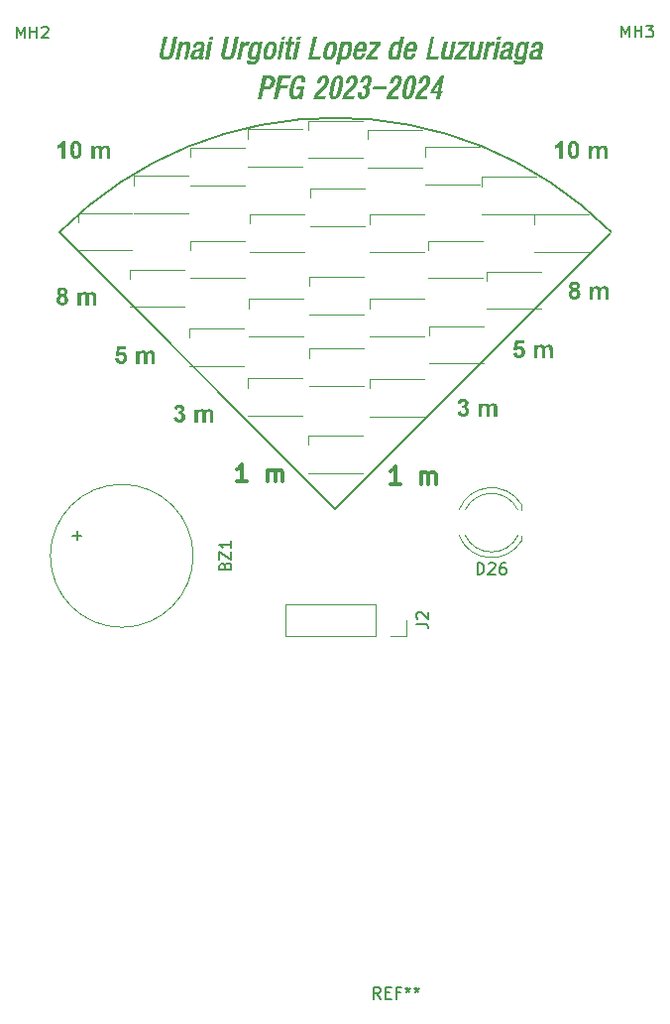
<source format=gbr>
%TF.GenerationSoftware,KiCad,Pcbnew,7.0.7*%
%TF.CreationDate,2024-05-19T18:37:36+02:00*%
%TF.ProjectId,Smart-mobility,536d6172-742d-46d6-9f62-696c6974792e,rev?*%
%TF.SameCoordinates,Original*%
%TF.FileFunction,Legend,Top*%
%TF.FilePolarity,Positive*%
%FSLAX46Y46*%
G04 Gerber Fmt 4.6, Leading zero omitted, Abs format (unit mm)*
G04 Created by KiCad (PCBNEW 7.0.7) date 2024-05-19 18:37:36*
%MOMM*%
%LPD*%
G01*
G04 APERTURE LIST*
%ADD10C,0.200000*%
%ADD11C,0.300000*%
%ADD12C,0.150000*%
%ADD13C,0.120000*%
G04 APERTURE END LIST*
D10*
X101299527Y-48465473D02*
X77765868Y-71999132D01*
X77721349Y-71896349D02*
X54215916Y-48390916D01*
X101374084Y-48390916D02*
G75*
G03*
X54215916Y-48390916I-23579084J-23579085D01*
G01*
D11*
G36*
X97225547Y-42115000D02*
G01*
X96936120Y-42115000D01*
X96936120Y-41012243D01*
X96916068Y-41031795D01*
X96895573Y-41050700D01*
X96874635Y-41068958D01*
X96853253Y-41086569D01*
X96831427Y-41103534D01*
X96809157Y-41119851D01*
X96786444Y-41135522D01*
X96763287Y-41150546D01*
X96739687Y-41164922D01*
X96715643Y-41178653D01*
X96691155Y-41191736D01*
X96666224Y-41204172D01*
X96640849Y-41215962D01*
X96615030Y-41227104D01*
X96588768Y-41237600D01*
X96562062Y-41247449D01*
X96562062Y-40966081D01*
X96576290Y-40961293D01*
X96590672Y-40955995D01*
X96605210Y-40950187D01*
X96619901Y-40943870D01*
X96634748Y-40937044D01*
X96649749Y-40929708D01*
X96664904Y-40921863D01*
X96680214Y-40913508D01*
X96695679Y-40904644D01*
X96711298Y-40895270D01*
X96727072Y-40885387D01*
X96743000Y-40874994D01*
X96759083Y-40864092D01*
X96775320Y-40852680D01*
X96791712Y-40840759D01*
X96808258Y-40828328D01*
X96824556Y-40815465D01*
X96840201Y-40802339D01*
X96855193Y-40788950D01*
X96869533Y-40775297D01*
X96883220Y-40761381D01*
X96896255Y-40747201D01*
X96908636Y-40732759D01*
X96920366Y-40718053D01*
X96931443Y-40703083D01*
X96941867Y-40687850D01*
X96951638Y-40672354D01*
X96960758Y-40656595D01*
X96969224Y-40640572D01*
X96977038Y-40624286D01*
X96984199Y-40607737D01*
X96990708Y-40590924D01*
X97225547Y-40590924D01*
X97225547Y-42115000D01*
G37*
G36*
X98169204Y-40591538D02*
G01*
X98195474Y-40593380D01*
X98220999Y-40596450D01*
X98245780Y-40600747D01*
X98269817Y-40606273D01*
X98293110Y-40613026D01*
X98315658Y-40621008D01*
X98337463Y-40630217D01*
X98358523Y-40640654D01*
X98378839Y-40652319D01*
X98398411Y-40665212D01*
X98417239Y-40679332D01*
X98435322Y-40694681D01*
X98452662Y-40711258D01*
X98469257Y-40729062D01*
X98485108Y-40748094D01*
X98494169Y-40759965D01*
X98502942Y-40772315D01*
X98511428Y-40785142D01*
X98519626Y-40798447D01*
X98527537Y-40812230D01*
X98535159Y-40826491D01*
X98542494Y-40841230D01*
X98549542Y-40856447D01*
X98556302Y-40872142D01*
X98562774Y-40888315D01*
X98568959Y-40904966D01*
X98574855Y-40922095D01*
X98580465Y-40939701D01*
X98585786Y-40957786D01*
X98590820Y-40976349D01*
X98595566Y-40995390D01*
X98600025Y-41014909D01*
X98604196Y-41034906D01*
X98608079Y-41055381D01*
X98611675Y-41076334D01*
X98614983Y-41097765D01*
X98618003Y-41119674D01*
X98620736Y-41142061D01*
X98623181Y-41164925D01*
X98625339Y-41188268D01*
X98627208Y-41212089D01*
X98628790Y-41236388D01*
X98630085Y-41261165D01*
X98631092Y-41286419D01*
X98631811Y-41312152D01*
X98632242Y-41338363D01*
X98632386Y-41365052D01*
X98632241Y-41391698D01*
X98631807Y-41417871D01*
X98631082Y-41443573D01*
X98630068Y-41468802D01*
X98628764Y-41493558D01*
X98627170Y-41517843D01*
X98625286Y-41541655D01*
X98623113Y-41564995D01*
X98620649Y-41587863D01*
X98617896Y-41610258D01*
X98614853Y-41632181D01*
X98611521Y-41653632D01*
X98607898Y-41674611D01*
X98603986Y-41695117D01*
X98599784Y-41715152D01*
X98595292Y-41734713D01*
X98590510Y-41753803D01*
X98585439Y-41772420D01*
X98580077Y-41790565D01*
X98574426Y-41808238D01*
X98568485Y-41825439D01*
X98562255Y-41842167D01*
X98555734Y-41858423D01*
X98548924Y-41874207D01*
X98541824Y-41889518D01*
X98534434Y-41904357D01*
X98526754Y-41918724D01*
X98518785Y-41932619D01*
X98510525Y-41946041D01*
X98501976Y-41958991D01*
X98493137Y-41971469D01*
X98484009Y-41983475D01*
X98468291Y-42002241D01*
X98451820Y-42019796D01*
X98434597Y-42036141D01*
X98416620Y-42051275D01*
X98397892Y-42065198D01*
X98378410Y-42077911D01*
X98358175Y-42089413D01*
X98337188Y-42099704D01*
X98315448Y-42108784D01*
X98292955Y-42116654D01*
X98269710Y-42123313D01*
X98245712Y-42128761D01*
X98220960Y-42132999D01*
X98195457Y-42136025D01*
X98169200Y-42137841D01*
X98142191Y-42138447D01*
X98114955Y-42137783D01*
X98088387Y-42135791D01*
X98062485Y-42132470D01*
X98037250Y-42127822D01*
X98012682Y-42121846D01*
X97988781Y-42114542D01*
X97965547Y-42105909D01*
X97942980Y-42095949D01*
X97921080Y-42084660D01*
X97899846Y-42072043D01*
X97879280Y-42058099D01*
X97859380Y-42042826D01*
X97840148Y-42026225D01*
X97821582Y-42008296D01*
X97803683Y-41989039D01*
X97786451Y-41968454D01*
X97770125Y-41946164D01*
X97754852Y-41921794D01*
X97747611Y-41908828D01*
X97740633Y-41895343D01*
X97733918Y-41881337D01*
X97727466Y-41866811D01*
X97721278Y-41851764D01*
X97715353Y-41836198D01*
X97709692Y-41820111D01*
X97704294Y-41803504D01*
X97699159Y-41786377D01*
X97694287Y-41768729D01*
X97689679Y-41750562D01*
X97685334Y-41731874D01*
X97681253Y-41712666D01*
X97677435Y-41692938D01*
X97673880Y-41672689D01*
X97670588Y-41651921D01*
X97667560Y-41630632D01*
X97664795Y-41608823D01*
X97662294Y-41586494D01*
X97660055Y-41563644D01*
X97658080Y-41540274D01*
X97656369Y-41516385D01*
X97654921Y-41491975D01*
X97653736Y-41467044D01*
X97652814Y-41441594D01*
X97652156Y-41415623D01*
X97651761Y-41389132D01*
X97651643Y-41365052D01*
X97954612Y-41365052D01*
X97954638Y-41381037D01*
X97954717Y-41396707D01*
X97954847Y-41412061D01*
X97955030Y-41427099D01*
X97955265Y-41441822D01*
X97955892Y-41470321D01*
X97956728Y-41497558D01*
X97957772Y-41523533D01*
X97959026Y-41548245D01*
X97960489Y-41571695D01*
X97962160Y-41593883D01*
X97964041Y-41614809D01*
X97966130Y-41634472D01*
X97968428Y-41652874D01*
X97970936Y-41670013D01*
X97973652Y-41685889D01*
X97976577Y-41700504D01*
X97981357Y-41720059D01*
X97986494Y-41737562D01*
X97991875Y-41753937D01*
X97997502Y-41769186D01*
X98003373Y-41783308D01*
X98011582Y-41800384D01*
X98020226Y-41815457D01*
X98029305Y-41828526D01*
X98041265Y-41842044D01*
X98048768Y-41848653D01*
X98061868Y-41857835D01*
X98075522Y-41865461D01*
X98089732Y-41871531D01*
X98104495Y-41876044D01*
X98119814Y-41879001D01*
X98135686Y-41880402D01*
X98142191Y-41880526D01*
X98158294Y-41879730D01*
X98173861Y-41877342D01*
X98188891Y-41873362D01*
X98203385Y-41867789D01*
X98217342Y-41860625D01*
X98230762Y-41851868D01*
X98235980Y-41847920D01*
X98248452Y-41836478D01*
X98259994Y-41822532D01*
X98268558Y-41809572D01*
X98276526Y-41795009D01*
X98283899Y-41778843D01*
X98290677Y-41761074D01*
X98295370Y-41746696D01*
X98299727Y-41731416D01*
X98305096Y-41709831D01*
X98308382Y-41693975D01*
X98311433Y-41676944D01*
X98314250Y-41658741D01*
X98316831Y-41639364D01*
X98319178Y-41618813D01*
X98321291Y-41597089D01*
X98323168Y-41574191D01*
X98324811Y-41550119D01*
X98326219Y-41524875D01*
X98327393Y-41498456D01*
X98328332Y-41470865D01*
X98329036Y-41442099D01*
X98329300Y-41427277D01*
X98329505Y-41412160D01*
X98329652Y-41396751D01*
X98329740Y-41381048D01*
X98329769Y-41365052D01*
X98329743Y-41349090D01*
X98329665Y-41333443D01*
X98329534Y-41318112D01*
X98329351Y-41303096D01*
X98329116Y-41288396D01*
X98328489Y-41259943D01*
X98327654Y-41232752D01*
X98326609Y-41206823D01*
X98325355Y-41182156D01*
X98323893Y-41158752D01*
X98322221Y-41136610D01*
X98320341Y-41115730D01*
X98318251Y-41096112D01*
X98315953Y-41077757D01*
X98313446Y-41060664D01*
X98310729Y-41044833D01*
X98307804Y-41030264D01*
X98303025Y-41010778D01*
X98297884Y-40993206D01*
X98292493Y-40976762D01*
X98286851Y-40961444D01*
X98280957Y-40947253D01*
X98272708Y-40930086D01*
X98264013Y-40914922D01*
X98254871Y-40901761D01*
X98245282Y-40890604D01*
X98235247Y-40881451D01*
X98222253Y-40872058D01*
X98208686Y-40864256D01*
X98194546Y-40858047D01*
X98179835Y-40853430D01*
X98164550Y-40850405D01*
X98148694Y-40848972D01*
X98142191Y-40848845D01*
X98126087Y-40849641D01*
X98110520Y-40852029D01*
X98095490Y-40856009D01*
X98080996Y-40861581D01*
X98067040Y-40868746D01*
X98053619Y-40877503D01*
X98048401Y-40881451D01*
X98035929Y-40892893D01*
X98024387Y-40906839D01*
X98015824Y-40919799D01*
X98007855Y-40934362D01*
X98000482Y-40950528D01*
X97993704Y-40968297D01*
X97989012Y-40982675D01*
X97984654Y-40997955D01*
X97981016Y-41012183D01*
X97977613Y-41027573D01*
X97974445Y-41044125D01*
X97971511Y-41061840D01*
X97968812Y-41080716D01*
X97966347Y-41100754D01*
X97964118Y-41121955D01*
X97962123Y-41144317D01*
X97960362Y-41167842D01*
X97958837Y-41192529D01*
X97957546Y-41218377D01*
X97956490Y-41245388D01*
X97955668Y-41273561D01*
X97955082Y-41302896D01*
X97954876Y-41317999D01*
X97954730Y-41333393D01*
X97954642Y-41349077D01*
X97954612Y-41365052D01*
X97651643Y-41365052D01*
X97651629Y-41362121D01*
X97651774Y-41335610D01*
X97652209Y-41309568D01*
X97652933Y-41283993D01*
X97653947Y-41258886D01*
X97655251Y-41234248D01*
X97656845Y-41210077D01*
X97658729Y-41186374D01*
X97660903Y-41163139D01*
X97663366Y-41140373D01*
X97666119Y-41118074D01*
X97669162Y-41096243D01*
X97672495Y-41074880D01*
X97676117Y-41053985D01*
X97680029Y-41033558D01*
X97684231Y-41013599D01*
X97688723Y-40994108D01*
X97693505Y-40975085D01*
X97698577Y-40956530D01*
X97703938Y-40938443D01*
X97709589Y-40920824D01*
X97715530Y-40903673D01*
X97721761Y-40886989D01*
X97728281Y-40870774D01*
X97735091Y-40855027D01*
X97742191Y-40839748D01*
X97749581Y-40824936D01*
X97757261Y-40810593D01*
X97765230Y-40796718D01*
X97773490Y-40783310D01*
X97782039Y-40770371D01*
X97790878Y-40757900D01*
X97800006Y-40745896D01*
X97815726Y-40727130D01*
X97832201Y-40709575D01*
X97849431Y-40693230D01*
X97867418Y-40678096D01*
X97886159Y-40664173D01*
X97905657Y-40651460D01*
X97925910Y-40639958D01*
X97946919Y-40629667D01*
X97968683Y-40620587D01*
X97991203Y-40612717D01*
X98014478Y-40606058D01*
X98038510Y-40600610D01*
X98063296Y-40596372D01*
X98088839Y-40593346D01*
X98115137Y-40591529D01*
X98142191Y-40590924D01*
X98169204Y-40591538D01*
G37*
G36*
X99443883Y-41012976D02*
G01*
X99710963Y-41012976D01*
X99710963Y-41162452D01*
X99729082Y-41141512D01*
X99747628Y-41121923D01*
X99766600Y-41103685D01*
X99785998Y-41086798D01*
X99805824Y-41071262D01*
X99826075Y-41057077D01*
X99846753Y-41044243D01*
X99867858Y-41032759D01*
X99889389Y-41022627D01*
X99911347Y-41013846D01*
X99933731Y-41006416D01*
X99956541Y-41000336D01*
X99979778Y-40995608D01*
X100003441Y-40992230D01*
X100027531Y-40990204D01*
X100052048Y-40989528D01*
X100071518Y-40989892D01*
X100090499Y-40990984D01*
X100108990Y-40992803D01*
X100126992Y-40995350D01*
X100144505Y-40998625D01*
X100161528Y-41002627D01*
X100178061Y-41007358D01*
X100194105Y-41012815D01*
X100209660Y-41019001D01*
X100224725Y-41025914D01*
X100234497Y-41030928D01*
X100248747Y-41038995D01*
X100262507Y-41047809D01*
X100275777Y-41057370D01*
X100288559Y-41067679D01*
X100300850Y-41078734D01*
X100312653Y-41090536D01*
X100323966Y-41103086D01*
X100334789Y-41116382D01*
X100345123Y-41130426D01*
X100354968Y-41145216D01*
X100361259Y-41155491D01*
X100374891Y-41140203D01*
X100388724Y-41125661D01*
X100402755Y-41111867D01*
X100416987Y-41098820D01*
X100431417Y-41086519D01*
X100446048Y-41074966D01*
X100460878Y-41064159D01*
X100475908Y-41054100D01*
X100491138Y-41044788D01*
X100506567Y-41036223D01*
X100516964Y-41030928D01*
X100532723Y-41023529D01*
X100548674Y-41016858D01*
X100564820Y-41010915D01*
X100581158Y-41005700D01*
X100597689Y-41001212D01*
X100614414Y-40997453D01*
X100631332Y-40994420D01*
X100648443Y-40992116D01*
X100665747Y-40990539D01*
X100683245Y-40989690D01*
X100695017Y-40989528D01*
X100709939Y-40989722D01*
X100731780Y-40990736D01*
X100752971Y-40992620D01*
X100773512Y-40995373D01*
X100793401Y-40998995D01*
X100812641Y-41003487D01*
X100831230Y-41008848D01*
X100849169Y-41015079D01*
X100866457Y-41022179D01*
X100883095Y-41030149D01*
X100899082Y-41038988D01*
X100914370Y-41048598D01*
X100928912Y-41059020D01*
X100942706Y-41070254D01*
X100955754Y-41082299D01*
X100968054Y-41095155D01*
X100979608Y-41108823D01*
X100990414Y-41123302D01*
X101000473Y-41138593D01*
X101009785Y-41154695D01*
X101018351Y-41171609D01*
X101023646Y-41183335D01*
X101029015Y-41197291D01*
X101033855Y-41212779D01*
X101038168Y-41229800D01*
X101041952Y-41248353D01*
X101045209Y-41268440D01*
X101047937Y-41290059D01*
X101049463Y-41305323D01*
X101050754Y-41321268D01*
X101051810Y-41337895D01*
X101052631Y-41355203D01*
X101053218Y-41373192D01*
X101053570Y-41391862D01*
X101053688Y-41411214D01*
X101053688Y-42115000D01*
X100763893Y-42115000D01*
X100763893Y-41477892D01*
X100763776Y-41457606D01*
X100763424Y-41438239D01*
X100762837Y-41419790D01*
X100762016Y-41402261D01*
X100760960Y-41385650D01*
X100759669Y-41369958D01*
X100758143Y-41355184D01*
X100755415Y-41334747D01*
X100752158Y-41316377D01*
X100748374Y-41300074D01*
X100744061Y-41285838D01*
X100737489Y-41270073D01*
X100733852Y-41263569D01*
X100723187Y-41248800D01*
X100711160Y-41236000D01*
X100697770Y-41225169D01*
X100683019Y-41216308D01*
X100666904Y-41209416D01*
X100649427Y-41204493D01*
X100630588Y-41201539D01*
X100615565Y-41200616D01*
X100610387Y-41200554D01*
X100595291Y-41201144D01*
X100580414Y-41202913D01*
X100565753Y-41205861D01*
X100551311Y-41209988D01*
X100537085Y-41215295D01*
X100523078Y-41221781D01*
X100509287Y-41229446D01*
X100495715Y-41238290D01*
X100482806Y-41248279D01*
X100470825Y-41259379D01*
X100459771Y-41271589D01*
X100449644Y-41284910D01*
X100440445Y-41299341D01*
X100432173Y-41314883D01*
X100424829Y-41331535D01*
X100418412Y-41349298D01*
X100414222Y-41363712D01*
X100410443Y-41379613D01*
X100407078Y-41397002D01*
X100404124Y-41415879D01*
X100401582Y-41436243D01*
X100399453Y-41458095D01*
X100398262Y-41473490D01*
X100397254Y-41489546D01*
X100396430Y-41506262D01*
X100395789Y-41523640D01*
X100395331Y-41541679D01*
X100395056Y-41560380D01*
X100394965Y-41579741D01*
X100394965Y-42115000D01*
X100105537Y-42115000D01*
X100105537Y-41503904D01*
X100105477Y-41484021D01*
X100105296Y-41465041D01*
X100104996Y-41446961D01*
X100104575Y-41429784D01*
X100104034Y-41413508D01*
X100103373Y-41398133D01*
X100102156Y-41376762D01*
X100100668Y-41357420D01*
X100098910Y-41340106D01*
X100096881Y-41324820D01*
X100093756Y-41307596D01*
X100090150Y-41293977D01*
X100084921Y-41279798D01*
X100077536Y-41264342D01*
X100068941Y-41250587D01*
X100059135Y-41238531D01*
X100048118Y-41228175D01*
X100042156Y-41223635D01*
X100029241Y-41215791D01*
X100014678Y-41209570D01*
X99998467Y-41204972D01*
X99983698Y-41202380D01*
X99967784Y-41200915D01*
X99954228Y-41200554D01*
X99937679Y-41201132D01*
X99921553Y-41202867D01*
X99905851Y-41205758D01*
X99890573Y-41209805D01*
X99875718Y-41215008D01*
X99861286Y-41221368D01*
X99847279Y-41228885D01*
X99833695Y-41237557D01*
X99820792Y-41247226D01*
X99808828Y-41257913D01*
X99797802Y-41269620D01*
X99787716Y-41282345D01*
X99778568Y-41296089D01*
X99770359Y-41310853D01*
X99763089Y-41326635D01*
X99756758Y-41343436D01*
X99751348Y-41362172D01*
X99747765Y-41378095D01*
X99744586Y-41395622D01*
X99741814Y-41414752D01*
X99739447Y-41435485D01*
X99738095Y-41450199D01*
X99736923Y-41465625D01*
X99735931Y-41481763D01*
X99735120Y-41498615D01*
X99734489Y-41516179D01*
X99734038Y-41534455D01*
X99733767Y-41553445D01*
X99733677Y-41573147D01*
X99733677Y-42115000D01*
X99443883Y-42115000D01*
X99443883Y-41012976D01*
G37*
G36*
X58988789Y-59179026D02*
G01*
X59277117Y-59146053D01*
X59279878Y-59165925D01*
X59283489Y-59185011D01*
X59287950Y-59203311D01*
X59293260Y-59220826D01*
X59299421Y-59237555D01*
X59306432Y-59253498D01*
X59314293Y-59268656D01*
X59323005Y-59283028D01*
X59332566Y-59296614D01*
X59342977Y-59309414D01*
X59350390Y-59317512D01*
X59361954Y-59328773D01*
X59373840Y-59338927D01*
X59386049Y-59347973D01*
X59398579Y-59355911D01*
X59415786Y-59364773D01*
X59433566Y-59371665D01*
X59451919Y-59376588D01*
X59470844Y-59379542D01*
X59490341Y-59380526D01*
X59507129Y-59379947D01*
X59523422Y-59378208D01*
X59539218Y-59375310D01*
X59554518Y-59371253D01*
X59569323Y-59366036D01*
X59583631Y-59359661D01*
X59597444Y-59352126D01*
X59610761Y-59343432D01*
X59623582Y-59333579D01*
X59635907Y-59322566D01*
X59643848Y-59314581D01*
X59655109Y-59301558D01*
X59665263Y-59287357D01*
X59674309Y-59271977D01*
X59682248Y-59255419D01*
X59689078Y-59237682D01*
X59694801Y-59218767D01*
X59699417Y-59198673D01*
X59702924Y-59177400D01*
X59704647Y-59162564D01*
X59705878Y-59147204D01*
X59706617Y-59131320D01*
X59706863Y-59114912D01*
X59706619Y-59099496D01*
X59705890Y-59084573D01*
X59703882Y-59063110D01*
X59700781Y-59042756D01*
X59696584Y-59023509D01*
X59691292Y-59005369D01*
X59684906Y-58988338D01*
X59677425Y-58972414D01*
X59668849Y-58957597D01*
X59659178Y-58943889D01*
X59648413Y-58931288D01*
X59644581Y-58927334D01*
X59632571Y-58916138D01*
X59619898Y-58906043D01*
X59606562Y-58897050D01*
X59592563Y-58889157D01*
X59577900Y-58882366D01*
X59562574Y-58876677D01*
X59546584Y-58872088D01*
X59529932Y-58868601D01*
X59512616Y-58866215D01*
X59494636Y-58864930D01*
X59482281Y-58864685D01*
X59466811Y-58865143D01*
X59451541Y-58866517D01*
X59436472Y-58868807D01*
X59421602Y-58872013D01*
X59406933Y-58876134D01*
X59392465Y-58881172D01*
X59378197Y-58887125D01*
X59364129Y-58893995D01*
X59350261Y-58901780D01*
X59336594Y-58910481D01*
X59323128Y-58920098D01*
X59309861Y-58930631D01*
X59296795Y-58942080D01*
X59283930Y-58954445D01*
X59271264Y-58967725D01*
X59258799Y-58981922D01*
X59023960Y-58945652D01*
X59172337Y-58114371D01*
X59937672Y-58114371D01*
X59937672Y-58395739D01*
X59391789Y-58395739D01*
X59346360Y-58660254D01*
X59364534Y-58650695D01*
X59382785Y-58642076D01*
X59401113Y-58634398D01*
X59419519Y-58627659D01*
X59438001Y-58621861D01*
X59456562Y-58617003D01*
X59475199Y-58613086D01*
X59493913Y-58610108D01*
X59512705Y-58608071D01*
X59531575Y-58606974D01*
X59544197Y-58606765D01*
X59568055Y-58607310D01*
X59591452Y-58608946D01*
X59614389Y-58611672D01*
X59636864Y-58615489D01*
X59658879Y-58620396D01*
X59680433Y-58626394D01*
X59701526Y-58633482D01*
X59722158Y-58641661D01*
X59742330Y-58650931D01*
X59762041Y-58661290D01*
X59781290Y-58672741D01*
X59800080Y-58685281D01*
X59818408Y-58698913D01*
X59836275Y-58713635D01*
X59853682Y-58729447D01*
X59870628Y-58746350D01*
X59886865Y-58764078D01*
X59902055Y-58782460D01*
X59916197Y-58801493D01*
X59929292Y-58821180D01*
X59941339Y-58841519D01*
X59952338Y-58862510D01*
X59962290Y-58884154D01*
X59971195Y-58906451D01*
X59979051Y-58929400D01*
X59985861Y-58953002D01*
X59991622Y-58977257D01*
X59996336Y-59002164D01*
X60000003Y-59027723D01*
X60002622Y-59053936D01*
X60004193Y-59080800D01*
X60004717Y-59108318D01*
X60004295Y-59131336D01*
X60003028Y-59154045D01*
X60000917Y-59176444D01*
X59997962Y-59198535D01*
X59994162Y-59220316D01*
X59989518Y-59241789D01*
X59984030Y-59262952D01*
X59977698Y-59283806D01*
X59970520Y-59304351D01*
X59962499Y-59324587D01*
X59953633Y-59344514D01*
X59943923Y-59364132D01*
X59933369Y-59383440D01*
X59921970Y-59402440D01*
X59909727Y-59421130D01*
X59896639Y-59439511D01*
X59887323Y-59451750D01*
X59877782Y-59463601D01*
X59868017Y-59475063D01*
X59858028Y-59486137D01*
X59847815Y-59496822D01*
X59837379Y-59507118D01*
X59815833Y-59526545D01*
X59793392Y-59544419D01*
X59770055Y-59560738D01*
X59745822Y-59575502D01*
X59720693Y-59588713D01*
X59694668Y-59600369D01*
X59667748Y-59610471D01*
X59639931Y-59619019D01*
X59625687Y-59622711D01*
X59611219Y-59626013D01*
X59596527Y-59628927D01*
X59581611Y-59631453D01*
X59566470Y-59633590D01*
X59551106Y-59635338D01*
X59535518Y-59636698D01*
X59519706Y-59637670D01*
X59503670Y-59638253D01*
X59487411Y-59638447D01*
X59461563Y-59637960D01*
X59436320Y-59636501D01*
X59411680Y-59634068D01*
X59387645Y-59630662D01*
X59364213Y-59626282D01*
X59341386Y-59620930D01*
X59319162Y-59614605D01*
X59297542Y-59607306D01*
X59276526Y-59599034D01*
X59256114Y-59589789D01*
X59236306Y-59579571D01*
X59217102Y-59568380D01*
X59198502Y-59556215D01*
X59180506Y-59543078D01*
X59163114Y-59528967D01*
X59146325Y-59513883D01*
X59130254Y-59497978D01*
X59115013Y-59481402D01*
X59100601Y-59464158D01*
X59087020Y-59446243D01*
X59074269Y-59427659D01*
X59062348Y-59408404D01*
X59051257Y-59388480D01*
X59040996Y-59367887D01*
X59031565Y-59346623D01*
X59022964Y-59324690D01*
X59015193Y-59302087D01*
X59008252Y-59278814D01*
X59002141Y-59254872D01*
X58996860Y-59230260D01*
X58992409Y-59204978D01*
X58988789Y-59179026D01*
G37*
G36*
X60775914Y-58512976D02*
G01*
X61042993Y-58512976D01*
X61042993Y-58662452D01*
X61061113Y-58641512D01*
X61079658Y-58621923D01*
X61098630Y-58603685D01*
X61118029Y-58586798D01*
X61137854Y-58571262D01*
X61158106Y-58557077D01*
X61178784Y-58544243D01*
X61199889Y-58532759D01*
X61221420Y-58522627D01*
X61243377Y-58513846D01*
X61265761Y-58506416D01*
X61288572Y-58500336D01*
X61311809Y-58495608D01*
X61335472Y-58492230D01*
X61359562Y-58490204D01*
X61384078Y-58489528D01*
X61403549Y-58489892D01*
X61422529Y-58490984D01*
X61441021Y-58492803D01*
X61459023Y-58495350D01*
X61476535Y-58498625D01*
X61493558Y-58502627D01*
X61510092Y-58507358D01*
X61526136Y-58512815D01*
X61541691Y-58519001D01*
X61556756Y-58525914D01*
X61566528Y-58530928D01*
X61580777Y-58538995D01*
X61594537Y-58547809D01*
X61607808Y-58557370D01*
X61620589Y-58567679D01*
X61632881Y-58578734D01*
X61644684Y-58590536D01*
X61655996Y-58603086D01*
X61666820Y-58616382D01*
X61677154Y-58630426D01*
X61686999Y-58645216D01*
X61693290Y-58655491D01*
X61706922Y-58640203D01*
X61720754Y-58625661D01*
X61734786Y-58611867D01*
X61749017Y-58598820D01*
X61763448Y-58586519D01*
X61778079Y-58574966D01*
X61792909Y-58564159D01*
X61807939Y-58554100D01*
X61823168Y-58544788D01*
X61838598Y-58536223D01*
X61848995Y-58530928D01*
X61864753Y-58523529D01*
X61880705Y-58516858D01*
X61896850Y-58510915D01*
X61913189Y-58505700D01*
X61929720Y-58501212D01*
X61946445Y-58497453D01*
X61963363Y-58494420D01*
X61980474Y-58492116D01*
X61997778Y-58490539D01*
X62015275Y-58489690D01*
X62027048Y-58489528D01*
X62041970Y-58489722D01*
X62063811Y-58490736D01*
X62085002Y-58492620D01*
X62105542Y-58495373D01*
X62125432Y-58498995D01*
X62144672Y-58503487D01*
X62163261Y-58508848D01*
X62181199Y-58515079D01*
X62198488Y-58522179D01*
X62215125Y-58530149D01*
X62231113Y-58538988D01*
X62246401Y-58548598D01*
X62260943Y-58559020D01*
X62274737Y-58570254D01*
X62287785Y-58582299D01*
X62300085Y-58595155D01*
X62311638Y-58608823D01*
X62322445Y-58623302D01*
X62332504Y-58638593D01*
X62341816Y-58654695D01*
X62350381Y-58671609D01*
X62355676Y-58683335D01*
X62361045Y-58697291D01*
X62365886Y-58712779D01*
X62370199Y-58729800D01*
X62373983Y-58748353D01*
X62377240Y-58768440D01*
X62379968Y-58790059D01*
X62381494Y-58805323D01*
X62382784Y-58821268D01*
X62383841Y-58837895D01*
X62384662Y-58855203D01*
X62385249Y-58873192D01*
X62385601Y-58891862D01*
X62385718Y-58911214D01*
X62385718Y-59615000D01*
X62095924Y-59615000D01*
X62095924Y-58977892D01*
X62095807Y-58957606D01*
X62095455Y-58938239D01*
X62094868Y-58919790D01*
X62094047Y-58902261D01*
X62092990Y-58885650D01*
X62091699Y-58869958D01*
X62090174Y-58855184D01*
X62087446Y-58834747D01*
X62084189Y-58816377D01*
X62080404Y-58800074D01*
X62076092Y-58785838D01*
X62069520Y-58770073D01*
X62065882Y-58763569D01*
X62055218Y-58748800D01*
X62043191Y-58736000D01*
X62029801Y-58725169D01*
X62015049Y-58716308D01*
X61998935Y-58709416D01*
X61981458Y-58704493D01*
X61962619Y-58701539D01*
X61947596Y-58700616D01*
X61942418Y-58700554D01*
X61927322Y-58701144D01*
X61912444Y-58702913D01*
X61897784Y-58705861D01*
X61883341Y-58709988D01*
X61869116Y-58715295D01*
X61855108Y-58721781D01*
X61841318Y-58729446D01*
X61827745Y-58738290D01*
X61814837Y-58748279D01*
X61802856Y-58759379D01*
X61791802Y-58771589D01*
X61781675Y-58784910D01*
X61772476Y-58799341D01*
X61764204Y-58814883D01*
X61756860Y-58831535D01*
X61750443Y-58849298D01*
X61746252Y-58863712D01*
X61742474Y-58879613D01*
X61739108Y-58897002D01*
X61736154Y-58915879D01*
X61733613Y-58936243D01*
X61731483Y-58958095D01*
X61730293Y-58973490D01*
X61729285Y-58989546D01*
X61728461Y-59006262D01*
X61727820Y-59023640D01*
X61727362Y-59041679D01*
X61727087Y-59060380D01*
X61726995Y-59079741D01*
X61726995Y-59615000D01*
X61437568Y-59615000D01*
X61437568Y-59003904D01*
X61437507Y-58984021D01*
X61437327Y-58965041D01*
X61437027Y-58946961D01*
X61436606Y-58929784D01*
X61436065Y-58913508D01*
X61435404Y-58898133D01*
X61434187Y-58876762D01*
X61432699Y-58857420D01*
X61430941Y-58840106D01*
X61428912Y-58824820D01*
X61425787Y-58807596D01*
X61422180Y-58793977D01*
X61416951Y-58779798D01*
X61409567Y-58764342D01*
X61400972Y-58750587D01*
X61391166Y-58738531D01*
X61380149Y-58728175D01*
X61374187Y-58723635D01*
X61361272Y-58715791D01*
X61346709Y-58709570D01*
X61330498Y-58704972D01*
X61315729Y-58702380D01*
X61299815Y-58700915D01*
X61286259Y-58700554D01*
X61269710Y-58701132D01*
X61253584Y-58702867D01*
X61237882Y-58705758D01*
X61222603Y-58709805D01*
X61207748Y-58715008D01*
X61193317Y-58721368D01*
X61179309Y-58728885D01*
X61165725Y-58737557D01*
X61152822Y-58747226D01*
X61140858Y-58757913D01*
X61129833Y-58769620D01*
X61119747Y-58782345D01*
X61110599Y-58796089D01*
X61102390Y-58810853D01*
X61095120Y-58826635D01*
X61088789Y-58843436D01*
X61083379Y-58862172D01*
X61079795Y-58878095D01*
X61076617Y-58895622D01*
X61073845Y-58914752D01*
X61071478Y-58935485D01*
X61070126Y-58950199D01*
X61068954Y-58965625D01*
X61067962Y-58981763D01*
X61067150Y-58998615D01*
X61066519Y-59016179D01*
X61066068Y-59034455D01*
X61065798Y-59053445D01*
X61065708Y-59073147D01*
X61065708Y-59615000D01*
X60775914Y-59615000D01*
X60775914Y-58512976D01*
G37*
G36*
X88224501Y-63682323D02*
G01*
X88504769Y-63646053D01*
X88507707Y-63666947D01*
X88511437Y-63686900D01*
X88515959Y-63705913D01*
X88521273Y-63723986D01*
X88527379Y-63741118D01*
X88534277Y-63757311D01*
X88541968Y-63772563D01*
X88550450Y-63786875D01*
X88559725Y-63800246D01*
X88569792Y-63812677D01*
X88576943Y-63820443D01*
X88588153Y-63831180D01*
X88599801Y-63840862D01*
X88611886Y-63849487D01*
X88628682Y-63859345D01*
X88646256Y-63867324D01*
X88664609Y-63873427D01*
X88678884Y-63876771D01*
X88693597Y-63879059D01*
X88708748Y-63880292D01*
X88719092Y-63880526D01*
X88735606Y-63879924D01*
X88751623Y-63878118D01*
X88767144Y-63875107D01*
X88782170Y-63870892D01*
X88796700Y-63865473D01*
X88810733Y-63858849D01*
X88824271Y-63851022D01*
X88837313Y-63841989D01*
X88849860Y-63831753D01*
X88861910Y-63820312D01*
X88869668Y-63812016D01*
X88880668Y-63798749D01*
X88890585Y-63784638D01*
X88899421Y-63769683D01*
X88907175Y-63753885D01*
X88913846Y-63737243D01*
X88919436Y-63719757D01*
X88923944Y-63701428D01*
X88927370Y-63682255D01*
X88929715Y-63662238D01*
X88930977Y-63641378D01*
X88931217Y-63627002D01*
X88930699Y-63606794D01*
X88929144Y-63587383D01*
X88926551Y-63568772D01*
X88922923Y-63550959D01*
X88918257Y-63533944D01*
X88912554Y-63517728D01*
X88905815Y-63502311D01*
X88898038Y-63487692D01*
X88889225Y-63473872D01*
X88879375Y-63460850D01*
X88872233Y-63452613D01*
X88861016Y-63441090D01*
X88849349Y-63430700D01*
X88837231Y-63421443D01*
X88824662Y-63413320D01*
X88811643Y-63406331D01*
X88798173Y-63400475D01*
X88784251Y-63395752D01*
X88769880Y-63392163D01*
X88755057Y-63389707D01*
X88739783Y-63388385D01*
X88729351Y-63388133D01*
X88711420Y-63388661D01*
X88696317Y-63389843D01*
X88680537Y-63391700D01*
X88664082Y-63394233D01*
X88646952Y-63397442D01*
X88629146Y-63401326D01*
X88610665Y-63405885D01*
X88596360Y-63409748D01*
X88628234Y-63177107D01*
X88649792Y-63177199D01*
X88670364Y-63176377D01*
X88689952Y-63174640D01*
X88708554Y-63171989D01*
X88726170Y-63168424D01*
X88742802Y-63163944D01*
X88758447Y-63158549D01*
X88773108Y-63152240D01*
X88786783Y-63145016D01*
X88799473Y-63136878D01*
X88807386Y-63130945D01*
X88821898Y-63118168D01*
X88834474Y-63104384D01*
X88845116Y-63089592D01*
X88853823Y-63073792D01*
X88860595Y-63056985D01*
X88865432Y-63039171D01*
X88868334Y-63020349D01*
X88869241Y-63005571D01*
X88869302Y-63000519D01*
X88868592Y-62983649D01*
X88866462Y-62967661D01*
X88862913Y-62952554D01*
X88857944Y-62938329D01*
X88851556Y-62924985D01*
X88843748Y-62912523D01*
X88834520Y-62900943D01*
X88823872Y-62890244D01*
X88812132Y-62880541D01*
X88799441Y-62872132D01*
X88785799Y-62865016D01*
X88771208Y-62859194D01*
X88755666Y-62854666D01*
X88739174Y-62851432D01*
X88721731Y-62849491D01*
X88703339Y-62848845D01*
X88685169Y-62849594D01*
X88667664Y-62851844D01*
X88650823Y-62855594D01*
X88634645Y-62860843D01*
X88619132Y-62867592D01*
X88604283Y-62875841D01*
X88590098Y-62885590D01*
X88576577Y-62896838D01*
X88564120Y-62909438D01*
X88552946Y-62923423D01*
X88543054Y-62938793D01*
X88534445Y-62955548D01*
X88527117Y-62973689D01*
X88522463Y-62988204D01*
X88518531Y-63003498D01*
X88515319Y-63019571D01*
X88512829Y-63036423D01*
X88246116Y-62994291D01*
X88249707Y-62977018D01*
X88253518Y-62960185D01*
X88257549Y-62943793D01*
X88261801Y-62927842D01*
X88266273Y-62912332D01*
X88270966Y-62897262D01*
X88275879Y-62882633D01*
X88281012Y-62868445D01*
X88286366Y-62854698D01*
X88294810Y-62834903D01*
X88303750Y-62816101D01*
X88313185Y-62798290D01*
X88323117Y-62781471D01*
X88330013Y-62770809D01*
X88340913Y-62755394D01*
X88352592Y-62740610D01*
X88365050Y-62726457D01*
X88378288Y-62712935D01*
X88392304Y-62700044D01*
X88407100Y-62687785D01*
X88422675Y-62676156D01*
X88439030Y-62665159D01*
X88456163Y-62654792D01*
X88474076Y-62645057D01*
X88486451Y-62638918D01*
X88505551Y-62630341D01*
X88525070Y-62622607D01*
X88545007Y-62615718D01*
X88565362Y-62609672D01*
X88586137Y-62604469D01*
X88607330Y-62600110D01*
X88628941Y-62596595D01*
X88643582Y-62594721D01*
X88658408Y-62593221D01*
X88673420Y-62592096D01*
X88688619Y-62591346D01*
X88704003Y-62590971D01*
X88711765Y-62590924D01*
X88738087Y-62591444D01*
X88763749Y-62593002D01*
X88788749Y-62595600D01*
X88813088Y-62599236D01*
X88836765Y-62603911D01*
X88859782Y-62609626D01*
X88882137Y-62616379D01*
X88903831Y-62624172D01*
X88924865Y-62633003D01*
X88945236Y-62642873D01*
X88964947Y-62653783D01*
X88983997Y-62665731D01*
X89002385Y-62678718D01*
X89020112Y-62692745D01*
X89037178Y-62707810D01*
X89053583Y-62723914D01*
X89066449Y-62737627D01*
X89078484Y-62751563D01*
X89089690Y-62765723D01*
X89100065Y-62780105D01*
X89109611Y-62794711D01*
X89118326Y-62809541D01*
X89126212Y-62824593D01*
X89133267Y-62839869D01*
X89139492Y-62855368D01*
X89144888Y-62871090D01*
X89149453Y-62887035D01*
X89153188Y-62903204D01*
X89156093Y-62919596D01*
X89158168Y-62936211D01*
X89159414Y-62953049D01*
X89159829Y-62970111D01*
X89158980Y-62994121D01*
X89156434Y-63017515D01*
X89152191Y-63040294D01*
X89146250Y-63062458D01*
X89138612Y-63084006D01*
X89129277Y-63104939D01*
X89118245Y-63125256D01*
X89105515Y-63144959D01*
X89091088Y-63164045D01*
X89074964Y-63182517D01*
X89057142Y-63200373D01*
X89037623Y-63217613D01*
X89016407Y-63234238D01*
X88993493Y-63250248D01*
X88968883Y-63265643D01*
X88955941Y-63273109D01*
X88942575Y-63280422D01*
X88958583Y-63284270D01*
X88974185Y-63288671D01*
X88989380Y-63293624D01*
X89004170Y-63299129D01*
X89018552Y-63305187D01*
X89032528Y-63311797D01*
X89046098Y-63318960D01*
X89059262Y-63326675D01*
X89072018Y-63334943D01*
X89084369Y-63343763D01*
X89096313Y-63353135D01*
X89107851Y-63363060D01*
X89118982Y-63373537D01*
X89129707Y-63384566D01*
X89140025Y-63396148D01*
X89149937Y-63408283D01*
X89159386Y-63420809D01*
X89168226Y-63433659D01*
X89176457Y-63446833D01*
X89184077Y-63460329D01*
X89191088Y-63474150D01*
X89197490Y-63488293D01*
X89203281Y-63502760D01*
X89208463Y-63517551D01*
X89213036Y-63532665D01*
X89216999Y-63548102D01*
X89220352Y-63563863D01*
X89223095Y-63579947D01*
X89225229Y-63596355D01*
X89226753Y-63613086D01*
X89227667Y-63630141D01*
X89227972Y-63647519D01*
X89227404Y-63672746D01*
X89225700Y-63697505D01*
X89222859Y-63721793D01*
X89218882Y-63745613D01*
X89213769Y-63768963D01*
X89207519Y-63791843D01*
X89200133Y-63814255D01*
X89191611Y-63836196D01*
X89181952Y-63857669D01*
X89171157Y-63878672D01*
X89159226Y-63899205D01*
X89146159Y-63919269D01*
X89131955Y-63938864D01*
X89116615Y-63957990D01*
X89100138Y-63976645D01*
X89082526Y-63994832D01*
X89064112Y-64012223D01*
X89045139Y-64028492D01*
X89025609Y-64043639D01*
X89005520Y-64057663D01*
X88984874Y-64070566D01*
X88963669Y-64082347D01*
X88941906Y-64093006D01*
X88919585Y-64102543D01*
X88896706Y-64110958D01*
X88873269Y-64118251D01*
X88849273Y-64124422D01*
X88824720Y-64129471D01*
X88799608Y-64133398D01*
X88773938Y-64136203D01*
X88747710Y-64137886D01*
X88720924Y-64138447D01*
X88695596Y-64137955D01*
X88670812Y-64136478D01*
X88646572Y-64134016D01*
X88622876Y-64130570D01*
X88599723Y-64126139D01*
X88577115Y-64120724D01*
X88555050Y-64114324D01*
X88533529Y-64106939D01*
X88512552Y-64098570D01*
X88492118Y-64089217D01*
X88472229Y-64078878D01*
X88452883Y-64067555D01*
X88434081Y-64055248D01*
X88415823Y-64041956D01*
X88398109Y-64027679D01*
X88380938Y-64012418D01*
X88364528Y-63996316D01*
X88349001Y-63979611D01*
X88334360Y-63962301D01*
X88320602Y-63944388D01*
X88307730Y-63925871D01*
X88295741Y-63906750D01*
X88284637Y-63887025D01*
X88274418Y-63866696D01*
X88265083Y-63845763D01*
X88256632Y-63824226D01*
X88249066Y-63802086D01*
X88242384Y-63779341D01*
X88236586Y-63755993D01*
X88231673Y-63732040D01*
X88227645Y-63707484D01*
X88224501Y-63682323D01*
G37*
G36*
X90025914Y-63012976D02*
G01*
X90292993Y-63012976D01*
X90292993Y-63162452D01*
X90311113Y-63141512D01*
X90329658Y-63121923D01*
X90348630Y-63103685D01*
X90368029Y-63086798D01*
X90387854Y-63071262D01*
X90408106Y-63057077D01*
X90428784Y-63044243D01*
X90449889Y-63032759D01*
X90471420Y-63022627D01*
X90493377Y-63013846D01*
X90515761Y-63006416D01*
X90538572Y-63000336D01*
X90561809Y-62995608D01*
X90585472Y-62992230D01*
X90609562Y-62990204D01*
X90634078Y-62989528D01*
X90653549Y-62989892D01*
X90672529Y-62990984D01*
X90691021Y-62992803D01*
X90709023Y-62995350D01*
X90726535Y-62998625D01*
X90743558Y-63002627D01*
X90760092Y-63007358D01*
X90776136Y-63012815D01*
X90791691Y-63019001D01*
X90806756Y-63025914D01*
X90816528Y-63030928D01*
X90830777Y-63038995D01*
X90844537Y-63047809D01*
X90857808Y-63057370D01*
X90870589Y-63067679D01*
X90882881Y-63078734D01*
X90894684Y-63090536D01*
X90905996Y-63103086D01*
X90916820Y-63116382D01*
X90927154Y-63130426D01*
X90936999Y-63145216D01*
X90943290Y-63155491D01*
X90956922Y-63140203D01*
X90970754Y-63125661D01*
X90984786Y-63111867D01*
X90999017Y-63098820D01*
X91013448Y-63086519D01*
X91028079Y-63074966D01*
X91042909Y-63064159D01*
X91057939Y-63054100D01*
X91073168Y-63044788D01*
X91088598Y-63036223D01*
X91098995Y-63030928D01*
X91114753Y-63023529D01*
X91130705Y-63016858D01*
X91146850Y-63010915D01*
X91163189Y-63005700D01*
X91179720Y-63001212D01*
X91196445Y-62997453D01*
X91213363Y-62994420D01*
X91230474Y-62992116D01*
X91247778Y-62990539D01*
X91265275Y-62989690D01*
X91277048Y-62989528D01*
X91291970Y-62989722D01*
X91313811Y-62990736D01*
X91335002Y-62992620D01*
X91355542Y-62995373D01*
X91375432Y-62998995D01*
X91394672Y-63003487D01*
X91413261Y-63008848D01*
X91431199Y-63015079D01*
X91448488Y-63022179D01*
X91465125Y-63030149D01*
X91481113Y-63038988D01*
X91496401Y-63048598D01*
X91510943Y-63059020D01*
X91524737Y-63070254D01*
X91537785Y-63082299D01*
X91550085Y-63095155D01*
X91561638Y-63108823D01*
X91572445Y-63123302D01*
X91582504Y-63138593D01*
X91591816Y-63154695D01*
X91600381Y-63171609D01*
X91605676Y-63183335D01*
X91611045Y-63197291D01*
X91615886Y-63212779D01*
X91620199Y-63229800D01*
X91623983Y-63248353D01*
X91627240Y-63268440D01*
X91629968Y-63290059D01*
X91631494Y-63305323D01*
X91632784Y-63321268D01*
X91633841Y-63337895D01*
X91634662Y-63355203D01*
X91635249Y-63373192D01*
X91635601Y-63391862D01*
X91635718Y-63411214D01*
X91635718Y-64115000D01*
X91345924Y-64115000D01*
X91345924Y-63477892D01*
X91345807Y-63457606D01*
X91345455Y-63438239D01*
X91344868Y-63419790D01*
X91344047Y-63402261D01*
X91342990Y-63385650D01*
X91341699Y-63369958D01*
X91340174Y-63355184D01*
X91337446Y-63334747D01*
X91334189Y-63316377D01*
X91330404Y-63300074D01*
X91326092Y-63285838D01*
X91319520Y-63270073D01*
X91315882Y-63263569D01*
X91305218Y-63248800D01*
X91293191Y-63236000D01*
X91279801Y-63225169D01*
X91265049Y-63216308D01*
X91248935Y-63209416D01*
X91231458Y-63204493D01*
X91212619Y-63201539D01*
X91197596Y-63200616D01*
X91192418Y-63200554D01*
X91177322Y-63201144D01*
X91162444Y-63202913D01*
X91147784Y-63205861D01*
X91133341Y-63209988D01*
X91119116Y-63215295D01*
X91105108Y-63221781D01*
X91091318Y-63229446D01*
X91077745Y-63238290D01*
X91064837Y-63248279D01*
X91052856Y-63259379D01*
X91041802Y-63271589D01*
X91031675Y-63284910D01*
X91022476Y-63299341D01*
X91014204Y-63314883D01*
X91006860Y-63331535D01*
X91000443Y-63349298D01*
X90996252Y-63363712D01*
X90992474Y-63379613D01*
X90989108Y-63397002D01*
X90986154Y-63415879D01*
X90983613Y-63436243D01*
X90981483Y-63458095D01*
X90980293Y-63473490D01*
X90979285Y-63489546D01*
X90978461Y-63506262D01*
X90977820Y-63523640D01*
X90977362Y-63541679D01*
X90977087Y-63560380D01*
X90976995Y-63579741D01*
X90976995Y-64115000D01*
X90687568Y-64115000D01*
X90687568Y-63503904D01*
X90687507Y-63484021D01*
X90687327Y-63465041D01*
X90687027Y-63446961D01*
X90686606Y-63429784D01*
X90686065Y-63413508D01*
X90685404Y-63398133D01*
X90684187Y-63376762D01*
X90682699Y-63357420D01*
X90680941Y-63340106D01*
X90678912Y-63324820D01*
X90675787Y-63307596D01*
X90672180Y-63293977D01*
X90666951Y-63279798D01*
X90659567Y-63264342D01*
X90650972Y-63250587D01*
X90641166Y-63238531D01*
X90630149Y-63228175D01*
X90624187Y-63223635D01*
X90611272Y-63215791D01*
X90596709Y-63209570D01*
X90580498Y-63204972D01*
X90565729Y-63202380D01*
X90549815Y-63200915D01*
X90536259Y-63200554D01*
X90519710Y-63201132D01*
X90503584Y-63202867D01*
X90487882Y-63205758D01*
X90472603Y-63209805D01*
X90457748Y-63215008D01*
X90443317Y-63221368D01*
X90429309Y-63228885D01*
X90415725Y-63237557D01*
X90402822Y-63247226D01*
X90390858Y-63257913D01*
X90379833Y-63269620D01*
X90369747Y-63282345D01*
X90360599Y-63296089D01*
X90352390Y-63310853D01*
X90345120Y-63326635D01*
X90338789Y-63343436D01*
X90333379Y-63362172D01*
X90329795Y-63378095D01*
X90326617Y-63395622D01*
X90323845Y-63414752D01*
X90321478Y-63435485D01*
X90320126Y-63450199D01*
X90318954Y-63465625D01*
X90317962Y-63481763D01*
X90317150Y-63498615D01*
X90316519Y-63516179D01*
X90316068Y-63534455D01*
X90315798Y-63553445D01*
X90315708Y-63573147D01*
X90315708Y-64115000D01*
X90025914Y-64115000D01*
X90025914Y-63012976D01*
G37*
G36*
X54725547Y-42115000D02*
G01*
X54436120Y-42115000D01*
X54436120Y-41012243D01*
X54416068Y-41031795D01*
X54395573Y-41050700D01*
X54374635Y-41068958D01*
X54353253Y-41086569D01*
X54331427Y-41103534D01*
X54309157Y-41119851D01*
X54286444Y-41135522D01*
X54263287Y-41150546D01*
X54239687Y-41164922D01*
X54215643Y-41178653D01*
X54191155Y-41191736D01*
X54166224Y-41204172D01*
X54140849Y-41215962D01*
X54115030Y-41227104D01*
X54088768Y-41237600D01*
X54062062Y-41247449D01*
X54062062Y-40966081D01*
X54076290Y-40961293D01*
X54090672Y-40955995D01*
X54105210Y-40950187D01*
X54119901Y-40943870D01*
X54134748Y-40937044D01*
X54149749Y-40929708D01*
X54164904Y-40921863D01*
X54180214Y-40913508D01*
X54195679Y-40904644D01*
X54211298Y-40895270D01*
X54227072Y-40885387D01*
X54243000Y-40874994D01*
X54259083Y-40864092D01*
X54275320Y-40852680D01*
X54291712Y-40840759D01*
X54308258Y-40828328D01*
X54324556Y-40815465D01*
X54340201Y-40802339D01*
X54355193Y-40788950D01*
X54369533Y-40775297D01*
X54383220Y-40761381D01*
X54396255Y-40747201D01*
X54408636Y-40732759D01*
X54420366Y-40718053D01*
X54431443Y-40703083D01*
X54441867Y-40687850D01*
X54451638Y-40672354D01*
X54460758Y-40656595D01*
X54469224Y-40640572D01*
X54477038Y-40624286D01*
X54484199Y-40607737D01*
X54490708Y-40590924D01*
X54725547Y-40590924D01*
X54725547Y-42115000D01*
G37*
G36*
X55669204Y-40591538D02*
G01*
X55695474Y-40593380D01*
X55720999Y-40596450D01*
X55745780Y-40600747D01*
X55769817Y-40606273D01*
X55793110Y-40613026D01*
X55815658Y-40621008D01*
X55837463Y-40630217D01*
X55858523Y-40640654D01*
X55878839Y-40652319D01*
X55898411Y-40665212D01*
X55917239Y-40679332D01*
X55935322Y-40694681D01*
X55952662Y-40711258D01*
X55969257Y-40729062D01*
X55985108Y-40748094D01*
X55994169Y-40759965D01*
X56002942Y-40772315D01*
X56011428Y-40785142D01*
X56019626Y-40798447D01*
X56027537Y-40812230D01*
X56035159Y-40826491D01*
X56042494Y-40841230D01*
X56049542Y-40856447D01*
X56056302Y-40872142D01*
X56062774Y-40888315D01*
X56068959Y-40904966D01*
X56074855Y-40922095D01*
X56080465Y-40939701D01*
X56085786Y-40957786D01*
X56090820Y-40976349D01*
X56095566Y-40995390D01*
X56100025Y-41014909D01*
X56104196Y-41034906D01*
X56108079Y-41055381D01*
X56111675Y-41076334D01*
X56114983Y-41097765D01*
X56118003Y-41119674D01*
X56120736Y-41142061D01*
X56123181Y-41164925D01*
X56125339Y-41188268D01*
X56127208Y-41212089D01*
X56128790Y-41236388D01*
X56130085Y-41261165D01*
X56131092Y-41286419D01*
X56131811Y-41312152D01*
X56132242Y-41338363D01*
X56132386Y-41365052D01*
X56132241Y-41391698D01*
X56131807Y-41417871D01*
X56131082Y-41443573D01*
X56130068Y-41468802D01*
X56128764Y-41493558D01*
X56127170Y-41517843D01*
X56125286Y-41541655D01*
X56123113Y-41564995D01*
X56120649Y-41587863D01*
X56117896Y-41610258D01*
X56114853Y-41632181D01*
X56111521Y-41653632D01*
X56107898Y-41674611D01*
X56103986Y-41695117D01*
X56099784Y-41715152D01*
X56095292Y-41734713D01*
X56090510Y-41753803D01*
X56085439Y-41772420D01*
X56080077Y-41790565D01*
X56074426Y-41808238D01*
X56068485Y-41825439D01*
X56062255Y-41842167D01*
X56055734Y-41858423D01*
X56048924Y-41874207D01*
X56041824Y-41889518D01*
X56034434Y-41904357D01*
X56026754Y-41918724D01*
X56018785Y-41932619D01*
X56010525Y-41946041D01*
X56001976Y-41958991D01*
X55993137Y-41971469D01*
X55984009Y-41983475D01*
X55968291Y-42002241D01*
X55951820Y-42019796D01*
X55934597Y-42036141D01*
X55916620Y-42051275D01*
X55897892Y-42065198D01*
X55878410Y-42077911D01*
X55858175Y-42089413D01*
X55837188Y-42099704D01*
X55815448Y-42108784D01*
X55792955Y-42116654D01*
X55769710Y-42123313D01*
X55745712Y-42128761D01*
X55720960Y-42132999D01*
X55695457Y-42136025D01*
X55669200Y-42137841D01*
X55642191Y-42138447D01*
X55614955Y-42137783D01*
X55588387Y-42135791D01*
X55562485Y-42132470D01*
X55537250Y-42127822D01*
X55512682Y-42121846D01*
X55488781Y-42114542D01*
X55465547Y-42105909D01*
X55442980Y-42095949D01*
X55421080Y-42084660D01*
X55399846Y-42072043D01*
X55379280Y-42058099D01*
X55359380Y-42042826D01*
X55340148Y-42026225D01*
X55321582Y-42008296D01*
X55303683Y-41989039D01*
X55286451Y-41968454D01*
X55270125Y-41946164D01*
X55254852Y-41921794D01*
X55247611Y-41908828D01*
X55240633Y-41895343D01*
X55233918Y-41881337D01*
X55227466Y-41866811D01*
X55221278Y-41851764D01*
X55215353Y-41836198D01*
X55209692Y-41820111D01*
X55204294Y-41803504D01*
X55199159Y-41786377D01*
X55194287Y-41768729D01*
X55189679Y-41750562D01*
X55185334Y-41731874D01*
X55181253Y-41712666D01*
X55177435Y-41692938D01*
X55173880Y-41672689D01*
X55170588Y-41651921D01*
X55167560Y-41630632D01*
X55164795Y-41608823D01*
X55162294Y-41586494D01*
X55160055Y-41563644D01*
X55158080Y-41540274D01*
X55156369Y-41516385D01*
X55154921Y-41491975D01*
X55153736Y-41467044D01*
X55152814Y-41441594D01*
X55152156Y-41415623D01*
X55151761Y-41389132D01*
X55151643Y-41365052D01*
X55454612Y-41365052D01*
X55454638Y-41381037D01*
X55454717Y-41396707D01*
X55454847Y-41412061D01*
X55455030Y-41427099D01*
X55455265Y-41441822D01*
X55455892Y-41470321D01*
X55456728Y-41497558D01*
X55457772Y-41523533D01*
X55459026Y-41548245D01*
X55460489Y-41571695D01*
X55462160Y-41593883D01*
X55464041Y-41614809D01*
X55466130Y-41634472D01*
X55468428Y-41652874D01*
X55470936Y-41670013D01*
X55473652Y-41685889D01*
X55476577Y-41700504D01*
X55481357Y-41720059D01*
X55486494Y-41737562D01*
X55491875Y-41753937D01*
X55497502Y-41769186D01*
X55503373Y-41783308D01*
X55511582Y-41800384D01*
X55520226Y-41815457D01*
X55529305Y-41828526D01*
X55541265Y-41842044D01*
X55548768Y-41848653D01*
X55561868Y-41857835D01*
X55575522Y-41865461D01*
X55589732Y-41871531D01*
X55604495Y-41876044D01*
X55619814Y-41879001D01*
X55635686Y-41880402D01*
X55642191Y-41880526D01*
X55658294Y-41879730D01*
X55673861Y-41877342D01*
X55688891Y-41873362D01*
X55703385Y-41867789D01*
X55717342Y-41860625D01*
X55730762Y-41851868D01*
X55735980Y-41847920D01*
X55748452Y-41836478D01*
X55759994Y-41822532D01*
X55768558Y-41809572D01*
X55776526Y-41795009D01*
X55783899Y-41778843D01*
X55790677Y-41761074D01*
X55795370Y-41746696D01*
X55799727Y-41731416D01*
X55805096Y-41709831D01*
X55808382Y-41693975D01*
X55811433Y-41676944D01*
X55814250Y-41658741D01*
X55816831Y-41639364D01*
X55819178Y-41618813D01*
X55821291Y-41597089D01*
X55823168Y-41574191D01*
X55824811Y-41550119D01*
X55826219Y-41524875D01*
X55827393Y-41498456D01*
X55828332Y-41470865D01*
X55829036Y-41442099D01*
X55829300Y-41427277D01*
X55829505Y-41412160D01*
X55829652Y-41396751D01*
X55829740Y-41381048D01*
X55829769Y-41365052D01*
X55829743Y-41349090D01*
X55829665Y-41333443D01*
X55829534Y-41318112D01*
X55829351Y-41303096D01*
X55829116Y-41288396D01*
X55828489Y-41259943D01*
X55827654Y-41232752D01*
X55826609Y-41206823D01*
X55825355Y-41182156D01*
X55823893Y-41158752D01*
X55822221Y-41136610D01*
X55820341Y-41115730D01*
X55818251Y-41096112D01*
X55815953Y-41077757D01*
X55813446Y-41060664D01*
X55810729Y-41044833D01*
X55807804Y-41030264D01*
X55803025Y-41010778D01*
X55797884Y-40993206D01*
X55792493Y-40976762D01*
X55786851Y-40961444D01*
X55780957Y-40947253D01*
X55772708Y-40930086D01*
X55764013Y-40914922D01*
X55754871Y-40901761D01*
X55745282Y-40890604D01*
X55735247Y-40881451D01*
X55722253Y-40872058D01*
X55708686Y-40864256D01*
X55694546Y-40858047D01*
X55679835Y-40853430D01*
X55664550Y-40850405D01*
X55648694Y-40848972D01*
X55642191Y-40848845D01*
X55626087Y-40849641D01*
X55610520Y-40852029D01*
X55595490Y-40856009D01*
X55580996Y-40861581D01*
X55567040Y-40868746D01*
X55553619Y-40877503D01*
X55548401Y-40881451D01*
X55535929Y-40892893D01*
X55524387Y-40906839D01*
X55515824Y-40919799D01*
X55507855Y-40934362D01*
X55500482Y-40950528D01*
X55493704Y-40968297D01*
X55489012Y-40982675D01*
X55484654Y-40997955D01*
X55481016Y-41012183D01*
X55477613Y-41027573D01*
X55474445Y-41044125D01*
X55471511Y-41061840D01*
X55468812Y-41080716D01*
X55466347Y-41100754D01*
X55464118Y-41121955D01*
X55462123Y-41144317D01*
X55460362Y-41167842D01*
X55458837Y-41192529D01*
X55457546Y-41218377D01*
X55456490Y-41245388D01*
X55455668Y-41273561D01*
X55455082Y-41302896D01*
X55454876Y-41317999D01*
X55454730Y-41333393D01*
X55454642Y-41349077D01*
X55454612Y-41365052D01*
X55151643Y-41365052D01*
X55151629Y-41362121D01*
X55151774Y-41335610D01*
X55152209Y-41309568D01*
X55152933Y-41283993D01*
X55153947Y-41258886D01*
X55155251Y-41234248D01*
X55156845Y-41210077D01*
X55158729Y-41186374D01*
X55160903Y-41163139D01*
X55163366Y-41140373D01*
X55166119Y-41118074D01*
X55169162Y-41096243D01*
X55172495Y-41074880D01*
X55176117Y-41053985D01*
X55180029Y-41033558D01*
X55184231Y-41013599D01*
X55188723Y-40994108D01*
X55193505Y-40975085D01*
X55198577Y-40956530D01*
X55203938Y-40938443D01*
X55209589Y-40920824D01*
X55215530Y-40903673D01*
X55221761Y-40886989D01*
X55228281Y-40870774D01*
X55235091Y-40855027D01*
X55242191Y-40839748D01*
X55249581Y-40824936D01*
X55257261Y-40810593D01*
X55265230Y-40796718D01*
X55273490Y-40783310D01*
X55282039Y-40770371D01*
X55290878Y-40757900D01*
X55300006Y-40745896D01*
X55315726Y-40727130D01*
X55332201Y-40709575D01*
X55349431Y-40693230D01*
X55367418Y-40678096D01*
X55386159Y-40664173D01*
X55405657Y-40651460D01*
X55425910Y-40639958D01*
X55446919Y-40629667D01*
X55468683Y-40620587D01*
X55491203Y-40612717D01*
X55514478Y-40606058D01*
X55538510Y-40600610D01*
X55563296Y-40596372D01*
X55588839Y-40593346D01*
X55615137Y-40591529D01*
X55642191Y-40590924D01*
X55669204Y-40591538D01*
G37*
G36*
X56943883Y-41012976D02*
G01*
X57210963Y-41012976D01*
X57210963Y-41162452D01*
X57229082Y-41141512D01*
X57247628Y-41121923D01*
X57266600Y-41103685D01*
X57285998Y-41086798D01*
X57305824Y-41071262D01*
X57326075Y-41057077D01*
X57346753Y-41044243D01*
X57367858Y-41032759D01*
X57389389Y-41022627D01*
X57411347Y-41013846D01*
X57433731Y-41006416D01*
X57456541Y-41000336D01*
X57479778Y-40995608D01*
X57503441Y-40992230D01*
X57527531Y-40990204D01*
X57552048Y-40989528D01*
X57571518Y-40989892D01*
X57590499Y-40990984D01*
X57608990Y-40992803D01*
X57626992Y-40995350D01*
X57644505Y-40998625D01*
X57661528Y-41002627D01*
X57678061Y-41007358D01*
X57694105Y-41012815D01*
X57709660Y-41019001D01*
X57724725Y-41025914D01*
X57734497Y-41030928D01*
X57748747Y-41038995D01*
X57762507Y-41047809D01*
X57775777Y-41057370D01*
X57788559Y-41067679D01*
X57800850Y-41078734D01*
X57812653Y-41090536D01*
X57823966Y-41103086D01*
X57834789Y-41116382D01*
X57845123Y-41130426D01*
X57854968Y-41145216D01*
X57861259Y-41155491D01*
X57874891Y-41140203D01*
X57888724Y-41125661D01*
X57902755Y-41111867D01*
X57916987Y-41098820D01*
X57931417Y-41086519D01*
X57946048Y-41074966D01*
X57960878Y-41064159D01*
X57975908Y-41054100D01*
X57991138Y-41044788D01*
X58006567Y-41036223D01*
X58016964Y-41030928D01*
X58032723Y-41023529D01*
X58048674Y-41016858D01*
X58064820Y-41010915D01*
X58081158Y-41005700D01*
X58097689Y-41001212D01*
X58114414Y-40997453D01*
X58131332Y-40994420D01*
X58148443Y-40992116D01*
X58165747Y-40990539D01*
X58183245Y-40989690D01*
X58195017Y-40989528D01*
X58209939Y-40989722D01*
X58231780Y-40990736D01*
X58252971Y-40992620D01*
X58273512Y-40995373D01*
X58293401Y-40998995D01*
X58312641Y-41003487D01*
X58331230Y-41008848D01*
X58349169Y-41015079D01*
X58366457Y-41022179D01*
X58383095Y-41030149D01*
X58399082Y-41038988D01*
X58414370Y-41048598D01*
X58428912Y-41059020D01*
X58442706Y-41070254D01*
X58455754Y-41082299D01*
X58468054Y-41095155D01*
X58479608Y-41108823D01*
X58490414Y-41123302D01*
X58500473Y-41138593D01*
X58509785Y-41154695D01*
X58518351Y-41171609D01*
X58523646Y-41183335D01*
X58529015Y-41197291D01*
X58533855Y-41212779D01*
X58538168Y-41229800D01*
X58541952Y-41248353D01*
X58545209Y-41268440D01*
X58547937Y-41290059D01*
X58549463Y-41305323D01*
X58550754Y-41321268D01*
X58551810Y-41337895D01*
X58552631Y-41355203D01*
X58553218Y-41373192D01*
X58553570Y-41391862D01*
X58553688Y-41411214D01*
X58553688Y-42115000D01*
X58263893Y-42115000D01*
X58263893Y-41477892D01*
X58263776Y-41457606D01*
X58263424Y-41438239D01*
X58262837Y-41419790D01*
X58262016Y-41402261D01*
X58260960Y-41385650D01*
X58259669Y-41369958D01*
X58258143Y-41355184D01*
X58255415Y-41334747D01*
X58252158Y-41316377D01*
X58248374Y-41300074D01*
X58244061Y-41285838D01*
X58237489Y-41270073D01*
X58233852Y-41263569D01*
X58223187Y-41248800D01*
X58211160Y-41236000D01*
X58197770Y-41225169D01*
X58183019Y-41216308D01*
X58166904Y-41209416D01*
X58149427Y-41204493D01*
X58130588Y-41201539D01*
X58115565Y-41200616D01*
X58110387Y-41200554D01*
X58095291Y-41201144D01*
X58080414Y-41202913D01*
X58065753Y-41205861D01*
X58051311Y-41209988D01*
X58037085Y-41215295D01*
X58023078Y-41221781D01*
X58009287Y-41229446D01*
X57995715Y-41238290D01*
X57982806Y-41248279D01*
X57970825Y-41259379D01*
X57959771Y-41271589D01*
X57949644Y-41284910D01*
X57940445Y-41299341D01*
X57932173Y-41314883D01*
X57924829Y-41331535D01*
X57918412Y-41349298D01*
X57914222Y-41363712D01*
X57910443Y-41379613D01*
X57907078Y-41397002D01*
X57904124Y-41415879D01*
X57901582Y-41436243D01*
X57899453Y-41458095D01*
X57898262Y-41473490D01*
X57897254Y-41489546D01*
X57896430Y-41506262D01*
X57895789Y-41523640D01*
X57895331Y-41541679D01*
X57895056Y-41560380D01*
X57894965Y-41579741D01*
X57894965Y-42115000D01*
X57605537Y-42115000D01*
X57605537Y-41503904D01*
X57605477Y-41484021D01*
X57605296Y-41465041D01*
X57604996Y-41446961D01*
X57604575Y-41429784D01*
X57604034Y-41413508D01*
X57603373Y-41398133D01*
X57602156Y-41376762D01*
X57600668Y-41357420D01*
X57598910Y-41340106D01*
X57596881Y-41324820D01*
X57593756Y-41307596D01*
X57590150Y-41293977D01*
X57584921Y-41279798D01*
X57577536Y-41264342D01*
X57568941Y-41250587D01*
X57559135Y-41238531D01*
X57548118Y-41228175D01*
X57542156Y-41223635D01*
X57529241Y-41215791D01*
X57514678Y-41209570D01*
X57498467Y-41204972D01*
X57483698Y-41202380D01*
X57467784Y-41200915D01*
X57454228Y-41200554D01*
X57437679Y-41201132D01*
X57421553Y-41202867D01*
X57405851Y-41205758D01*
X57390573Y-41209805D01*
X57375718Y-41215008D01*
X57361286Y-41221368D01*
X57347279Y-41228885D01*
X57333695Y-41237557D01*
X57320792Y-41247226D01*
X57308828Y-41257913D01*
X57297802Y-41269620D01*
X57287716Y-41282345D01*
X57278568Y-41296089D01*
X57270359Y-41310853D01*
X57263089Y-41326635D01*
X57256758Y-41343436D01*
X57251348Y-41362172D01*
X57247765Y-41378095D01*
X57244586Y-41395622D01*
X57241814Y-41414752D01*
X57239447Y-41435485D01*
X57238095Y-41450199D01*
X57236923Y-41465625D01*
X57235931Y-41481763D01*
X57235120Y-41498615D01*
X57234489Y-41516179D01*
X57234038Y-41534455D01*
X57233767Y-41553445D01*
X57233677Y-41573147D01*
X57233677Y-42115000D01*
X56943883Y-42115000D01*
X56943883Y-41012976D01*
G37*
X70235225Y-69670828D02*
X69378082Y-69670828D01*
X69806653Y-69670828D02*
X69806653Y-68170828D01*
X69806653Y-68170828D02*
X69663796Y-68385114D01*
X69663796Y-68385114D02*
X69520939Y-68527971D01*
X69520939Y-68527971D02*
X69378082Y-68599400D01*
X72020938Y-69670828D02*
X72020938Y-68670828D01*
X72020938Y-68813685D02*
X72092367Y-68742257D01*
X72092367Y-68742257D02*
X72235224Y-68670828D01*
X72235224Y-68670828D02*
X72449510Y-68670828D01*
X72449510Y-68670828D02*
X72592367Y-68742257D01*
X72592367Y-68742257D02*
X72663796Y-68885114D01*
X72663796Y-68885114D02*
X72663796Y-69670828D01*
X72663796Y-68885114D02*
X72735224Y-68742257D01*
X72735224Y-68742257D02*
X72878081Y-68670828D01*
X72878081Y-68670828D02*
X73092367Y-68670828D01*
X73092367Y-68670828D02*
X73235224Y-68742257D01*
X73235224Y-68742257D02*
X73306653Y-68885114D01*
X73306653Y-68885114D02*
X73306653Y-69670828D01*
G36*
X98248897Y-52591352D02*
G01*
X98274654Y-52592636D01*
X98299661Y-52594775D01*
X98323918Y-52597771D01*
X98347426Y-52601622D01*
X98370183Y-52606329D01*
X98392191Y-52611891D01*
X98413449Y-52618310D01*
X98433956Y-52625584D01*
X98453714Y-52633714D01*
X98472722Y-52642700D01*
X98490980Y-52652542D01*
X98508489Y-52663240D01*
X98525247Y-52674793D01*
X98541255Y-52687202D01*
X98556514Y-52700467D01*
X98570932Y-52714342D01*
X98584420Y-52728671D01*
X98596978Y-52743456D01*
X98608606Y-52758696D01*
X98619304Y-52774391D01*
X98629071Y-52790541D01*
X98637908Y-52807146D01*
X98645815Y-52824207D01*
X98652792Y-52841722D01*
X98658838Y-52859692D01*
X98663954Y-52878118D01*
X98668140Y-52896999D01*
X98671396Y-52916334D01*
X98673722Y-52936125D01*
X98675117Y-52956371D01*
X98675582Y-52977072D01*
X98675099Y-52996447D01*
X98673650Y-53015416D01*
X98671235Y-53033979D01*
X98667854Y-53052137D01*
X98663507Y-53069889D01*
X98658194Y-53087235D01*
X98651915Y-53104175D01*
X98644670Y-53120710D01*
X98636459Y-53136839D01*
X98627282Y-53152562D01*
X98620628Y-53162819D01*
X98610003Y-53177665D01*
X98598598Y-53191842D01*
X98586415Y-53205349D01*
X98573452Y-53218186D01*
X98559711Y-53230353D01*
X98545189Y-53241850D01*
X98529889Y-53252678D01*
X98513809Y-53262836D01*
X98496951Y-53272324D01*
X98479313Y-53281143D01*
X98467121Y-53286650D01*
X98482594Y-53293200D01*
X98497598Y-53300119D01*
X98512132Y-53307408D01*
X98526197Y-53315066D01*
X98539793Y-53323093D01*
X98552919Y-53331489D01*
X98565576Y-53340255D01*
X98577763Y-53349390D01*
X98589481Y-53358894D01*
X98600729Y-53368767D01*
X98611509Y-53379009D01*
X98621818Y-53389621D01*
X98631659Y-53400602D01*
X98641029Y-53411952D01*
X98649931Y-53423672D01*
X98658363Y-53435760D01*
X98666304Y-53448106D01*
X98677256Y-53467071D01*
X98687054Y-53486570D01*
X98695700Y-53506604D01*
X98703193Y-53527172D01*
X98707547Y-53541181D01*
X98711390Y-53555428D01*
X98714720Y-53569912D01*
X98717538Y-53584634D01*
X98719844Y-53599594D01*
X98721637Y-53614791D01*
X98722918Y-53630225D01*
X98723686Y-53645897D01*
X98723942Y-53661807D01*
X98723420Y-53687968D01*
X98721853Y-53713510D01*
X98719241Y-53738434D01*
X98715585Y-53762740D01*
X98710883Y-53786428D01*
X98705137Y-53809497D01*
X98698347Y-53831949D01*
X98690512Y-53853782D01*
X98681631Y-53874997D01*
X98671707Y-53895593D01*
X98660737Y-53915571D01*
X98648723Y-53934931D01*
X98635664Y-53953673D01*
X98621561Y-53971797D01*
X98606412Y-53989302D01*
X98590219Y-54006189D01*
X98573206Y-54022205D01*
X98555506Y-54037187D01*
X98537119Y-54051136D01*
X98518046Y-54064052D01*
X98498285Y-54075934D01*
X98477837Y-54086784D01*
X98456702Y-54096600D01*
X98434881Y-54105382D01*
X98412372Y-54113132D01*
X98389177Y-54119848D01*
X98365295Y-54125531D01*
X98340725Y-54130181D01*
X98315469Y-54133797D01*
X98289526Y-54136380D01*
X98262896Y-54137930D01*
X98235579Y-54138447D01*
X98210066Y-54138019D01*
X98185095Y-54136735D01*
X98160664Y-54134596D01*
X98136775Y-54131600D01*
X98113426Y-54127749D01*
X98090619Y-54123042D01*
X98068352Y-54117480D01*
X98046626Y-54111061D01*
X98025442Y-54103787D01*
X98004798Y-54095657D01*
X97984695Y-54086671D01*
X97965133Y-54076829D01*
X97946112Y-54066131D01*
X97927632Y-54054578D01*
X97909693Y-54042169D01*
X97892295Y-54028904D01*
X97872686Y-54012365D01*
X97854342Y-53995078D01*
X97837263Y-53977045D01*
X97821450Y-53958264D01*
X97806901Y-53938737D01*
X97793617Y-53918462D01*
X97781599Y-53897441D01*
X97770846Y-53875672D01*
X97761357Y-53853156D01*
X97753134Y-53829894D01*
X97746176Y-53805884D01*
X97740483Y-53781127D01*
X97736055Y-53755623D01*
X97732893Y-53729372D01*
X97730995Y-53702375D01*
X97730362Y-53674630D01*
X97730600Y-53659185D01*
X97731178Y-53646786D01*
X98016127Y-53646786D01*
X98016366Y-53661737D01*
X98017620Y-53683385D01*
X98019950Y-53704099D01*
X98023356Y-53723880D01*
X98027837Y-53742726D01*
X98033394Y-53760639D01*
X98040026Y-53777618D01*
X98047734Y-53793663D01*
X98056517Y-53808775D01*
X98066375Y-53822952D01*
X98077309Y-53836196D01*
X98089114Y-53848309D01*
X98101446Y-53859230D01*
X98114307Y-53868960D01*
X98127696Y-53877498D01*
X98141613Y-53884845D01*
X98156058Y-53891001D01*
X98171031Y-53895965D01*
X98186532Y-53899738D01*
X98202561Y-53902319D01*
X98219118Y-53903709D01*
X98230450Y-53903974D01*
X98246940Y-53903401D01*
X98262890Y-53901681D01*
X98278299Y-53898815D01*
X98293167Y-53894803D01*
X98307493Y-53889645D01*
X98321279Y-53883340D01*
X98334524Y-53875889D01*
X98347228Y-53867291D01*
X98359391Y-53857548D01*
X98371013Y-53846658D01*
X98378461Y-53838761D01*
X98389002Y-53825959D01*
X98398506Y-53812146D01*
X98406974Y-53797323D01*
X98414405Y-53781488D01*
X98420798Y-53764642D01*
X98426155Y-53746785D01*
X98430476Y-53727917D01*
X98433759Y-53708037D01*
X98436005Y-53687147D01*
X98437215Y-53665246D01*
X98437445Y-53650083D01*
X98436921Y-53630261D01*
X98435346Y-53611186D01*
X98432722Y-53592857D01*
X98429048Y-53575276D01*
X98424324Y-53558442D01*
X98418550Y-53542355D01*
X98411727Y-53527015D01*
X98403854Y-53512422D01*
X98394932Y-53498576D01*
X98384959Y-53485477D01*
X98377728Y-53477159D01*
X98366251Y-53465440D01*
X98354213Y-53454873D01*
X98341616Y-53445458D01*
X98328458Y-53437197D01*
X98314740Y-53430088D01*
X98300461Y-53424132D01*
X98285622Y-53419329D01*
X98270223Y-53415679D01*
X98254264Y-53413181D01*
X98237744Y-53411836D01*
X98226420Y-53411580D01*
X98206975Y-53412234D01*
X98188484Y-53414195D01*
X98170945Y-53417463D01*
X98154360Y-53422039D01*
X98138728Y-53427922D01*
X98124049Y-53435112D01*
X98110324Y-53443609D01*
X98097551Y-53453414D01*
X98085731Y-53464527D01*
X98074865Y-53476946D01*
X98068150Y-53485952D01*
X98058853Y-53499941D01*
X98050470Y-53514155D01*
X98043002Y-53528594D01*
X98036448Y-53543259D01*
X98030809Y-53558150D01*
X98026084Y-53573266D01*
X98022274Y-53588607D01*
X98019378Y-53604173D01*
X98017397Y-53619965D01*
X98016330Y-53635983D01*
X98016127Y-53646786D01*
X97731178Y-53646786D01*
X97731313Y-53643901D01*
X97732500Y-53628777D01*
X97734163Y-53613813D01*
X97736301Y-53599010D01*
X97738915Y-53584367D01*
X97742003Y-53569884D01*
X97745566Y-53555561D01*
X97749605Y-53541399D01*
X97754119Y-53527397D01*
X97759108Y-53513555D01*
X97764572Y-53499874D01*
X97770511Y-53486353D01*
X97776925Y-53472992D01*
X97783814Y-53459791D01*
X97791179Y-53446751D01*
X97799056Y-53433976D01*
X97807482Y-53421569D01*
X97816458Y-53409532D01*
X97825983Y-53397864D01*
X97836058Y-53386566D01*
X97846683Y-53375636D01*
X97857857Y-53365076D01*
X97869581Y-53354885D01*
X97881854Y-53345064D01*
X97894677Y-53335611D01*
X97908049Y-53326528D01*
X97921971Y-53317814D01*
X97936442Y-53309469D01*
X97951463Y-53301493D01*
X97967034Y-53293887D01*
X97983154Y-53286650D01*
X97969335Y-53280651D01*
X97955997Y-53274377D01*
X97936892Y-53264450D01*
X97918868Y-53253906D01*
X97901927Y-53242743D01*
X97886067Y-53230963D01*
X97871290Y-53218563D01*
X97857594Y-53205546D01*
X97844980Y-53191910D01*
X97833448Y-53177657D01*
X97822998Y-53162784D01*
X97819755Y-53157690D01*
X97810654Y-53142095D01*
X97802449Y-53126224D01*
X97795138Y-53110076D01*
X97788723Y-53093650D01*
X97783203Y-53076948D01*
X97778578Y-53059969D01*
X97774848Y-53042713D01*
X97772013Y-53025180D01*
X97770074Y-53007370D01*
X97769636Y-52999787D01*
X98042871Y-52999787D01*
X98043299Y-53015127D01*
X98044584Y-53029823D01*
X98047630Y-53048416D01*
X98052198Y-53065864D01*
X98058288Y-53082167D01*
X98065902Y-53097325D01*
X98075038Y-53111339D01*
X98085697Y-53124207D01*
X98091598Y-53130212D01*
X98104375Y-53141203D01*
X98118159Y-53150729D01*
X98132951Y-53158789D01*
X98148750Y-53165383D01*
X98165557Y-53170512D01*
X98183372Y-53174176D01*
X98202194Y-53176374D01*
X98216971Y-53177061D01*
X98222023Y-53177107D01*
X98237189Y-53176692D01*
X98256509Y-53174845D01*
X98274799Y-53171522D01*
X98292058Y-53166722D01*
X98308287Y-53160446D01*
X98323485Y-53152692D01*
X98337653Y-53143461D01*
X98350791Y-53132754D01*
X98353914Y-53129846D01*
X98365506Y-53117458D01*
X98375553Y-53103926D01*
X98384054Y-53089248D01*
X98391009Y-53073426D01*
X98396418Y-53056459D01*
X98400282Y-53038346D01*
X98402601Y-53019089D01*
X98403325Y-53003895D01*
X98403374Y-52998688D01*
X98402606Y-52979488D01*
X98400305Y-52961273D01*
X98396470Y-52944042D01*
X98391100Y-52927796D01*
X98384197Y-52912535D01*
X98375759Y-52898258D01*
X98365787Y-52884966D01*
X98354281Y-52872658D01*
X98341607Y-52861581D01*
X98327948Y-52851982D01*
X98313305Y-52843859D01*
X98297677Y-52837213D01*
X98281065Y-52832043D01*
X98263468Y-52828351D01*
X98244887Y-52826136D01*
X98225321Y-52825397D01*
X98209958Y-52825819D01*
X98195194Y-52827085D01*
X98176441Y-52830084D01*
X98158752Y-52834584D01*
X98142129Y-52840583D01*
X98126570Y-52848082D01*
X98112075Y-52857081D01*
X98098646Y-52867579D01*
X98092330Y-52873391D01*
X98080738Y-52885784D01*
X98070692Y-52899151D01*
X98062191Y-52913491D01*
X98055236Y-52928804D01*
X98049826Y-52945090D01*
X98045962Y-52962349D01*
X98043644Y-52980581D01*
X98042871Y-52999787D01*
X97769636Y-52999787D01*
X97769030Y-52989284D01*
X97768831Y-52977072D01*
X97769291Y-52956371D01*
X97770674Y-52936125D01*
X97772978Y-52916334D01*
X97776204Y-52896999D01*
X97780351Y-52878118D01*
X97785420Y-52859692D01*
X97791411Y-52841722D01*
X97798323Y-52824207D01*
X97806157Y-52807146D01*
X97814912Y-52790541D01*
X97824590Y-52774391D01*
X97835188Y-52758696D01*
X97846709Y-52743456D01*
X97859151Y-52728671D01*
X97872515Y-52714342D01*
X97886800Y-52700467D01*
X97901935Y-52687202D01*
X97917849Y-52674793D01*
X97934542Y-52663240D01*
X97952013Y-52652542D01*
X97970262Y-52642700D01*
X97989290Y-52633714D01*
X98009097Y-52625584D01*
X98029682Y-52618310D01*
X98051046Y-52611891D01*
X98073188Y-52606329D01*
X98096108Y-52601622D01*
X98119808Y-52597771D01*
X98144285Y-52594775D01*
X98169542Y-52592636D01*
X98195576Y-52591352D01*
X98222390Y-52590924D01*
X98248897Y-52591352D01*
G37*
G36*
X99525914Y-53012976D02*
G01*
X99792993Y-53012976D01*
X99792993Y-53162452D01*
X99811113Y-53141512D01*
X99829658Y-53121923D01*
X99848630Y-53103685D01*
X99868029Y-53086798D01*
X99887854Y-53071262D01*
X99908106Y-53057077D01*
X99928784Y-53044243D01*
X99949889Y-53032759D01*
X99971420Y-53022627D01*
X99993377Y-53013846D01*
X100015761Y-53006416D01*
X100038572Y-53000336D01*
X100061809Y-52995608D01*
X100085472Y-52992230D01*
X100109562Y-52990204D01*
X100134078Y-52989528D01*
X100153549Y-52989892D01*
X100172529Y-52990984D01*
X100191021Y-52992803D01*
X100209023Y-52995350D01*
X100226535Y-52998625D01*
X100243558Y-53002627D01*
X100260092Y-53007358D01*
X100276136Y-53012815D01*
X100291691Y-53019001D01*
X100306756Y-53025914D01*
X100316528Y-53030928D01*
X100330777Y-53038995D01*
X100344537Y-53047809D01*
X100357808Y-53057370D01*
X100370589Y-53067679D01*
X100382881Y-53078734D01*
X100394684Y-53090536D01*
X100405996Y-53103086D01*
X100416820Y-53116382D01*
X100427154Y-53130426D01*
X100436999Y-53145216D01*
X100443290Y-53155491D01*
X100456922Y-53140203D01*
X100470754Y-53125661D01*
X100484786Y-53111867D01*
X100499017Y-53098820D01*
X100513448Y-53086519D01*
X100528079Y-53074966D01*
X100542909Y-53064159D01*
X100557939Y-53054100D01*
X100573168Y-53044788D01*
X100588598Y-53036223D01*
X100598995Y-53030928D01*
X100614753Y-53023529D01*
X100630705Y-53016858D01*
X100646850Y-53010915D01*
X100663189Y-53005700D01*
X100679720Y-53001212D01*
X100696445Y-52997453D01*
X100713363Y-52994420D01*
X100730474Y-52992116D01*
X100747778Y-52990539D01*
X100765275Y-52989690D01*
X100777048Y-52989528D01*
X100791970Y-52989722D01*
X100813811Y-52990736D01*
X100835002Y-52992620D01*
X100855542Y-52995373D01*
X100875432Y-52998995D01*
X100894672Y-53003487D01*
X100913261Y-53008848D01*
X100931199Y-53015079D01*
X100948488Y-53022179D01*
X100965125Y-53030149D01*
X100981113Y-53038988D01*
X100996401Y-53048598D01*
X101010943Y-53059020D01*
X101024737Y-53070254D01*
X101037785Y-53082299D01*
X101050085Y-53095155D01*
X101061638Y-53108823D01*
X101072445Y-53123302D01*
X101082504Y-53138593D01*
X101091816Y-53154695D01*
X101100381Y-53171609D01*
X101105676Y-53183335D01*
X101111045Y-53197291D01*
X101115886Y-53212779D01*
X101120199Y-53229800D01*
X101123983Y-53248353D01*
X101127240Y-53268440D01*
X101129968Y-53290059D01*
X101131494Y-53305323D01*
X101132784Y-53321268D01*
X101133841Y-53337895D01*
X101134662Y-53355203D01*
X101135249Y-53373192D01*
X101135601Y-53391862D01*
X101135718Y-53411214D01*
X101135718Y-54115000D01*
X100845924Y-54115000D01*
X100845924Y-53477892D01*
X100845807Y-53457606D01*
X100845455Y-53438239D01*
X100844868Y-53419790D01*
X100844047Y-53402261D01*
X100842990Y-53385650D01*
X100841699Y-53369958D01*
X100840174Y-53355184D01*
X100837446Y-53334747D01*
X100834189Y-53316377D01*
X100830404Y-53300074D01*
X100826092Y-53285838D01*
X100819520Y-53270073D01*
X100815882Y-53263569D01*
X100805218Y-53248800D01*
X100793191Y-53236000D01*
X100779801Y-53225169D01*
X100765049Y-53216308D01*
X100748935Y-53209416D01*
X100731458Y-53204493D01*
X100712619Y-53201539D01*
X100697596Y-53200616D01*
X100692418Y-53200554D01*
X100677322Y-53201144D01*
X100662444Y-53202913D01*
X100647784Y-53205861D01*
X100633341Y-53209988D01*
X100619116Y-53215295D01*
X100605108Y-53221781D01*
X100591318Y-53229446D01*
X100577745Y-53238290D01*
X100564837Y-53248279D01*
X100552856Y-53259379D01*
X100541802Y-53271589D01*
X100531675Y-53284910D01*
X100522476Y-53299341D01*
X100514204Y-53314883D01*
X100506860Y-53331535D01*
X100500443Y-53349298D01*
X100496252Y-53363712D01*
X100492474Y-53379613D01*
X100489108Y-53397002D01*
X100486154Y-53415879D01*
X100483613Y-53436243D01*
X100481483Y-53458095D01*
X100480293Y-53473490D01*
X100479285Y-53489546D01*
X100478461Y-53506262D01*
X100477820Y-53523640D01*
X100477362Y-53541679D01*
X100477087Y-53560380D01*
X100476995Y-53579741D01*
X100476995Y-54115000D01*
X100187568Y-54115000D01*
X100187568Y-53503904D01*
X100187507Y-53484021D01*
X100187327Y-53465041D01*
X100187027Y-53446961D01*
X100186606Y-53429784D01*
X100186065Y-53413508D01*
X100185404Y-53398133D01*
X100184187Y-53376762D01*
X100182699Y-53357420D01*
X100180941Y-53340106D01*
X100178912Y-53324820D01*
X100175787Y-53307596D01*
X100172180Y-53293977D01*
X100166951Y-53279798D01*
X100159567Y-53264342D01*
X100150972Y-53250587D01*
X100141166Y-53238531D01*
X100130149Y-53228175D01*
X100124187Y-53223635D01*
X100111272Y-53215791D01*
X100096709Y-53209570D01*
X100080498Y-53204972D01*
X100065729Y-53202380D01*
X100049815Y-53200915D01*
X100036259Y-53200554D01*
X100019710Y-53201132D01*
X100003584Y-53202867D01*
X99987882Y-53205758D01*
X99972603Y-53209805D01*
X99957748Y-53215008D01*
X99943317Y-53221368D01*
X99929309Y-53228885D01*
X99915725Y-53237557D01*
X99902822Y-53247226D01*
X99890858Y-53257913D01*
X99879833Y-53269620D01*
X99869747Y-53282345D01*
X99860599Y-53296089D01*
X99852390Y-53310853D01*
X99845120Y-53326635D01*
X99838789Y-53343436D01*
X99833379Y-53362172D01*
X99829795Y-53378095D01*
X99826617Y-53395622D01*
X99823845Y-53414752D01*
X99821478Y-53435485D01*
X99820126Y-53450199D01*
X99818954Y-53465625D01*
X99817962Y-53481763D01*
X99817150Y-53498615D01*
X99816519Y-53516179D01*
X99816068Y-53534455D01*
X99815798Y-53553445D01*
X99815708Y-53573147D01*
X99815708Y-54115000D01*
X99525914Y-54115000D01*
X99525914Y-53012976D01*
G37*
G36*
X92988789Y-58679026D02*
G01*
X93277117Y-58646053D01*
X93279878Y-58665925D01*
X93283489Y-58685011D01*
X93287950Y-58703311D01*
X93293260Y-58720826D01*
X93299421Y-58737555D01*
X93306432Y-58753498D01*
X93314293Y-58768656D01*
X93323005Y-58783028D01*
X93332566Y-58796614D01*
X93342977Y-58809414D01*
X93350390Y-58817512D01*
X93361954Y-58828773D01*
X93373840Y-58838927D01*
X93386049Y-58847973D01*
X93398579Y-58855911D01*
X93415786Y-58864773D01*
X93433566Y-58871665D01*
X93451919Y-58876588D01*
X93470844Y-58879542D01*
X93490341Y-58880526D01*
X93507129Y-58879947D01*
X93523422Y-58878208D01*
X93539218Y-58875310D01*
X93554518Y-58871253D01*
X93569323Y-58866036D01*
X93583631Y-58859661D01*
X93597444Y-58852126D01*
X93610761Y-58843432D01*
X93623582Y-58833579D01*
X93635907Y-58822566D01*
X93643848Y-58814581D01*
X93655109Y-58801558D01*
X93665263Y-58787357D01*
X93674309Y-58771977D01*
X93682248Y-58755419D01*
X93689078Y-58737682D01*
X93694801Y-58718767D01*
X93699417Y-58698673D01*
X93702924Y-58677400D01*
X93704647Y-58662564D01*
X93705878Y-58647204D01*
X93706617Y-58631320D01*
X93706863Y-58614912D01*
X93706619Y-58599496D01*
X93705890Y-58584573D01*
X93703882Y-58563110D01*
X93700781Y-58542756D01*
X93696584Y-58523509D01*
X93691292Y-58505369D01*
X93684906Y-58488338D01*
X93677425Y-58472414D01*
X93668849Y-58457597D01*
X93659178Y-58443889D01*
X93648413Y-58431288D01*
X93644581Y-58427334D01*
X93632571Y-58416138D01*
X93619898Y-58406043D01*
X93606562Y-58397050D01*
X93592563Y-58389157D01*
X93577900Y-58382366D01*
X93562574Y-58376677D01*
X93546584Y-58372088D01*
X93529932Y-58368601D01*
X93512616Y-58366215D01*
X93494636Y-58364930D01*
X93482281Y-58364685D01*
X93466811Y-58365143D01*
X93451541Y-58366517D01*
X93436472Y-58368807D01*
X93421602Y-58372013D01*
X93406933Y-58376134D01*
X93392465Y-58381172D01*
X93378197Y-58387125D01*
X93364129Y-58393995D01*
X93350261Y-58401780D01*
X93336594Y-58410481D01*
X93323128Y-58420098D01*
X93309861Y-58430631D01*
X93296795Y-58442080D01*
X93283930Y-58454445D01*
X93271264Y-58467725D01*
X93258799Y-58481922D01*
X93023960Y-58445652D01*
X93172337Y-57614371D01*
X93937672Y-57614371D01*
X93937672Y-57895739D01*
X93391789Y-57895739D01*
X93346360Y-58160254D01*
X93364534Y-58150695D01*
X93382785Y-58142076D01*
X93401113Y-58134398D01*
X93419519Y-58127659D01*
X93438001Y-58121861D01*
X93456562Y-58117003D01*
X93475199Y-58113086D01*
X93493913Y-58110108D01*
X93512705Y-58108071D01*
X93531575Y-58106974D01*
X93544197Y-58106765D01*
X93568055Y-58107310D01*
X93591452Y-58108946D01*
X93614389Y-58111672D01*
X93636864Y-58115489D01*
X93658879Y-58120396D01*
X93680433Y-58126394D01*
X93701526Y-58133482D01*
X93722158Y-58141661D01*
X93742330Y-58150931D01*
X93762041Y-58161290D01*
X93781290Y-58172741D01*
X93800080Y-58185281D01*
X93818408Y-58198913D01*
X93836275Y-58213635D01*
X93853682Y-58229447D01*
X93870628Y-58246350D01*
X93886865Y-58264078D01*
X93902055Y-58282460D01*
X93916197Y-58301493D01*
X93929292Y-58321180D01*
X93941339Y-58341519D01*
X93952338Y-58362510D01*
X93962290Y-58384154D01*
X93971195Y-58406451D01*
X93979051Y-58429400D01*
X93985861Y-58453002D01*
X93991622Y-58477257D01*
X93996336Y-58502164D01*
X94000003Y-58527723D01*
X94002622Y-58553936D01*
X94004193Y-58580800D01*
X94004717Y-58608318D01*
X94004295Y-58631336D01*
X94003028Y-58654045D01*
X94000917Y-58676444D01*
X93997962Y-58698535D01*
X93994162Y-58720316D01*
X93989518Y-58741789D01*
X93984030Y-58762952D01*
X93977698Y-58783806D01*
X93970520Y-58804351D01*
X93962499Y-58824587D01*
X93953633Y-58844514D01*
X93943923Y-58864132D01*
X93933369Y-58883440D01*
X93921970Y-58902440D01*
X93909727Y-58921130D01*
X93896639Y-58939511D01*
X93887323Y-58951750D01*
X93877782Y-58963601D01*
X93868017Y-58975063D01*
X93858028Y-58986137D01*
X93847815Y-58996822D01*
X93837379Y-59007118D01*
X93815833Y-59026545D01*
X93793392Y-59044419D01*
X93770055Y-59060738D01*
X93745822Y-59075502D01*
X93720693Y-59088713D01*
X93694668Y-59100369D01*
X93667748Y-59110471D01*
X93639931Y-59119019D01*
X93625687Y-59122711D01*
X93611219Y-59126013D01*
X93596527Y-59128927D01*
X93581611Y-59131453D01*
X93566470Y-59133590D01*
X93551106Y-59135338D01*
X93535518Y-59136698D01*
X93519706Y-59137670D01*
X93503670Y-59138253D01*
X93487411Y-59138447D01*
X93461563Y-59137960D01*
X93436320Y-59136501D01*
X93411680Y-59134068D01*
X93387645Y-59130662D01*
X93364213Y-59126282D01*
X93341386Y-59120930D01*
X93319162Y-59114605D01*
X93297542Y-59107306D01*
X93276526Y-59099034D01*
X93256114Y-59089789D01*
X93236306Y-59079571D01*
X93217102Y-59068380D01*
X93198502Y-59056215D01*
X93180506Y-59043078D01*
X93163114Y-59028967D01*
X93146325Y-59013883D01*
X93130254Y-58997978D01*
X93115013Y-58981402D01*
X93100601Y-58964158D01*
X93087020Y-58946243D01*
X93074269Y-58927659D01*
X93062348Y-58908404D01*
X93051257Y-58888480D01*
X93040996Y-58867887D01*
X93031565Y-58846623D01*
X93022964Y-58824690D01*
X93015193Y-58802087D01*
X93008252Y-58778814D01*
X93002141Y-58754872D01*
X92996860Y-58730260D01*
X92992409Y-58704978D01*
X92988789Y-58679026D01*
G37*
G36*
X94775914Y-58012976D02*
G01*
X95042993Y-58012976D01*
X95042993Y-58162452D01*
X95061113Y-58141512D01*
X95079658Y-58121923D01*
X95098630Y-58103685D01*
X95118029Y-58086798D01*
X95137854Y-58071262D01*
X95158106Y-58057077D01*
X95178784Y-58044243D01*
X95199889Y-58032759D01*
X95221420Y-58022627D01*
X95243377Y-58013846D01*
X95265761Y-58006416D01*
X95288572Y-58000336D01*
X95311809Y-57995608D01*
X95335472Y-57992230D01*
X95359562Y-57990204D01*
X95384078Y-57989528D01*
X95403549Y-57989892D01*
X95422529Y-57990984D01*
X95441021Y-57992803D01*
X95459023Y-57995350D01*
X95476535Y-57998625D01*
X95493558Y-58002627D01*
X95510092Y-58007358D01*
X95526136Y-58012815D01*
X95541691Y-58019001D01*
X95556756Y-58025914D01*
X95566528Y-58030928D01*
X95580777Y-58038995D01*
X95594537Y-58047809D01*
X95607808Y-58057370D01*
X95620589Y-58067679D01*
X95632881Y-58078734D01*
X95644684Y-58090536D01*
X95655996Y-58103086D01*
X95666820Y-58116382D01*
X95677154Y-58130426D01*
X95686999Y-58145216D01*
X95693290Y-58155491D01*
X95706922Y-58140203D01*
X95720754Y-58125661D01*
X95734786Y-58111867D01*
X95749017Y-58098820D01*
X95763448Y-58086519D01*
X95778079Y-58074966D01*
X95792909Y-58064159D01*
X95807939Y-58054100D01*
X95823168Y-58044788D01*
X95838598Y-58036223D01*
X95848995Y-58030928D01*
X95864753Y-58023529D01*
X95880705Y-58016858D01*
X95896850Y-58010915D01*
X95913189Y-58005700D01*
X95929720Y-58001212D01*
X95946445Y-57997453D01*
X95963363Y-57994420D01*
X95980474Y-57992116D01*
X95997778Y-57990539D01*
X96015275Y-57989690D01*
X96027048Y-57989528D01*
X96041970Y-57989722D01*
X96063811Y-57990736D01*
X96085002Y-57992620D01*
X96105542Y-57995373D01*
X96125432Y-57998995D01*
X96144672Y-58003487D01*
X96163261Y-58008848D01*
X96181199Y-58015079D01*
X96198488Y-58022179D01*
X96215125Y-58030149D01*
X96231113Y-58038988D01*
X96246401Y-58048598D01*
X96260943Y-58059020D01*
X96274737Y-58070254D01*
X96287785Y-58082299D01*
X96300085Y-58095155D01*
X96311638Y-58108823D01*
X96322445Y-58123302D01*
X96332504Y-58138593D01*
X96341816Y-58154695D01*
X96350381Y-58171609D01*
X96355676Y-58183335D01*
X96361045Y-58197291D01*
X96365886Y-58212779D01*
X96370199Y-58229800D01*
X96373983Y-58248353D01*
X96377240Y-58268440D01*
X96379968Y-58290059D01*
X96381494Y-58305323D01*
X96382784Y-58321268D01*
X96383841Y-58337895D01*
X96384662Y-58355203D01*
X96385249Y-58373192D01*
X96385601Y-58391862D01*
X96385718Y-58411214D01*
X96385718Y-59115000D01*
X96095924Y-59115000D01*
X96095924Y-58477892D01*
X96095807Y-58457606D01*
X96095455Y-58438239D01*
X96094868Y-58419790D01*
X96094047Y-58402261D01*
X96092990Y-58385650D01*
X96091699Y-58369958D01*
X96090174Y-58355184D01*
X96087446Y-58334747D01*
X96084189Y-58316377D01*
X96080404Y-58300074D01*
X96076092Y-58285838D01*
X96069520Y-58270073D01*
X96065882Y-58263569D01*
X96055218Y-58248800D01*
X96043191Y-58236000D01*
X96029801Y-58225169D01*
X96015049Y-58216308D01*
X95998935Y-58209416D01*
X95981458Y-58204493D01*
X95962619Y-58201539D01*
X95947596Y-58200616D01*
X95942418Y-58200554D01*
X95927322Y-58201144D01*
X95912444Y-58202913D01*
X95897784Y-58205861D01*
X95883341Y-58209988D01*
X95869116Y-58215295D01*
X95855108Y-58221781D01*
X95841318Y-58229446D01*
X95827745Y-58238290D01*
X95814837Y-58248279D01*
X95802856Y-58259379D01*
X95791802Y-58271589D01*
X95781675Y-58284910D01*
X95772476Y-58299341D01*
X95764204Y-58314883D01*
X95756860Y-58331535D01*
X95750443Y-58349298D01*
X95746252Y-58363712D01*
X95742474Y-58379613D01*
X95739108Y-58397002D01*
X95736154Y-58415879D01*
X95733613Y-58436243D01*
X95731483Y-58458095D01*
X95730293Y-58473490D01*
X95729285Y-58489546D01*
X95728461Y-58506262D01*
X95727820Y-58523640D01*
X95727362Y-58541679D01*
X95727087Y-58560380D01*
X95726995Y-58579741D01*
X95726995Y-59115000D01*
X95437568Y-59115000D01*
X95437568Y-58503904D01*
X95437507Y-58484021D01*
X95437327Y-58465041D01*
X95437027Y-58446961D01*
X95436606Y-58429784D01*
X95436065Y-58413508D01*
X95435404Y-58398133D01*
X95434187Y-58376762D01*
X95432699Y-58357420D01*
X95430941Y-58340106D01*
X95428912Y-58324820D01*
X95425787Y-58307596D01*
X95422180Y-58293977D01*
X95416951Y-58279798D01*
X95409567Y-58264342D01*
X95400972Y-58250587D01*
X95391166Y-58238531D01*
X95380149Y-58228175D01*
X95374187Y-58223635D01*
X95361272Y-58215791D01*
X95346709Y-58209570D01*
X95330498Y-58204972D01*
X95315729Y-58202380D01*
X95299815Y-58200915D01*
X95286259Y-58200554D01*
X95269710Y-58201132D01*
X95253584Y-58202867D01*
X95237882Y-58205758D01*
X95222603Y-58209805D01*
X95207748Y-58215008D01*
X95193317Y-58221368D01*
X95179309Y-58228885D01*
X95165725Y-58237557D01*
X95152822Y-58247226D01*
X95140858Y-58257913D01*
X95129833Y-58269620D01*
X95119747Y-58282345D01*
X95110599Y-58296089D01*
X95102390Y-58310853D01*
X95095120Y-58326635D01*
X95088789Y-58343436D01*
X95083379Y-58362172D01*
X95079795Y-58378095D01*
X95076617Y-58395622D01*
X95073845Y-58414752D01*
X95071478Y-58435485D01*
X95070126Y-58450199D01*
X95068954Y-58465625D01*
X95067962Y-58481763D01*
X95067150Y-58498615D01*
X95066519Y-58516179D01*
X95066068Y-58534455D01*
X95065798Y-58553445D01*
X95065708Y-58573147D01*
X95065708Y-59115000D01*
X94775914Y-59115000D01*
X94775914Y-58012976D01*
G37*
G36*
X63103210Y-31680425D02*
G01*
X63435869Y-31680425D01*
X63159386Y-33011060D01*
X63154461Y-33035238D01*
X63149944Y-33058436D01*
X63145836Y-33080652D01*
X63142136Y-33101888D01*
X63138845Y-33122143D01*
X63134673Y-33150687D01*
X63131420Y-33177023D01*
X63129086Y-33201153D01*
X63127671Y-33223076D01*
X63127174Y-33242793D01*
X63127941Y-33265649D01*
X63129588Y-33280216D01*
X63135215Y-33307191D01*
X63143487Y-33331513D01*
X63154404Y-33353181D01*
X63167965Y-33372196D01*
X63184171Y-33388558D01*
X63203022Y-33402267D01*
X63224517Y-33413322D01*
X63248657Y-33421724D01*
X63275441Y-33427473D01*
X63304871Y-33430568D01*
X63325960Y-33431158D01*
X63349972Y-33430442D01*
X63373160Y-33428296D01*
X63395523Y-33424718D01*
X63417062Y-33419709D01*
X63437777Y-33413269D01*
X63457668Y-33405398D01*
X63476734Y-33396096D01*
X63494976Y-33385362D01*
X63512393Y-33373198D01*
X63528986Y-33359602D01*
X63544755Y-33344576D01*
X63559700Y-33328118D01*
X63573820Y-33310229D01*
X63587116Y-33290909D01*
X63599588Y-33270158D01*
X63611235Y-33247976D01*
X63620249Y-33228101D01*
X63629218Y-33205355D01*
X63635914Y-33186413D01*
X63642584Y-33165857D01*
X63649229Y-33143686D01*
X63655848Y-33119901D01*
X63662441Y-33094502D01*
X63669008Y-33067488D01*
X63675550Y-33038860D01*
X63679897Y-33018878D01*
X63682066Y-33008618D01*
X63958060Y-31680425D01*
X64290719Y-31680425D01*
X64021075Y-32977843D01*
X64013721Y-33012091D01*
X64006069Y-33045224D01*
X63998120Y-33077242D01*
X63989873Y-33108147D01*
X63981328Y-33137937D01*
X63972486Y-33166612D01*
X63963346Y-33194174D01*
X63953908Y-33220621D01*
X63944173Y-33245953D01*
X63934140Y-33270171D01*
X63923809Y-33293275D01*
X63913180Y-33315265D01*
X63902254Y-33336140D01*
X63891031Y-33355901D01*
X63879509Y-33374547D01*
X63867690Y-33392079D01*
X63854888Y-33409871D01*
X63841701Y-33427097D01*
X63828129Y-33443759D01*
X63814171Y-33459856D01*
X63799827Y-33475389D01*
X63785098Y-33490356D01*
X63769984Y-33504759D01*
X63754484Y-33518597D01*
X63738598Y-33531870D01*
X63722328Y-33544578D01*
X63705671Y-33556722D01*
X63688630Y-33568300D01*
X63671203Y-33579314D01*
X63653390Y-33589763D01*
X63635192Y-33599647D01*
X63616609Y-33608967D01*
X63597640Y-33617721D01*
X63578285Y-33625911D01*
X63558546Y-33633536D01*
X63538420Y-33640596D01*
X63517910Y-33647091D01*
X63497014Y-33653022D01*
X63475732Y-33658388D01*
X63454065Y-33663189D01*
X63432013Y-33667425D01*
X63409575Y-33671096D01*
X63386751Y-33674202D01*
X63363542Y-33676744D01*
X63339948Y-33678721D01*
X63315969Y-33680133D01*
X63291603Y-33680980D01*
X63266853Y-33681263D01*
X63242443Y-33680964D01*
X63218674Y-33680068D01*
X63195545Y-33678575D01*
X63173056Y-33676485D01*
X63151207Y-33673797D01*
X63129999Y-33670512D01*
X63109430Y-33666630D01*
X63089502Y-33662151D01*
X63070214Y-33657074D01*
X63033558Y-33645129D01*
X62999464Y-33630795D01*
X62967930Y-33614072D01*
X62938956Y-33594960D01*
X62912544Y-33573459D01*
X62888692Y-33549569D01*
X62867401Y-33523290D01*
X62848670Y-33494622D01*
X62832501Y-33463565D01*
X62818892Y-33430119D01*
X62807844Y-33394284D01*
X62803280Y-33375471D01*
X62798928Y-33350996D01*
X62796130Y-33323550D01*
X62795128Y-33303602D01*
X62794817Y-33282334D01*
X62795197Y-33259745D01*
X62796267Y-33235836D01*
X62798029Y-33210607D01*
X62800481Y-33184057D01*
X62803623Y-33156186D01*
X62807457Y-33126995D01*
X62811981Y-33096484D01*
X62817196Y-33064652D01*
X62823102Y-33031500D01*
X62829698Y-32997028D01*
X62836985Y-32961235D01*
X63103210Y-31680425D01*
G37*
G36*
X64763573Y-32149371D02*
G01*
X64750384Y-32214829D01*
X64745125Y-32237818D01*
X64740339Y-32257693D01*
X64735023Y-32278158D01*
X64728822Y-32298634D01*
X64721563Y-32311549D01*
X64734443Y-32292844D01*
X64750185Y-32274283D01*
X64764840Y-32259536D01*
X64781326Y-32244882D01*
X64799645Y-32230319D01*
X64819795Y-32215847D01*
X64836109Y-32205054D01*
X64853454Y-32194312D01*
X64877271Y-32180694D01*
X64901276Y-32168415D01*
X64925471Y-32157475D01*
X64949854Y-32147875D01*
X64974426Y-32139615D01*
X64999187Y-32132694D01*
X65024137Y-32127113D01*
X65049276Y-32122871D01*
X65074604Y-32119969D01*
X65100121Y-32118406D01*
X65117237Y-32118108D01*
X65145112Y-32118881D01*
X65171768Y-32121200D01*
X65197204Y-32125064D01*
X65221421Y-32130473D01*
X65244419Y-32137428D01*
X65266198Y-32145929D01*
X65286757Y-32155976D01*
X65306097Y-32167568D01*
X65324218Y-32180705D01*
X65341120Y-32195388D01*
X65351710Y-32206036D01*
X65366964Y-32224141D01*
X65380303Y-32243834D01*
X65391728Y-32265116D01*
X65401238Y-32287987D01*
X65408833Y-32312446D01*
X65414513Y-32338494D01*
X65418278Y-32366130D01*
X65420128Y-32395355D01*
X65420298Y-32415720D01*
X65419617Y-32436792D01*
X65418085Y-32458570D01*
X65415701Y-32481053D01*
X65412816Y-32500917D01*
X65409363Y-32521511D01*
X65404955Y-32545778D01*
X65400742Y-32567836D01*
X65395918Y-32592245D01*
X65391899Y-32612094D01*
X65387537Y-32633266D01*
X65384438Y-32648115D01*
X65176343Y-33650000D01*
X64858339Y-33650000D01*
X65058130Y-32689148D01*
X65062482Y-32668004D01*
X65066503Y-32647802D01*
X65070191Y-32628543D01*
X65075101Y-32601423D01*
X65079265Y-32576422D01*
X65082681Y-32553543D01*
X65085350Y-32532785D01*
X65087746Y-32508407D01*
X65088815Y-32487799D01*
X65088283Y-32467341D01*
X65087928Y-32463956D01*
X65083478Y-32441516D01*
X65075746Y-32422069D01*
X65064732Y-32405613D01*
X65050436Y-32392149D01*
X65032858Y-32381677D01*
X65011999Y-32374197D01*
X64987857Y-32369709D01*
X64967596Y-32368307D01*
X64960433Y-32368213D01*
X64937639Y-32369162D01*
X64915421Y-32372008D01*
X64893779Y-32376752D01*
X64872711Y-32383394D01*
X64852219Y-32391934D01*
X64832303Y-32402371D01*
X64812961Y-32414706D01*
X64794195Y-32428938D01*
X64776004Y-32445068D01*
X64758389Y-32463096D01*
X64746964Y-32476168D01*
X64732742Y-32495329D01*
X64722205Y-32512529D01*
X64712416Y-32531393D01*
X64703375Y-32551920D01*
X64695082Y-32574112D01*
X64687538Y-32597968D01*
X64682370Y-32616951D01*
X64677623Y-32636871D01*
X64676134Y-32643719D01*
X64467062Y-33650000D01*
X64149058Y-33650000D01*
X64460712Y-32149371D01*
X64763573Y-32149371D01*
G37*
G36*
X66245181Y-32118310D02*
G01*
X66265667Y-32118916D01*
X66285603Y-32119924D01*
X66323827Y-32123153D01*
X66359853Y-32127996D01*
X66393680Y-32134453D01*
X66425310Y-32142525D01*
X66454741Y-32152210D01*
X66481974Y-32163510D01*
X66507009Y-32176425D01*
X66529846Y-32190953D01*
X66550484Y-32207096D01*
X66568925Y-32224853D01*
X66585167Y-32244225D01*
X66599211Y-32265211D01*
X66611056Y-32287811D01*
X66620704Y-32312025D01*
X66624704Y-32324738D01*
X66629504Y-32347513D01*
X66631713Y-32367240D01*
X66632727Y-32389233D01*
X66632548Y-32413493D01*
X66631176Y-32440020D01*
X66628610Y-32468814D01*
X66626236Y-32489270D01*
X66623332Y-32510733D01*
X66619897Y-32533203D01*
X66615932Y-32556681D01*
X66611437Y-32581166D01*
X66606411Y-32606659D01*
X66603699Y-32619783D01*
X66464480Y-33289009D01*
X66460030Y-33311685D01*
X66456451Y-33332087D01*
X66453200Y-33354391D01*
X66451093Y-33376464D01*
X66451330Y-33397935D01*
X66453245Y-33406734D01*
X66464904Y-33422547D01*
X66483680Y-33429989D01*
X66498186Y-33431158D01*
X66519223Y-33427698D01*
X66539166Y-33421821D01*
X66558149Y-33415273D01*
X66564131Y-33413084D01*
X66514794Y-33651465D01*
X66492286Y-33658449D01*
X66470189Y-33664501D01*
X66448505Y-33669623D01*
X66427233Y-33673813D01*
X66406373Y-33677072D01*
X66385926Y-33679400D01*
X66365890Y-33680797D01*
X66346267Y-33681263D01*
X66326021Y-33680852D01*
X66297585Y-33678699D01*
X66271467Y-33674699D01*
X66247668Y-33668852D01*
X66226187Y-33661160D01*
X66207024Y-33651622D01*
X66190180Y-33640237D01*
X66175654Y-33627007D01*
X66159893Y-33606494D01*
X66150777Y-33588956D01*
X66145988Y-33576238D01*
X66138728Y-33555368D01*
X66133065Y-33534836D01*
X66129935Y-33514152D01*
X66130356Y-33502965D01*
X66116839Y-33517404D01*
X66102734Y-33530944D01*
X66086585Y-33545948D01*
X66078576Y-33553279D01*
X66061180Y-33568777D01*
X66043306Y-33583275D01*
X66024956Y-33596774D01*
X66006128Y-33609272D01*
X65986823Y-33620771D01*
X65967041Y-33631269D01*
X65946783Y-33640768D01*
X65926047Y-33649267D01*
X65904834Y-33656766D01*
X65883144Y-33663265D01*
X65860977Y-33668764D01*
X65838333Y-33673264D01*
X65815212Y-33676763D01*
X65791614Y-33679263D01*
X65767539Y-33680763D01*
X65742987Y-33681263D01*
X65719864Y-33680820D01*
X65697634Y-33679492D01*
X65676297Y-33677278D01*
X65655853Y-33674180D01*
X65636302Y-33670195D01*
X65608650Y-33662559D01*
X65583008Y-33652930D01*
X65559374Y-33641310D01*
X65537750Y-33627697D01*
X65518136Y-33612092D01*
X65500530Y-33594495D01*
X65484934Y-33574906D01*
X65480182Y-33567934D01*
X65467203Y-33545699D01*
X65456293Y-33521858D01*
X65447453Y-33496411D01*
X65440683Y-33469359D01*
X65435982Y-33440701D01*
X65433997Y-33420704D01*
X65432932Y-33399993D01*
X65432787Y-33378568D01*
X65433562Y-33356430D01*
X65435257Y-33333578D01*
X65437871Y-33310012D01*
X65439623Y-33297975D01*
X65765589Y-33297975D01*
X65765854Y-33317677D01*
X65769207Y-33344274D01*
X65776107Y-33367325D01*
X65786552Y-33386829D01*
X65800544Y-33402788D01*
X65818082Y-33415200D01*
X65839167Y-33424065D01*
X65863798Y-33429385D01*
X65891975Y-33431158D01*
X65914340Y-33430265D01*
X65936191Y-33427586D01*
X65957526Y-33423121D01*
X65978345Y-33416870D01*
X65998650Y-33408833D01*
X66018439Y-33399009D01*
X66037714Y-33387400D01*
X66056473Y-33374005D01*
X66074716Y-33358824D01*
X66092445Y-33341857D01*
X66103978Y-33329553D01*
X66118571Y-33311441D01*
X66132310Y-33290566D01*
X66142053Y-33273096D01*
X66151315Y-33254072D01*
X66160096Y-33233494D01*
X66168397Y-33211362D01*
X66176216Y-33187676D01*
X66183555Y-33162435D01*
X66190413Y-33135641D01*
X66196790Y-33107292D01*
X66218283Y-33003244D01*
X66223590Y-32980302D01*
X66228519Y-32959653D01*
X66234503Y-32935686D01*
X66239815Y-32915796D01*
X66245511Y-32896664D01*
X66252183Y-32880538D01*
X66242105Y-32892448D01*
X66225733Y-32903563D01*
X66208514Y-32912386D01*
X66187951Y-32921173D01*
X66165149Y-32929886D01*
X66143198Y-32937767D01*
X66124570Y-32944208D01*
X66104088Y-32951105D01*
X66081752Y-32958456D01*
X66057560Y-32966263D01*
X66031514Y-32974525D01*
X66013119Y-32980286D01*
X65991673Y-32987113D01*
X65971480Y-32994225D01*
X65952541Y-33001619D01*
X65929238Y-33011919D01*
X65908165Y-33022723D01*
X65889320Y-33034031D01*
X65872704Y-33045842D01*
X65855068Y-33061315D01*
X65848988Y-33067725D01*
X65836280Y-33082753D01*
X65824533Y-33099262D01*
X65813749Y-33117252D01*
X65803925Y-33136723D01*
X65795064Y-33157675D01*
X65787164Y-33180107D01*
X65780226Y-33204020D01*
X65774250Y-33229413D01*
X65769787Y-33253843D01*
X65766900Y-33276697D01*
X65765589Y-33297975D01*
X65439623Y-33297975D01*
X65441405Y-33285733D01*
X65445858Y-33260740D01*
X65448430Y-33247976D01*
X65454339Y-33221565D01*
X65460955Y-33195944D01*
X65468277Y-33171114D01*
X65476304Y-33147073D01*
X65485038Y-33123822D01*
X65494477Y-33101361D01*
X65504623Y-33079691D01*
X65515475Y-33058810D01*
X65527032Y-33038719D01*
X65539296Y-33019418D01*
X65552266Y-33000907D01*
X65565941Y-32983186D01*
X65580323Y-32966255D01*
X65595411Y-32950114D01*
X65611204Y-32934763D01*
X65627704Y-32920202D01*
X65643954Y-32907517D01*
X65661196Y-32895350D01*
X65679430Y-32883703D01*
X65698657Y-32872575D01*
X65718875Y-32861965D01*
X65740086Y-32851875D01*
X65762290Y-32842304D01*
X65785485Y-32833251D01*
X65807948Y-32825157D01*
X65831599Y-32817520D01*
X65853749Y-32810826D01*
X65878769Y-32803613D01*
X65899417Y-32797863D01*
X65921679Y-32791821D01*
X65945556Y-32785487D01*
X65971047Y-32778861D01*
X65979902Y-32776587D01*
X66000953Y-32770956D01*
X66020996Y-32765543D01*
X66040032Y-32760347D01*
X66066696Y-32752961D01*
X66091094Y-32746064D01*
X66113225Y-32739657D01*
X66133088Y-32733740D01*
X66156047Y-32726611D01*
X66174976Y-32720352D01*
X66195813Y-32712595D01*
X66216240Y-32703439D01*
X66234472Y-32693066D01*
X66250510Y-32681476D01*
X66266859Y-32665963D01*
X66280048Y-32648698D01*
X66288625Y-32632972D01*
X66296745Y-32613786D01*
X66303318Y-32593989D01*
X66308576Y-32574381D01*
X66311584Y-32561165D01*
X66315786Y-32537800D01*
X66318255Y-32515942D01*
X66318992Y-32495591D01*
X66316848Y-32467892D01*
X66310806Y-32443585D01*
X66300865Y-32422669D01*
X66287026Y-32405145D01*
X66269289Y-32391013D01*
X66247654Y-32380273D01*
X66222120Y-32372924D01*
X66192688Y-32368967D01*
X66170900Y-32368213D01*
X66149208Y-32368827D01*
X66128459Y-32370669D01*
X66108656Y-32373739D01*
X66083720Y-32379742D01*
X66060463Y-32387928D01*
X66038886Y-32398296D01*
X66018988Y-32410848D01*
X66000769Y-32425583D01*
X65988207Y-32438066D01*
X65974862Y-32455218D01*
X65962304Y-32476449D01*
X65952824Y-32496370D01*
X65943848Y-32518901D01*
X65937447Y-32537513D01*
X65931329Y-32557593D01*
X65925494Y-32579141D01*
X65919943Y-32602158D01*
X65916399Y-32618318D01*
X65619400Y-32618318D01*
X65625735Y-32589043D01*
X65632528Y-32560814D01*
X65639779Y-32533630D01*
X65647488Y-32507493D01*
X65655655Y-32482400D01*
X65664280Y-32458354D01*
X65673362Y-32435353D01*
X65682903Y-32413398D01*
X65692902Y-32392488D01*
X65703358Y-32372625D01*
X65714273Y-32353807D01*
X65725646Y-32336034D01*
X65737476Y-32319307D01*
X65749765Y-32303626D01*
X65769056Y-32282065D01*
X65775715Y-32275401D01*
X65796300Y-32256354D01*
X65817878Y-32238535D01*
X65840447Y-32221946D01*
X65864009Y-32206585D01*
X65888563Y-32192454D01*
X65914109Y-32179551D01*
X65940648Y-32167877D01*
X65968179Y-32157431D01*
X65996702Y-32148215D01*
X66026217Y-32140228D01*
X66056724Y-32133469D01*
X66088224Y-32127939D01*
X66120716Y-32123638D01*
X66154200Y-32120566D01*
X66188677Y-32118723D01*
X66224145Y-32118108D01*
X66245181Y-32118310D01*
G37*
G36*
X66970063Y-32149371D02*
G01*
X67288067Y-32149371D01*
X66976413Y-33650000D01*
X66658409Y-33650000D01*
X66970063Y-32149371D01*
G37*
G36*
X67067760Y-31680425D02*
G01*
X67385764Y-31680425D01*
X67320796Y-31993056D01*
X67002791Y-31993056D01*
X67067760Y-31680425D01*
G37*
G36*
X68357362Y-31680425D02*
G01*
X68690021Y-31680425D01*
X68413538Y-33011060D01*
X68408613Y-33035238D01*
X68404097Y-33058436D01*
X68399988Y-33080652D01*
X68396288Y-33101888D01*
X68392997Y-33122143D01*
X68388825Y-33150687D01*
X68385572Y-33177023D01*
X68383238Y-33201153D01*
X68381823Y-33223076D01*
X68381326Y-33242793D01*
X68382093Y-33265649D01*
X68383740Y-33280216D01*
X68389368Y-33307191D01*
X68397639Y-33331513D01*
X68408556Y-33353181D01*
X68422117Y-33372196D01*
X68438323Y-33388558D01*
X68457174Y-33402267D01*
X68478669Y-33413322D01*
X68502809Y-33421724D01*
X68529594Y-33427473D01*
X68559023Y-33430568D01*
X68580112Y-33431158D01*
X68604124Y-33430442D01*
X68627312Y-33428296D01*
X68649675Y-33424718D01*
X68671214Y-33419709D01*
X68691929Y-33413269D01*
X68711820Y-33405398D01*
X68730886Y-33396096D01*
X68749128Y-33385362D01*
X68766545Y-33373198D01*
X68783139Y-33359602D01*
X68798908Y-33344576D01*
X68813852Y-33328118D01*
X68827972Y-33310229D01*
X68841268Y-33290909D01*
X68853740Y-33270158D01*
X68865387Y-33247976D01*
X68874401Y-33228101D01*
X68883370Y-33205355D01*
X68890066Y-33186413D01*
X68896736Y-33165857D01*
X68903381Y-33143686D01*
X68910000Y-33119901D01*
X68916593Y-33094502D01*
X68923160Y-33067488D01*
X68929702Y-33038860D01*
X68934049Y-33018878D01*
X68936218Y-33008618D01*
X69212212Y-31680425D01*
X69544871Y-31680425D01*
X69275227Y-32977843D01*
X69267873Y-33012091D01*
X69260221Y-33045224D01*
X69252272Y-33077242D01*
X69244025Y-33108147D01*
X69235480Y-33137937D01*
X69226638Y-33166612D01*
X69217498Y-33194174D01*
X69208060Y-33220621D01*
X69198325Y-33245953D01*
X69188292Y-33270171D01*
X69177961Y-33293275D01*
X69167333Y-33315265D01*
X69156407Y-33336140D01*
X69145183Y-33355901D01*
X69133661Y-33374547D01*
X69121842Y-33392079D01*
X69109041Y-33409871D01*
X69095853Y-33427097D01*
X69082281Y-33443759D01*
X69068323Y-33459856D01*
X69053979Y-33475389D01*
X69039250Y-33490356D01*
X69024136Y-33504759D01*
X69008636Y-33518597D01*
X68992750Y-33531870D01*
X68976480Y-33544578D01*
X68959824Y-33556722D01*
X68942782Y-33568300D01*
X68925355Y-33579314D01*
X68907542Y-33589763D01*
X68889344Y-33599647D01*
X68870761Y-33608967D01*
X68851792Y-33617721D01*
X68832437Y-33625911D01*
X68812698Y-33633536D01*
X68792572Y-33640596D01*
X68772062Y-33647091D01*
X68751166Y-33653022D01*
X68729884Y-33658388D01*
X68708217Y-33663189D01*
X68686165Y-33667425D01*
X68663727Y-33671096D01*
X68640903Y-33674202D01*
X68617695Y-33676744D01*
X68594100Y-33678721D01*
X68570121Y-33680133D01*
X68545756Y-33680980D01*
X68521005Y-33681263D01*
X68496595Y-33680964D01*
X68472826Y-33680068D01*
X68449697Y-33678575D01*
X68427208Y-33676485D01*
X68405359Y-33673797D01*
X68384151Y-33670512D01*
X68363582Y-33666630D01*
X68343654Y-33662151D01*
X68324366Y-33657074D01*
X68287711Y-33645129D01*
X68253616Y-33630795D01*
X68222082Y-33614072D01*
X68193108Y-33594960D01*
X68166696Y-33573459D01*
X68142844Y-33549569D01*
X68121553Y-33523290D01*
X68102823Y-33494622D01*
X68086653Y-33463565D01*
X68073044Y-33430119D01*
X68061996Y-33394284D01*
X68057432Y-33375471D01*
X68053080Y-33350996D01*
X68050282Y-33323550D01*
X68049280Y-33303602D01*
X68048969Y-33282334D01*
X68049349Y-33259745D01*
X68050420Y-33235836D01*
X68052181Y-33210607D01*
X68054633Y-33184057D01*
X68057776Y-33156186D01*
X68061609Y-33126995D01*
X68066133Y-33096484D01*
X68071348Y-33064652D01*
X68077254Y-33031500D01*
X68083850Y-32997028D01*
X68091138Y-32961235D01*
X68357362Y-31680425D01*
G37*
G36*
X69713399Y-32149371D02*
G01*
X70016260Y-32149371D01*
X70001117Y-32222644D01*
X69996298Y-32243816D01*
X69991368Y-32263734D01*
X69984621Y-32288342D01*
X69977675Y-32310721D01*
X69970531Y-32330871D01*
X69961322Y-32352924D01*
X69951802Y-32371495D01*
X69943964Y-32383845D01*
X69964866Y-32351666D01*
X69986416Y-32321563D01*
X70008616Y-32293536D01*
X70031464Y-32267585D01*
X70054961Y-32243710D01*
X70079106Y-32221912D01*
X70103901Y-32202189D01*
X70129344Y-32184542D01*
X70155436Y-32168972D01*
X70182177Y-32155478D01*
X70209566Y-32144059D01*
X70237605Y-32134717D01*
X70266292Y-32127451D01*
X70295628Y-32122260D01*
X70325612Y-32119146D01*
X70356246Y-32118108D01*
X70377493Y-32118729D01*
X70398269Y-32120118D01*
X70419203Y-32121984D01*
X70439192Y-32124068D01*
X70442708Y-32124459D01*
X70372366Y-32464933D01*
X70352452Y-32464246D01*
X70330630Y-32463516D01*
X70308946Y-32462829D01*
X70287674Y-32462234D01*
X70274180Y-32462002D01*
X70251441Y-32462495D01*
X70229262Y-32463971D01*
X70207645Y-32466433D01*
X70186589Y-32469879D01*
X70166093Y-32474310D01*
X70146159Y-32479725D01*
X70126785Y-32486125D01*
X70107973Y-32493510D01*
X70089721Y-32501879D01*
X70072031Y-32511232D01*
X70054902Y-32521571D01*
X70038333Y-32532894D01*
X70022326Y-32545201D01*
X70006879Y-32558493D01*
X69991994Y-32572770D01*
X69977669Y-32588032D01*
X69964074Y-32603854D01*
X69952230Y-32619814D01*
X69940626Y-32638607D01*
X69931406Y-32657587D01*
X69925401Y-32674005D01*
X69919682Y-32693636D01*
X69914487Y-32714420D01*
X69910126Y-32733524D01*
X69906839Y-32748743D01*
X69719749Y-33650000D01*
X69401745Y-33650000D01*
X69713399Y-32149371D01*
G37*
G36*
X71028391Y-32118805D02*
G01*
X71055223Y-32120894D01*
X71080567Y-32124377D01*
X71104423Y-32129252D01*
X71126790Y-32135520D01*
X71147669Y-32143181D01*
X71167059Y-32152236D01*
X71184962Y-32162683D01*
X71201376Y-32174523D01*
X71216301Y-32187756D01*
X71229738Y-32202382D01*
X71241687Y-32218401D01*
X71252148Y-32235812D01*
X71261120Y-32254617D01*
X71268603Y-32274815D01*
X71274599Y-32296406D01*
X71274821Y-32276599D01*
X71278524Y-32254426D01*
X71282572Y-32233551D01*
X71286651Y-32213829D01*
X71287788Y-32208478D01*
X71299512Y-32149371D01*
X71600907Y-32149371D01*
X71335660Y-33426273D01*
X71330832Y-33449386D01*
X71326119Y-33471588D01*
X71321520Y-33492877D01*
X71317036Y-33513254D01*
X71312666Y-33532719D01*
X71306327Y-33560206D01*
X71300244Y-33585642D01*
X71294420Y-33609024D01*
X71288853Y-33630355D01*
X71283543Y-33649634D01*
X71276865Y-33672146D01*
X71272156Y-33686636D01*
X71262845Y-33713233D01*
X71252863Y-33738986D01*
X71242210Y-33763894D01*
X71230887Y-33787959D01*
X71218893Y-33811178D01*
X71206228Y-33833554D01*
X71192892Y-33855085D01*
X71178886Y-33875771D01*
X71164209Y-33895614D01*
X71148861Y-33914612D01*
X71132843Y-33932765D01*
X71116154Y-33950075D01*
X71098794Y-33966540D01*
X71080764Y-33982160D01*
X71062062Y-33996936D01*
X71042690Y-34010868D01*
X71022648Y-34023956D01*
X71001934Y-34036199D01*
X70980550Y-34047598D01*
X70958495Y-34058152D01*
X70935770Y-34067862D01*
X70912373Y-34076728D01*
X70888306Y-34084749D01*
X70863569Y-34091926D01*
X70838160Y-34098259D01*
X70812081Y-34103747D01*
X70785331Y-34108391D01*
X70757911Y-34112191D01*
X70729819Y-34115146D01*
X70701057Y-34117257D01*
X70671625Y-34118524D01*
X70641521Y-34118946D01*
X70613540Y-34118549D01*
X70586565Y-34117358D01*
X70560596Y-34115374D01*
X70535634Y-34112595D01*
X70511679Y-34109023D01*
X70488730Y-34104658D01*
X70466788Y-34099498D01*
X70445852Y-34093545D01*
X70425923Y-34086797D01*
X70407001Y-34079256D01*
X70389084Y-34070922D01*
X70356272Y-34051871D01*
X70327486Y-34029644D01*
X70302726Y-34004243D01*
X70281992Y-33975667D01*
X70265284Y-33943915D01*
X70252602Y-33908989D01*
X70243947Y-33870887D01*
X70241129Y-33850645D01*
X70239318Y-33829610D01*
X70238513Y-33807780D01*
X70238715Y-33785157D01*
X70239923Y-33761741D01*
X70242138Y-33737530D01*
X70245359Y-33712526D01*
X70546267Y-33712526D01*
X70545112Y-33740461D01*
X70547142Y-33765648D01*
X70552359Y-33788088D01*
X70560761Y-33807780D01*
X70572349Y-33824725D01*
X70587122Y-33838921D01*
X70605081Y-33850370D01*
X70626226Y-33859071D01*
X70650556Y-33865025D01*
X70678072Y-33868230D01*
X70698186Y-33868841D01*
X70723356Y-33868146D01*
X70747393Y-33866059D01*
X70770297Y-33862581D01*
X70792067Y-33857713D01*
X70812703Y-33851453D01*
X70832206Y-33843802D01*
X70850576Y-33834761D01*
X70867812Y-33824328D01*
X70883915Y-33812504D01*
X70898885Y-33799289D01*
X70908235Y-33789706D01*
X70922763Y-33772481D01*
X70936122Y-33752249D01*
X70945968Y-33733901D01*
X70955066Y-33713629D01*
X70963416Y-33691433D01*
X70971018Y-33667314D01*
X70976229Y-33647963D01*
X70981019Y-33627529D01*
X71001535Y-33536671D01*
X71006968Y-33515055D01*
X71012181Y-33500107D01*
X71008527Y-33505454D01*
X70996162Y-33522260D01*
X70983858Y-33537694D01*
X70968564Y-33555053D01*
X70953366Y-33570266D01*
X70947313Y-33575750D01*
X70932006Y-33588527D01*
X70916371Y-33600479D01*
X70892302Y-33616863D01*
X70867496Y-33631391D01*
X70841950Y-33644065D01*
X70815667Y-33654884D01*
X70788644Y-33663849D01*
X70760884Y-33670959D01*
X70732384Y-33676214D01*
X70712975Y-33678687D01*
X70693237Y-33680335D01*
X70673171Y-33681160D01*
X70663015Y-33681263D01*
X70635552Y-33680512D01*
X70609277Y-33678259D01*
X70584192Y-33674505D01*
X70560295Y-33669249D01*
X70537587Y-33662491D01*
X70516068Y-33654232D01*
X70495738Y-33644471D01*
X70476596Y-33633208D01*
X70458644Y-33620443D01*
X70441880Y-33606177D01*
X70426304Y-33590409D01*
X70411918Y-33573139D01*
X70398720Y-33554368D01*
X70386711Y-33534095D01*
X70375891Y-33512320D01*
X70366260Y-33489043D01*
X70357817Y-33464265D01*
X70350563Y-33437985D01*
X70344498Y-33410204D01*
X70339622Y-33380920D01*
X70335934Y-33350135D01*
X70333436Y-33317848D01*
X70332126Y-33284060D01*
X70332005Y-33248770D01*
X70332558Y-33229700D01*
X70654138Y-33229700D01*
X70654344Y-33250113D01*
X70655941Y-33278028D01*
X70659084Y-33302698D01*
X70662038Y-33317341D01*
X70667945Y-33337681D01*
X70675227Y-33356021D01*
X70687073Y-33377362D01*
X70701361Y-33395145D01*
X70718092Y-33409373D01*
X70737265Y-33420043D01*
X70758880Y-33427157D01*
X70782938Y-33430713D01*
X70795883Y-33431158D01*
X70819074Y-33429964D01*
X70841570Y-33426384D01*
X70863370Y-33420416D01*
X70884474Y-33412061D01*
X70904883Y-33401319D01*
X70924597Y-33388190D01*
X70943615Y-33372674D01*
X70961937Y-33354771D01*
X70979564Y-33334481D01*
X70996496Y-33311803D01*
X71007397Y-33295359D01*
X71021024Y-33271849D01*
X71029985Y-33254477D01*
X71038846Y-33235746D01*
X71047608Y-33215657D01*
X71056271Y-33194210D01*
X71064835Y-33171404D01*
X71073300Y-33147239D01*
X71081665Y-33121716D01*
X71089931Y-33094834D01*
X71098098Y-33066593D01*
X71106166Y-33036994D01*
X71114134Y-33006036D01*
X71122003Y-32973720D01*
X71129773Y-32940045D01*
X71137444Y-32905011D01*
X71141242Y-32886985D01*
X71145169Y-32867670D01*
X71152401Y-32830206D01*
X71158804Y-32794294D01*
X71164380Y-32759936D01*
X71169127Y-32727131D01*
X71173047Y-32695880D01*
X71176138Y-32666181D01*
X71178401Y-32638036D01*
X71179836Y-32611444D01*
X71180443Y-32586405D01*
X71180221Y-32562920D01*
X71179172Y-32540988D01*
X71177294Y-32520609D01*
X71172925Y-32492952D01*
X71166693Y-32468791D01*
X71164201Y-32461514D01*
X71154775Y-32439646D01*
X71143349Y-32420695D01*
X71129923Y-32404659D01*
X71114498Y-32391538D01*
X71097072Y-32381333D01*
X71077648Y-32374044D01*
X71056223Y-32369671D01*
X71032798Y-32368213D01*
X71009048Y-32369467D01*
X70986156Y-32373228D01*
X70964122Y-32379496D01*
X70942948Y-32388271D01*
X70922632Y-32399554D01*
X70903174Y-32413345D01*
X70884575Y-32429642D01*
X70866835Y-32448447D01*
X70849954Y-32469759D01*
X70833931Y-32493578D01*
X70823727Y-32510851D01*
X70810828Y-32535276D01*
X70802348Y-32553052D01*
X70793964Y-32572023D01*
X70785675Y-32592188D01*
X70777481Y-32613548D01*
X70769383Y-32636102D01*
X70761380Y-32659851D01*
X70753473Y-32684794D01*
X70745661Y-32710932D01*
X70737944Y-32738264D01*
X70730323Y-32766791D01*
X70722797Y-32796512D01*
X70715367Y-32827428D01*
X70708032Y-32859539D01*
X70700793Y-32892843D01*
X70697209Y-32909944D01*
X70689859Y-32946225D01*
X70683195Y-32981064D01*
X70677219Y-33014461D01*
X70671930Y-33046414D01*
X70667327Y-33076926D01*
X70663412Y-33105994D01*
X70660183Y-33133621D01*
X70657641Y-33159804D01*
X70655787Y-33184545D01*
X70654619Y-33207844D01*
X70654138Y-33229700D01*
X70332558Y-33229700D01*
X70333072Y-33211978D01*
X70335329Y-33173684D01*
X70338774Y-33133889D01*
X70343408Y-33092592D01*
X70349230Y-33049793D01*
X70356242Y-33005492D01*
X70364442Y-32959690D01*
X70373831Y-32912386D01*
X70379300Y-32886539D01*
X70384900Y-32861143D01*
X70390631Y-32836198D01*
X70396492Y-32811705D01*
X70402484Y-32787662D01*
X70408607Y-32764072D01*
X70414861Y-32740932D01*
X70421245Y-32718244D01*
X70427760Y-32696006D01*
X70434405Y-32674221D01*
X70441182Y-32652886D01*
X70448089Y-32632003D01*
X70455126Y-32611571D01*
X70462295Y-32591590D01*
X70469594Y-32572061D01*
X70477024Y-32552983D01*
X70484584Y-32534356D01*
X70492276Y-32516180D01*
X70508050Y-32481183D01*
X70524348Y-32447991D01*
X70541168Y-32416604D01*
X70558511Y-32387022D01*
X70576377Y-32359245D01*
X70594766Y-32333273D01*
X70613678Y-32309106D01*
X70633620Y-32285978D01*
X70654123Y-32264341D01*
X70675187Y-32244197D01*
X70696812Y-32225545D01*
X70718998Y-32208385D01*
X70741745Y-32192717D01*
X70765053Y-32178541D01*
X70788922Y-32165858D01*
X70813352Y-32154667D01*
X70838343Y-32144967D01*
X70863895Y-32136761D01*
X70890008Y-32130046D01*
X70916682Y-32124823D01*
X70943917Y-32121093D01*
X70971713Y-32118854D01*
X71000070Y-32118108D01*
X71028391Y-32118805D01*
G37*
G36*
X72426950Y-32119019D02*
G01*
X72463260Y-32121749D01*
X72497765Y-32126300D01*
X72530465Y-32132671D01*
X72561360Y-32140863D01*
X72590450Y-32150875D01*
X72617734Y-32162707D01*
X72643214Y-32176360D01*
X72666888Y-32191833D01*
X72688757Y-32209127D01*
X72708821Y-32228241D01*
X72727081Y-32249175D01*
X72743534Y-32271930D01*
X72758183Y-32296505D01*
X72771027Y-32322900D01*
X72782066Y-32351116D01*
X72789036Y-32373579D01*
X72794927Y-32397614D01*
X72799737Y-32423221D01*
X72803467Y-32450401D01*
X72806118Y-32479153D01*
X72807688Y-32509477D01*
X72808179Y-32541374D01*
X72807589Y-32574842D01*
X72805919Y-32609884D01*
X72803170Y-32646497D01*
X72799340Y-32684683D01*
X72797020Y-32704366D01*
X72794430Y-32724441D01*
X72791571Y-32744910D01*
X72788441Y-32765772D01*
X72785041Y-32787027D01*
X72781371Y-32808674D01*
X72777431Y-32830715D01*
X72773221Y-32853150D01*
X72768742Y-32875977D01*
X72763992Y-32899197D01*
X72758912Y-32923270D01*
X72753688Y-32946945D01*
X72748318Y-32970222D01*
X72742804Y-32993101D01*
X72737144Y-33015582D01*
X72731339Y-33037666D01*
X72725390Y-33059351D01*
X72719295Y-33080639D01*
X72713056Y-33101529D01*
X72706671Y-33122021D01*
X72700141Y-33142115D01*
X72693467Y-33161811D01*
X72686647Y-33181110D01*
X72679682Y-33200011D01*
X72672572Y-33218514D01*
X72657918Y-33254326D01*
X72642683Y-33288546D01*
X72626868Y-33321176D01*
X72610474Y-33352214D01*
X72593499Y-33381660D01*
X72575944Y-33409515D01*
X72557809Y-33435779D01*
X72539094Y-33460451D01*
X72529519Y-33472191D01*
X72511840Y-33492598D01*
X72493792Y-33511873D01*
X72475375Y-33530013D01*
X72456589Y-33547021D01*
X72437434Y-33562894D01*
X72417909Y-33577635D01*
X72398015Y-33591242D01*
X72377752Y-33603715D01*
X72357120Y-33615056D01*
X72336118Y-33625262D01*
X72321912Y-33631437D01*
X72300195Y-33640341D01*
X72277542Y-33648370D01*
X72253953Y-33655523D01*
X72229428Y-33661799D01*
X72203967Y-33667200D01*
X72177570Y-33671726D01*
X72150238Y-33675375D01*
X72121969Y-33678148D01*
X72092764Y-33680046D01*
X72072774Y-33680825D01*
X72052369Y-33681214D01*
X72042010Y-33681263D01*
X72019696Y-33680980D01*
X71998061Y-33680133D01*
X71977106Y-33678721D01*
X71956830Y-33676744D01*
X71937233Y-33674202D01*
X71909112Y-33669331D01*
X71882519Y-33663189D01*
X71857455Y-33655775D01*
X71833919Y-33647091D01*
X71811911Y-33637137D01*
X71791432Y-33625911D01*
X71772481Y-33613415D01*
X71766504Y-33608967D01*
X71751033Y-33596211D01*
X71736493Y-33582367D01*
X71722884Y-33567436D01*
X71710206Y-33551417D01*
X71698459Y-33534310D01*
X71687644Y-33516116D01*
X71677760Y-33496834D01*
X71668807Y-33476465D01*
X71660785Y-33455008D01*
X71653694Y-33432463D01*
X71647535Y-33408831D01*
X71642306Y-33384111D01*
X71638009Y-33358303D01*
X71634643Y-33331408D01*
X71632209Y-33303425D01*
X71630705Y-33274354D01*
X71630274Y-33246306D01*
X71630526Y-33226667D01*
X71630695Y-33221622D01*
X71952749Y-33221622D01*
X71952770Y-33242267D01*
X71954039Y-33270635D01*
X71956794Y-33295887D01*
X71959456Y-33310990D01*
X71965043Y-33332466D01*
X71972279Y-33351829D01*
X71984491Y-33374360D01*
X71999634Y-33393136D01*
X72017708Y-33408157D01*
X72038713Y-33419423D01*
X72062648Y-33426933D01*
X72082524Y-33430102D01*
X72104048Y-33431158D01*
X72128335Y-33429861D01*
X72151738Y-33425972D01*
X72174256Y-33419489D01*
X72195890Y-33410413D01*
X72216640Y-33398743D01*
X72236505Y-33384481D01*
X72255486Y-33367625D01*
X72273583Y-33348176D01*
X72290795Y-33326134D01*
X72307122Y-33301499D01*
X72317516Y-33283635D01*
X72330572Y-33258768D01*
X72339128Y-33240816D01*
X72347566Y-33221765D01*
X72355885Y-33201615D01*
X72364087Y-33180366D01*
X72372169Y-33158018D01*
X72380134Y-33134571D01*
X72387980Y-33110024D01*
X72395708Y-33084379D01*
X72403318Y-33057634D01*
X72410809Y-33029791D01*
X72418182Y-33000848D01*
X72425437Y-32970806D01*
X72432574Y-32939665D01*
X72439592Y-32907425D01*
X72443057Y-32890893D01*
X72450304Y-32855002D01*
X72456902Y-32820482D01*
X72462852Y-32787332D01*
X72468153Y-32755552D01*
X72472805Y-32725142D01*
X72476808Y-32696101D01*
X72480162Y-32668431D01*
X72482868Y-32642131D01*
X72484925Y-32617201D01*
X72486333Y-32593642D01*
X72487093Y-32571452D01*
X72487204Y-32550632D01*
X72486153Y-32521971D01*
X72483643Y-32496393D01*
X72481158Y-32481053D01*
X72475833Y-32460887D01*
X72466128Y-32437085D01*
X72453447Y-32416809D01*
X72437789Y-32400060D01*
X72419154Y-32386836D01*
X72397542Y-32377139D01*
X72372954Y-32370968D01*
X72352559Y-32368654D01*
X72338032Y-32368213D01*
X72313736Y-32369441D01*
X72290308Y-32373125D01*
X72267746Y-32379264D01*
X72246052Y-32387859D01*
X72225225Y-32398910D01*
X72205265Y-32412417D01*
X72186173Y-32428380D01*
X72167948Y-32446798D01*
X72150590Y-32467672D01*
X72134099Y-32491002D01*
X72123587Y-32507920D01*
X72110597Y-32531397D01*
X72097821Y-32557683D01*
X72089423Y-32576766D01*
X72081121Y-32597097D01*
X72072914Y-32618676D01*
X72064803Y-32641504D01*
X72056787Y-32665579D01*
X72048866Y-32690902D01*
X72041041Y-32717473D01*
X72033311Y-32745292D01*
X72025676Y-32774358D01*
X72018137Y-32804673D01*
X72010693Y-32836236D01*
X72003345Y-32869046D01*
X71996092Y-32903105D01*
X71988851Y-32938988D01*
X71982270Y-32973485D01*
X71976349Y-33006597D01*
X71971088Y-33038324D01*
X71966487Y-33068665D01*
X71962547Y-33097621D01*
X71959267Y-33125192D01*
X71956647Y-33151378D01*
X71954687Y-33176178D01*
X71953388Y-33199593D01*
X71952749Y-33221622D01*
X71630695Y-33221622D01*
X71631209Y-33206277D01*
X71632323Y-33185134D01*
X71633869Y-33163240D01*
X71635846Y-33140594D01*
X71638254Y-33117197D01*
X71641093Y-33093047D01*
X71644364Y-33068146D01*
X71648066Y-33042493D01*
X71652199Y-33016088D01*
X71656763Y-32988931D01*
X71661759Y-32961022D01*
X71667185Y-32932362D01*
X71673043Y-32902950D01*
X71676134Y-32887962D01*
X71681440Y-32863111D01*
X71686915Y-32838690D01*
X71692560Y-32814698D01*
X71698375Y-32791135D01*
X71704360Y-32768001D01*
X71710515Y-32745297D01*
X71716840Y-32723023D01*
X71723334Y-32701177D01*
X71729998Y-32679761D01*
X71736832Y-32658774D01*
X71743836Y-32638217D01*
X71751010Y-32618089D01*
X71758353Y-32598390D01*
X71765867Y-32579121D01*
X71773550Y-32560280D01*
X71781403Y-32541870D01*
X71789426Y-32523888D01*
X71805981Y-32489213D01*
X71823215Y-32456256D01*
X71841129Y-32425016D01*
X71859722Y-32395493D01*
X71878994Y-32367687D01*
X71898946Y-32341599D01*
X71919576Y-32317228D01*
X71930147Y-32305687D01*
X71952833Y-32282972D01*
X71976316Y-32261723D01*
X72000597Y-32241939D01*
X72025676Y-32223621D01*
X72051553Y-32206769D01*
X72078226Y-32191381D01*
X72105698Y-32177459D01*
X72133967Y-32165003D01*
X72163034Y-32154012D01*
X72192899Y-32144487D01*
X72223561Y-32136427D01*
X72255020Y-32129832D01*
X72287277Y-32124703D01*
X72320332Y-32121039D01*
X72354185Y-32118841D01*
X72388835Y-32118108D01*
X72426950Y-32119019D01*
G37*
G36*
X73138660Y-32149371D02*
G01*
X73456664Y-32149371D01*
X73145011Y-33650000D01*
X72827006Y-33650000D01*
X73138660Y-32149371D01*
G37*
G36*
X73236357Y-31680425D02*
G01*
X73554362Y-31680425D01*
X73489393Y-31993056D01*
X73171389Y-31993056D01*
X73236357Y-31680425D01*
G37*
G36*
X73561689Y-32149371D02*
G01*
X73760991Y-32149371D01*
X73845499Y-31742951D01*
X74163503Y-31742951D01*
X74078995Y-32149371D01*
X74312980Y-32149371D01*
X74261200Y-32399476D01*
X74027216Y-32399476D01*
X73846964Y-33266050D01*
X73842171Y-33291207D01*
X73838538Y-33313921D01*
X73836065Y-33334193D01*
X73834605Y-33356099D01*
X73835247Y-33377348D01*
X73840162Y-33397132D01*
X73841103Y-33398918D01*
X73854658Y-33413023D01*
X73873532Y-33422059D01*
X73894918Y-33427348D01*
X73916413Y-33430024D01*
X73936014Y-33431032D01*
X73946616Y-33431158D01*
X73968454Y-33430824D01*
X73989021Y-33430193D01*
X74010110Y-33429391D01*
X74030124Y-33428540D01*
X74047732Y-33427739D01*
X73998395Y-33664654D01*
X73978932Y-33667622D01*
X73953409Y-33671126D01*
X73928374Y-33674110D01*
X73903827Y-33676575D01*
X73879769Y-33678522D01*
X73856200Y-33679949D01*
X73833119Y-33680857D01*
X73810527Y-33681246D01*
X73804955Y-33681263D01*
X73774148Y-33680766D01*
X73744985Y-33679278D01*
X73717468Y-33676798D01*
X73691596Y-33673325D01*
X73667368Y-33668860D01*
X73644785Y-33663402D01*
X73623847Y-33656953D01*
X73604553Y-33649511D01*
X73586905Y-33641077D01*
X73563516Y-33626566D01*
X73543829Y-33609822D01*
X73527842Y-33590845D01*
X73515556Y-33569636D01*
X73509421Y-33554256D01*
X73504109Y-33534129D01*
X73500872Y-33510140D01*
X73499808Y-33489614D01*
X73499911Y-33466915D01*
X73501182Y-33442043D01*
X73503620Y-33415000D01*
X73507227Y-33385784D01*
X73510280Y-33365099D01*
X73513852Y-33343449D01*
X73517943Y-33320834D01*
X73522553Y-33297253D01*
X73525052Y-33285101D01*
X73709212Y-32399476D01*
X73509909Y-32399476D01*
X73561689Y-32149371D01*
G37*
G36*
X74465387Y-32149371D02*
G01*
X74783392Y-32149371D01*
X74471738Y-33650000D01*
X74153734Y-33650000D01*
X74465387Y-32149371D01*
G37*
G36*
X74563085Y-31680425D02*
G01*
X74881089Y-31680425D01*
X74816120Y-31993056D01*
X74498116Y-31993056D01*
X74563085Y-31680425D01*
G37*
G36*
X75868807Y-31680425D02*
G01*
X76201466Y-31680425D01*
X75843894Y-33399895D01*
X76579065Y-33399895D01*
X76527286Y-33650000D01*
X75459456Y-33650000D01*
X75868807Y-31680425D01*
G37*
G36*
X77556050Y-32119019D02*
G01*
X77592360Y-32121749D01*
X77626865Y-32126300D01*
X77659565Y-32132671D01*
X77690460Y-32140863D01*
X77719549Y-32150875D01*
X77746834Y-32162707D01*
X77772313Y-32176360D01*
X77795988Y-32191833D01*
X77817857Y-32209127D01*
X77837921Y-32228241D01*
X77856180Y-32249175D01*
X77872634Y-32271930D01*
X77887283Y-32296505D01*
X77900127Y-32322900D01*
X77911165Y-32351116D01*
X77918136Y-32373579D01*
X77924026Y-32397614D01*
X77928837Y-32423221D01*
X77932567Y-32450401D01*
X77935218Y-32479153D01*
X77936788Y-32509477D01*
X77937278Y-32541374D01*
X77936689Y-32574842D01*
X77935019Y-32609884D01*
X77932270Y-32646497D01*
X77928440Y-32684683D01*
X77926120Y-32704366D01*
X77923530Y-32724441D01*
X77920670Y-32744910D01*
X77917541Y-32765772D01*
X77914141Y-32787027D01*
X77910471Y-32808674D01*
X77906531Y-32830715D01*
X77902321Y-32853150D01*
X77897841Y-32875977D01*
X77893092Y-32899197D01*
X77888012Y-32923270D01*
X77882788Y-32946945D01*
X77877418Y-32970222D01*
X77871903Y-32993101D01*
X77866244Y-33015582D01*
X77860439Y-33037666D01*
X77854490Y-33059351D01*
X77848395Y-33080639D01*
X77842155Y-33101529D01*
X77835771Y-33122021D01*
X77829241Y-33142115D01*
X77822566Y-33161811D01*
X77815747Y-33181110D01*
X77808782Y-33200011D01*
X77801672Y-33218514D01*
X77787018Y-33254326D01*
X77771783Y-33288546D01*
X77755968Y-33321176D01*
X77739573Y-33352214D01*
X77722599Y-33381660D01*
X77705044Y-33409515D01*
X77686909Y-33435779D01*
X77668193Y-33460451D01*
X77658618Y-33472191D01*
X77640940Y-33492598D01*
X77622892Y-33511873D01*
X77604475Y-33530013D01*
X77585689Y-33547021D01*
X77566534Y-33562894D01*
X77547009Y-33577635D01*
X77527115Y-33591242D01*
X77506852Y-33603715D01*
X77486220Y-33615056D01*
X77465218Y-33625262D01*
X77451012Y-33631437D01*
X77429295Y-33640341D01*
X77406642Y-33648370D01*
X77383053Y-33655523D01*
X77358528Y-33661799D01*
X77333067Y-33667200D01*
X77306670Y-33671726D01*
X77279337Y-33675375D01*
X77251069Y-33678148D01*
X77221864Y-33680046D01*
X77201874Y-33680825D01*
X77181469Y-33681214D01*
X77171110Y-33681263D01*
X77148796Y-33680980D01*
X77127161Y-33680133D01*
X77106206Y-33678721D01*
X77085930Y-33676744D01*
X77066333Y-33674202D01*
X77038212Y-33669331D01*
X77011619Y-33663189D01*
X76986555Y-33655775D01*
X76963019Y-33647091D01*
X76941011Y-33637137D01*
X76920532Y-33625911D01*
X76901581Y-33613415D01*
X76895604Y-33608967D01*
X76880132Y-33596211D01*
X76865592Y-33582367D01*
X76851983Y-33567436D01*
X76839306Y-33551417D01*
X76827559Y-33534310D01*
X76816744Y-33516116D01*
X76806860Y-33496834D01*
X76797907Y-33476465D01*
X76789885Y-33455008D01*
X76782794Y-33432463D01*
X76776635Y-33408831D01*
X76771406Y-33384111D01*
X76767109Y-33358303D01*
X76763743Y-33331408D01*
X76761308Y-33303425D01*
X76759805Y-33274354D01*
X76759374Y-33246306D01*
X76759626Y-33226667D01*
X76759795Y-33221622D01*
X77081848Y-33221622D01*
X77081869Y-33242267D01*
X77083139Y-33270635D01*
X77085894Y-33295887D01*
X77088556Y-33310990D01*
X77094143Y-33332466D01*
X77101378Y-33351829D01*
X77113590Y-33374360D01*
X77128734Y-33393136D01*
X77146807Y-33408157D01*
X77167812Y-33419423D01*
X77191748Y-33426933D01*
X77211623Y-33430102D01*
X77233147Y-33431158D01*
X77257435Y-33429861D01*
X77280838Y-33425972D01*
X77303356Y-33419489D01*
X77324990Y-33410413D01*
X77345740Y-33398743D01*
X77365605Y-33384481D01*
X77384586Y-33367625D01*
X77402682Y-33348176D01*
X77419894Y-33326134D01*
X77436222Y-33301499D01*
X77446616Y-33283635D01*
X77459672Y-33258768D01*
X77468228Y-33240816D01*
X77476666Y-33221765D01*
X77484985Y-33201615D01*
X77493186Y-33180366D01*
X77501269Y-33158018D01*
X77509234Y-33134571D01*
X77517080Y-33110024D01*
X77524808Y-33084379D01*
X77532418Y-33057634D01*
X77539909Y-33029791D01*
X77547282Y-33000848D01*
X77554537Y-32970806D01*
X77561674Y-32939665D01*
X77568692Y-32907425D01*
X77572156Y-32890893D01*
X77579404Y-32855002D01*
X77586002Y-32820482D01*
X77591952Y-32787332D01*
X77597252Y-32755552D01*
X77601904Y-32725142D01*
X77605908Y-32696101D01*
X77609262Y-32668431D01*
X77611968Y-32642131D01*
X77614025Y-32617201D01*
X77615433Y-32593642D01*
X77616193Y-32571452D01*
X77616303Y-32550632D01*
X77615253Y-32521971D01*
X77612743Y-32496393D01*
X77610258Y-32481053D01*
X77604933Y-32460887D01*
X77595228Y-32437085D01*
X77582547Y-32416809D01*
X77566888Y-32400060D01*
X77548254Y-32386836D01*
X77526642Y-32377139D01*
X77502053Y-32370968D01*
X77481659Y-32368654D01*
X77467132Y-32368213D01*
X77442836Y-32369441D01*
X77419407Y-32373125D01*
X77396846Y-32379264D01*
X77375152Y-32387859D01*
X77354325Y-32398910D01*
X77334365Y-32412417D01*
X77315273Y-32428380D01*
X77297047Y-32446798D01*
X77279689Y-32467672D01*
X77263199Y-32491002D01*
X77252687Y-32507920D01*
X77239697Y-32531397D01*
X77226921Y-32557683D01*
X77218523Y-32576766D01*
X77210221Y-32597097D01*
X77202014Y-32618676D01*
X77193902Y-32641504D01*
X77185886Y-32665579D01*
X77177966Y-32690902D01*
X77170140Y-32717473D01*
X77162410Y-32745292D01*
X77154776Y-32774358D01*
X77147237Y-32804673D01*
X77139793Y-32836236D01*
X77132445Y-32869046D01*
X77125192Y-32903105D01*
X77117951Y-32938988D01*
X77111369Y-32973485D01*
X77105448Y-33006597D01*
X77100188Y-33038324D01*
X77095587Y-33068665D01*
X77091647Y-33097621D01*
X77088367Y-33125192D01*
X77085747Y-33151378D01*
X77083787Y-33176178D01*
X77082488Y-33199593D01*
X77081848Y-33221622D01*
X76759795Y-33221622D01*
X76760309Y-33206277D01*
X76761423Y-33185134D01*
X76762969Y-33163240D01*
X76764946Y-33140594D01*
X76767354Y-33117197D01*
X76770193Y-33093047D01*
X76773464Y-33068146D01*
X76777165Y-33042493D01*
X76781299Y-33016088D01*
X76785863Y-32988931D01*
X76790858Y-32961022D01*
X76796285Y-32932362D01*
X76802143Y-32902950D01*
X76805234Y-32887962D01*
X76810539Y-32863111D01*
X76816015Y-32838690D01*
X76821660Y-32814698D01*
X76827475Y-32791135D01*
X76833460Y-32768001D01*
X76839615Y-32745297D01*
X76845939Y-32723023D01*
X76852434Y-32701177D01*
X76859098Y-32679761D01*
X76865932Y-32658774D01*
X76872936Y-32638217D01*
X76880110Y-32618089D01*
X76887453Y-32598390D01*
X76894966Y-32579121D01*
X76902650Y-32560280D01*
X76910503Y-32541870D01*
X76918525Y-32523888D01*
X76935080Y-32489213D01*
X76952315Y-32456256D01*
X76970228Y-32425016D01*
X76988821Y-32395493D01*
X77008094Y-32367687D01*
X77028045Y-32341599D01*
X77048676Y-32317228D01*
X77059246Y-32305687D01*
X77081932Y-32282972D01*
X77105416Y-32261723D01*
X77129697Y-32241939D01*
X77154776Y-32223621D01*
X77180652Y-32206769D01*
X77207326Y-32191381D01*
X77234798Y-32177459D01*
X77263067Y-32165003D01*
X77292134Y-32154012D01*
X77321998Y-32144487D01*
X77352660Y-32136427D01*
X77384120Y-32129832D01*
X77416377Y-32124703D01*
X77449432Y-32121039D01*
X77483284Y-32118841D01*
X77517934Y-32118108D01*
X77556050Y-32119019D01*
G37*
G36*
X78922894Y-32118969D02*
G01*
X78952304Y-32121551D01*
X78980276Y-32125854D01*
X79006808Y-32131878D01*
X79031902Y-32139623D01*
X79055558Y-32149089D01*
X79077774Y-32160277D01*
X79098552Y-32173185D01*
X79117891Y-32187815D01*
X79135791Y-32204166D01*
X79152253Y-32222238D01*
X79167276Y-32242031D01*
X79180860Y-32263545D01*
X79193005Y-32286781D01*
X79203712Y-32311738D01*
X79212980Y-32338415D01*
X79219252Y-32361000D01*
X79224513Y-32385035D01*
X79228762Y-32410520D01*
X79232000Y-32437456D01*
X79234227Y-32465841D01*
X79235443Y-32495677D01*
X79235647Y-32526963D01*
X79234840Y-32559699D01*
X79233021Y-32593886D01*
X79230191Y-32629522D01*
X79226350Y-32666609D01*
X79221498Y-32705146D01*
X79218692Y-32724958D01*
X79215634Y-32745133D01*
X79212323Y-32765671D01*
X79208759Y-32786571D01*
X79204942Y-32807833D01*
X79200873Y-32829458D01*
X79196550Y-32851446D01*
X79191975Y-32873796D01*
X79186669Y-32898946D01*
X79181255Y-32923654D01*
X79175732Y-32947920D01*
X79170100Y-32971745D01*
X79164359Y-32995128D01*
X79158510Y-33018069D01*
X79152552Y-33040568D01*
X79146485Y-33062626D01*
X79140309Y-33084242D01*
X79134025Y-33105416D01*
X79127631Y-33126149D01*
X79121129Y-33146439D01*
X79114518Y-33166288D01*
X79107799Y-33185696D01*
X79100971Y-33204661D01*
X79094034Y-33223185D01*
X79079833Y-33258908D01*
X79065198Y-33292863D01*
X79050127Y-33325052D01*
X79034622Y-33355473D01*
X79018681Y-33384128D01*
X79002305Y-33411016D01*
X78985494Y-33436136D01*
X78968249Y-33459490D01*
X78946671Y-33486345D01*
X78924560Y-33511468D01*
X78901914Y-33534858D01*
X78878734Y-33556516D01*
X78855019Y-33576440D01*
X78830770Y-33594633D01*
X78805987Y-33611092D01*
X78780670Y-33625819D01*
X78754818Y-33638814D01*
X78728433Y-33650076D01*
X78701512Y-33659605D01*
X78674058Y-33667402D01*
X78646069Y-33673466D01*
X78617546Y-33677797D01*
X78588489Y-33680396D01*
X78558898Y-33681263D01*
X78531704Y-33680637D01*
X78505935Y-33678759D01*
X78481589Y-33675630D01*
X78458666Y-33671249D01*
X78437167Y-33665616D01*
X78417092Y-33658731D01*
X78398439Y-33650595D01*
X78381211Y-33641207D01*
X78358037Y-33624778D01*
X78338066Y-33605532D01*
X78321297Y-33583470D01*
X78307732Y-33558592D01*
X78300468Y-33540441D01*
X78294627Y-33521039D01*
X78295176Y-33540915D01*
X78291742Y-33564660D01*
X78288078Y-33585603D01*
X78283315Y-33610638D01*
X78279022Y-33632099D01*
X78274110Y-33655861D01*
X78177879Y-34118946D01*
X77859874Y-34118946D01*
X78045705Y-33224827D01*
X78376304Y-33224827D01*
X78376396Y-33244900D01*
X78377807Y-33272041D01*
X78380746Y-33295619D01*
X78382066Y-33302686D01*
X78387989Y-33325645D01*
X78395501Y-33346346D01*
X78404601Y-33364789D01*
X78419206Y-33385867D01*
X78436635Y-33402929D01*
X78456888Y-33415977D01*
X78479966Y-33425010D01*
X78499127Y-33429151D01*
X78519876Y-33431032D01*
X78527146Y-33431158D01*
X78551048Y-33429784D01*
X78574212Y-33425662D01*
X78596638Y-33418793D01*
X78618325Y-33409176D01*
X78639273Y-33396811D01*
X78659484Y-33381699D01*
X78678955Y-33363838D01*
X78697689Y-33343230D01*
X78715683Y-33319875D01*
X78727270Y-33302778D01*
X78738528Y-33284460D01*
X78744034Y-33274842D01*
X78756059Y-33252011D01*
X78767956Y-33226379D01*
X78775816Y-33207737D01*
X78783618Y-33187850D01*
X78791363Y-33166719D01*
X78799051Y-33144344D01*
X78806682Y-33120725D01*
X78814255Y-33095862D01*
X78821772Y-33069755D01*
X78829230Y-33042403D01*
X78836632Y-33013808D01*
X78843977Y-32983968D01*
X78851264Y-32952885D01*
X78858494Y-32920557D01*
X78865667Y-32886985D01*
X78872238Y-32854607D01*
X78878276Y-32823421D01*
X78883779Y-32793425D01*
X78888747Y-32764619D01*
X78893182Y-32737004D01*
X78897082Y-32710580D01*
X78900448Y-32685347D01*
X78903280Y-32661304D01*
X78905577Y-32638452D01*
X78907340Y-32616791D01*
X78908569Y-32596321D01*
X78909411Y-32567847D01*
X78909050Y-32542053D01*
X78907487Y-32518938D01*
X78906699Y-32511828D01*
X78902545Y-32486162D01*
X78896493Y-32463021D01*
X78888543Y-32442405D01*
X78878695Y-32424313D01*
X78862613Y-32404117D01*
X78843158Y-32388409D01*
X78820329Y-32377189D01*
X78800993Y-32371719D01*
X78779760Y-32368774D01*
X78764550Y-32368213D01*
X78738959Y-32369600D01*
X78714209Y-32373760D01*
X78690301Y-32380694D01*
X78667234Y-32390401D01*
X78645009Y-32402882D01*
X78623626Y-32418136D01*
X78603084Y-32436164D01*
X78583383Y-32456965D01*
X78570717Y-32472373D01*
X78558424Y-32489014D01*
X78546506Y-32506888D01*
X78534962Y-32525994D01*
X78524110Y-32546371D01*
X78513352Y-32569402D01*
X78502689Y-32595086D01*
X78495632Y-32613683D01*
X78488618Y-32633459D01*
X78481646Y-32654415D01*
X78474715Y-32676549D01*
X78467827Y-32699863D01*
X78460980Y-32724356D01*
X78454176Y-32750028D01*
X78447414Y-32776880D01*
X78440693Y-32804910D01*
X78434015Y-32834120D01*
X78427378Y-32864509D01*
X78424075Y-32880146D01*
X78420130Y-32899488D01*
X78412750Y-32936983D01*
X78406048Y-32972894D01*
X78400026Y-33007221D01*
X78394683Y-33039965D01*
X78390020Y-33071125D01*
X78386036Y-33100702D01*
X78382731Y-33128694D01*
X78380105Y-33155103D01*
X78378159Y-33179928D01*
X78376892Y-33203169D01*
X78376304Y-33224827D01*
X78045705Y-33224827D01*
X78269225Y-32149371D01*
X78572087Y-32149371D01*
X78554990Y-32232903D01*
X78549783Y-32255788D01*
X78543932Y-32277124D01*
X78537437Y-32296909D01*
X78530298Y-32315144D01*
X78523024Y-32330463D01*
X78526568Y-32324188D01*
X78543640Y-32297627D01*
X78561754Y-32272897D01*
X78580910Y-32250000D01*
X78601108Y-32228934D01*
X78622347Y-32209699D01*
X78644629Y-32192297D01*
X78667952Y-32176727D01*
X78692317Y-32162988D01*
X78717724Y-32151081D01*
X78744173Y-32141006D01*
X78771664Y-32132763D01*
X78800196Y-32126352D01*
X78829770Y-32121772D01*
X78860387Y-32119024D01*
X78892045Y-32118108D01*
X78922894Y-32118969D01*
G37*
G36*
X80090114Y-32118397D02*
G01*
X80110376Y-32119263D01*
X80130082Y-32120706D01*
X80167825Y-32125324D01*
X80203343Y-32132250D01*
X80236636Y-32141486D01*
X80267705Y-32153030D01*
X80296548Y-32166883D01*
X80323167Y-32183045D01*
X80347561Y-32201516D01*
X80369730Y-32222296D01*
X80389674Y-32245384D01*
X80407393Y-32270782D01*
X80422887Y-32298488D01*
X80436156Y-32328503D01*
X80447200Y-32360827D01*
X80456020Y-32395460D01*
X80459595Y-32413642D01*
X80463049Y-32436071D01*
X80465717Y-32459758D01*
X80467598Y-32484705D01*
X80468693Y-32510912D01*
X80469003Y-32538378D01*
X80468525Y-32567103D01*
X80467262Y-32597088D01*
X80465213Y-32628332D01*
X80462377Y-32660835D01*
X80458756Y-32694598D01*
X80454348Y-32729620D01*
X80449154Y-32765901D01*
X80443174Y-32803442D01*
X80436408Y-32842243D01*
X80432730Y-32862115D01*
X80428855Y-32882302D01*
X80424784Y-32902804D01*
X80420516Y-32923621D01*
X80416029Y-32944685D01*
X80411563Y-32966027D01*
X80407236Y-32986848D01*
X80405862Y-32993475D01*
X79665318Y-32993475D01*
X79660786Y-33015689D01*
X79656594Y-33037271D01*
X79652741Y-33058218D01*
X79649228Y-33078532D01*
X79646055Y-33098213D01*
X79641932Y-33126546D01*
X79638573Y-33153454D01*
X79635978Y-33178936D01*
X79634148Y-33202993D01*
X79633082Y-33225625D01*
X79632780Y-33246831D01*
X79633242Y-33266612D01*
X79633566Y-33272889D01*
X79636941Y-33301173D01*
X79642668Y-33326675D01*
X79650748Y-33349396D01*
X79661181Y-33369334D01*
X79673966Y-33386490D01*
X79689105Y-33400864D01*
X79706596Y-33412456D01*
X79726439Y-33421266D01*
X79748636Y-33427294D01*
X79773185Y-33430540D01*
X79790858Y-33431158D01*
X79814540Y-33429937D01*
X79837349Y-33426273D01*
X79859283Y-33420167D01*
X79880343Y-33411618D01*
X79900529Y-33400628D01*
X79919842Y-33387194D01*
X79938280Y-33371318D01*
X79955844Y-33353000D01*
X79972535Y-33332240D01*
X79988352Y-33309036D01*
X80003294Y-33283391D01*
X80017363Y-33255303D01*
X80030558Y-33224773D01*
X80042879Y-33191800D01*
X80054326Y-33156385D01*
X80064899Y-33118527D01*
X80367272Y-33118527D01*
X80362486Y-33139351D01*
X80357288Y-33159934D01*
X80351678Y-33180277D01*
X80345656Y-33200379D01*
X80339222Y-33220241D01*
X80332375Y-33239862D01*
X80325117Y-33259243D01*
X80317446Y-33278384D01*
X80309363Y-33297284D01*
X80300868Y-33315944D01*
X80291961Y-33334363D01*
X80282641Y-33352542D01*
X80272910Y-33370481D01*
X80262766Y-33388179D01*
X80252210Y-33405636D01*
X80241242Y-33422854D01*
X80219297Y-33454145D01*
X80196080Y-33483418D01*
X80171593Y-33510672D01*
X80145835Y-33535908D01*
X80118806Y-33559124D01*
X80090506Y-33580322D01*
X80060936Y-33599500D01*
X80030094Y-33616660D01*
X79997982Y-33631801D01*
X79964599Y-33644924D01*
X79929945Y-33656027D01*
X79894020Y-33665112D01*
X79856825Y-33672178D01*
X79818359Y-33677225D01*
X79798649Y-33678991D01*
X79778621Y-33680253D01*
X79758276Y-33681010D01*
X79737613Y-33681263D01*
X79699153Y-33680324D01*
X79662539Y-33677507D01*
X79627773Y-33672813D01*
X79594854Y-33666242D01*
X79563781Y-33657792D01*
X79534556Y-33647465D01*
X79507178Y-33635261D01*
X79481647Y-33621179D01*
X79457963Y-33605219D01*
X79436126Y-33587382D01*
X79416136Y-33567667D01*
X79397994Y-33546074D01*
X79381698Y-33522604D01*
X79367250Y-33497256D01*
X79354648Y-33470031D01*
X79343894Y-33440928D01*
X79337145Y-33417412D01*
X79331430Y-33392537D01*
X79326749Y-33366304D01*
X79323103Y-33338712D01*
X79320491Y-33309762D01*
X79318913Y-33279453D01*
X79318369Y-33247785D01*
X79318859Y-33214759D01*
X79320384Y-33180374D01*
X79322943Y-33144631D01*
X79326536Y-33107529D01*
X79331163Y-33069068D01*
X79333864Y-33049328D01*
X79336824Y-33029249D01*
X79340043Y-33008830D01*
X79343520Y-32988071D01*
X79347256Y-32966972D01*
X79351250Y-32945534D01*
X79355503Y-32923757D01*
X79360014Y-32901639D01*
X79364561Y-32880209D01*
X79369225Y-32859090D01*
X79374006Y-32838280D01*
X79378905Y-32817780D01*
X79383921Y-32797591D01*
X79389054Y-32777711D01*
X79394305Y-32758141D01*
X79396788Y-32749232D01*
X79713678Y-32749232D01*
X80138660Y-32743370D01*
X80142602Y-32720889D01*
X80146182Y-32699240D01*
X80149402Y-32678425D01*
X80152262Y-32658442D01*
X80155513Y-32633094D01*
X80158123Y-32609227D01*
X80160093Y-32586841D01*
X80161421Y-32565935D01*
X80162108Y-32546510D01*
X80162186Y-32524920D01*
X80161077Y-32504722D01*
X80157189Y-32477037D01*
X80150630Y-32452486D01*
X80141401Y-32431070D01*
X80129501Y-32412787D01*
X80114931Y-32397639D01*
X80097690Y-32385625D01*
X80077779Y-32376745D01*
X80055198Y-32370999D01*
X80029946Y-32368387D01*
X80020935Y-32368213D01*
X79993712Y-32369692D01*
X79967606Y-32374128D01*
X79942619Y-32381522D01*
X79918750Y-32391874D01*
X79895999Y-32405183D01*
X79874367Y-32421450D01*
X79853852Y-32440675D01*
X79834456Y-32462857D01*
X79816178Y-32487997D01*
X79799018Y-32516094D01*
X79782976Y-32547150D01*
X79768052Y-32581162D01*
X79754247Y-32618133D01*
X79747763Y-32637727D01*
X79741560Y-32658061D01*
X79735635Y-32679134D01*
X79729990Y-32700946D01*
X79724625Y-32723498D01*
X79719540Y-32746789D01*
X79713678Y-32749232D01*
X79396788Y-32749232D01*
X79399673Y-32738882D01*
X79405158Y-32719933D01*
X79416481Y-32682964D01*
X79428274Y-32647236D01*
X79440535Y-32612748D01*
X79453267Y-32579501D01*
X79466467Y-32547493D01*
X79480137Y-32516727D01*
X79494277Y-32487200D01*
X79508885Y-32458913D01*
X79523963Y-32431867D01*
X79539511Y-32406062D01*
X79555528Y-32381496D01*
X79563713Y-32369678D01*
X79586296Y-32339215D01*
X79610081Y-32310717D01*
X79635068Y-32284184D01*
X79661257Y-32259617D01*
X79688649Y-32237015D01*
X79717242Y-32216378D01*
X79747038Y-32197707D01*
X79778036Y-32181001D01*
X79810236Y-32166260D01*
X79843638Y-32153485D01*
X79878242Y-32142676D01*
X79914048Y-32133831D01*
X79951057Y-32126953D01*
X79989268Y-32122039D01*
X80008824Y-32120319D01*
X80028680Y-32119091D01*
X80048838Y-32118354D01*
X80069295Y-32118108D01*
X80090114Y-32118397D01*
G37*
G36*
X80742917Y-32149371D02*
G01*
X81685694Y-32152302D01*
X81632449Y-32410711D01*
X80979344Y-33213293D01*
X80965136Y-33230789D01*
X80950903Y-33248165D01*
X80936647Y-33265421D01*
X80922367Y-33282559D01*
X80908063Y-33299577D01*
X80893735Y-33316476D01*
X80887997Y-33323203D01*
X80872953Y-33340429D01*
X80859818Y-33355473D01*
X80846082Y-33371208D01*
X80831860Y-33387507D01*
X80821075Y-33399895D01*
X80842301Y-33399895D01*
X80862329Y-33399895D01*
X80887058Y-33399895D01*
X80908691Y-33399895D01*
X80932969Y-33399895D01*
X80959891Y-33399895D01*
X80989457Y-33399895D01*
X81010638Y-33399895D01*
X81032994Y-33399895D01*
X81056525Y-33399895D01*
X81426309Y-33399895D01*
X81374529Y-33650000D01*
X80399023Y-33650000D01*
X80452268Y-33392079D01*
X81097069Y-32600732D01*
X81109825Y-32584737D01*
X81123058Y-32568504D01*
X81136768Y-32552032D01*
X81150955Y-32535321D01*
X81165619Y-32518372D01*
X81180761Y-32501184D01*
X81186951Y-32494242D01*
X81200063Y-32478977D01*
X81215209Y-32461270D01*
X81228972Y-32445088D01*
X81243661Y-32427686D01*
X81256357Y-32412482D01*
X81267062Y-32399476D01*
X81243633Y-32399476D01*
X81221884Y-32399476D01*
X81200995Y-32399476D01*
X81176180Y-32399476D01*
X81147442Y-32399476D01*
X81126104Y-32399476D01*
X81103021Y-32399476D01*
X81078194Y-32399476D01*
X81051623Y-32399476D01*
X81023308Y-32399476D01*
X80968109Y-32399476D01*
X80691138Y-32399476D01*
X80742917Y-32149371D01*
G37*
G36*
X83290370Y-33650000D02*
G01*
X82986532Y-33650000D01*
X83005094Y-33560118D01*
X83009846Y-33539577D01*
X83015551Y-33520085D01*
X83022210Y-33501643D01*
X83022822Y-33500268D01*
X83017642Y-33508636D01*
X83005094Y-33526779D01*
X82991997Y-33543685D01*
X82978350Y-33559355D01*
X82964153Y-33573788D01*
X82949407Y-33586985D01*
X82927900Y-33603833D01*
X82905329Y-33619025D01*
X82881693Y-33632559D01*
X82856992Y-33644435D01*
X82831226Y-33654655D01*
X82804395Y-33663217D01*
X82776500Y-33670122D01*
X82747540Y-33675370D01*
X82727642Y-33677948D01*
X82707271Y-33679789D01*
X82686426Y-33680894D01*
X82665108Y-33681263D01*
X82635318Y-33680421D01*
X82606887Y-33677897D01*
X82579814Y-33673689D01*
X82554100Y-33667799D01*
X82529744Y-33660225D01*
X82506747Y-33650969D01*
X82485109Y-33640029D01*
X82464829Y-33627407D01*
X82445908Y-33613102D01*
X82428345Y-33597113D01*
X82412141Y-33579442D01*
X82397296Y-33560088D01*
X82383809Y-33539050D01*
X82371681Y-33516330D01*
X82360911Y-33491927D01*
X82351500Y-33465840D01*
X82344656Y-33442029D01*
X82338899Y-33416633D01*
X82334230Y-33389654D01*
X82330648Y-33361091D01*
X82328154Y-33330944D01*
X82326748Y-33299213D01*
X82326429Y-33265899D01*
X82326823Y-33248024D01*
X82648714Y-33248024D01*
X82649633Y-33273585D01*
X82650942Y-33289009D01*
X82654891Y-33314412D01*
X82660874Y-33337317D01*
X82668893Y-33357723D01*
X82678946Y-33375631D01*
X82691035Y-33391040D01*
X82710318Y-33407698D01*
X82733220Y-33419914D01*
X82752770Y-33426160D01*
X82774356Y-33429909D01*
X82797976Y-33431158D01*
X82822948Y-33429737D01*
X82847121Y-33425474D01*
X82870495Y-33418368D01*
X82893071Y-33408420D01*
X82914848Y-33395631D01*
X82935827Y-33379999D01*
X82956007Y-33361524D01*
X82975388Y-33340208D01*
X82987866Y-33324418D01*
X82999988Y-33307365D01*
X83011756Y-33289049D01*
X83023168Y-33269469D01*
X83034465Y-33247622D01*
X83045642Y-33223113D01*
X83056699Y-33195942D01*
X83064004Y-33176349D01*
X83071255Y-33155573D01*
X83078452Y-33133614D01*
X83085596Y-33110472D01*
X83092687Y-33086147D01*
X83099724Y-33060639D01*
X83106708Y-33033947D01*
X83113638Y-33006073D01*
X83120515Y-32977016D01*
X83127339Y-32946776D01*
X83134109Y-32915352D01*
X83137474Y-32899197D01*
X83144904Y-32862755D01*
X83151686Y-32827802D01*
X83157819Y-32794337D01*
X83163303Y-32762360D01*
X83168138Y-32731872D01*
X83172324Y-32702872D01*
X83175862Y-32675360D01*
X83178751Y-32649337D01*
X83180991Y-32624802D01*
X83182583Y-32601755D01*
X83183525Y-32580197D01*
X83183819Y-32560127D01*
X83183043Y-32532813D01*
X83180808Y-32508847D01*
X83178507Y-32494731D01*
X83172964Y-32472121D01*
X83165678Y-32451735D01*
X83156649Y-32433572D01*
X83141899Y-32412816D01*
X83124051Y-32396012D01*
X83103103Y-32383163D01*
X83079056Y-32374267D01*
X83058988Y-32370190D01*
X83037176Y-32368337D01*
X83029519Y-32368213D01*
X83004009Y-32369561D01*
X82979504Y-32373605D01*
X82956004Y-32380346D01*
X82933508Y-32389783D01*
X82912017Y-32401916D01*
X82891531Y-32416745D01*
X82872049Y-32434270D01*
X82853572Y-32454492D01*
X82836100Y-32477410D01*
X82825010Y-32494186D01*
X82814366Y-32512161D01*
X82809212Y-32521598D01*
X82798098Y-32543817D01*
X82787104Y-32568527D01*
X82776230Y-32595726D01*
X82769048Y-32615243D01*
X82761919Y-32635866D01*
X82754844Y-32657596D01*
X82747822Y-32680433D01*
X82740853Y-32704376D01*
X82733938Y-32729426D01*
X82727076Y-32755583D01*
X82720268Y-32782847D01*
X82713513Y-32811217D01*
X82706812Y-32840694D01*
X82700164Y-32871278D01*
X82696860Y-32886985D01*
X82689811Y-32921814D01*
X82683320Y-32955350D01*
X82677385Y-32987592D01*
X82672008Y-33018540D01*
X82667188Y-33048195D01*
X82662925Y-33076555D01*
X82659220Y-33103623D01*
X82656071Y-33129396D01*
X82653480Y-33153875D01*
X82651446Y-33177061D01*
X82649969Y-33198954D01*
X82649049Y-33219552D01*
X82648714Y-33248024D01*
X82326823Y-33248024D01*
X82327198Y-33231001D01*
X82329055Y-33194519D01*
X82331999Y-33156453D01*
X82333879Y-33136827D01*
X82336031Y-33116804D01*
X82338455Y-33096385D01*
X82341151Y-33075571D01*
X82344118Y-33054360D01*
X82347358Y-33032754D01*
X82350869Y-33010752D01*
X82354653Y-32988353D01*
X82358708Y-32965559D01*
X82363035Y-32942369D01*
X82367634Y-32918783D01*
X82372505Y-32894801D01*
X82377592Y-32870741D01*
X82382779Y-32847105D01*
X82388064Y-32823892D01*
X82393449Y-32801103D01*
X82398933Y-32778738D01*
X82404516Y-32756796D01*
X82410199Y-32735278D01*
X82415981Y-32714183D01*
X82421861Y-32693512D01*
X82427842Y-32673265D01*
X82433921Y-32653441D01*
X82440100Y-32634041D01*
X82446377Y-32615064D01*
X82452754Y-32596511D01*
X82465806Y-32560676D01*
X82479255Y-32526536D01*
X82493100Y-32494090D01*
X82507343Y-32463338D01*
X82521982Y-32434281D01*
X82537018Y-32406918D01*
X82552451Y-32381250D01*
X82568281Y-32357276D01*
X82584508Y-32334996D01*
X82605503Y-32308732D01*
X82627090Y-32284163D01*
X82649269Y-32261288D01*
X82672039Y-32240108D01*
X82695400Y-32220622D01*
X82719353Y-32202830D01*
X82743898Y-32186733D01*
X82769034Y-32172330D01*
X82794761Y-32159622D01*
X82821080Y-32148608D01*
X82847991Y-32139289D01*
X82875493Y-32131664D01*
X82903587Y-32125733D01*
X82932272Y-32121497D01*
X82961548Y-32118956D01*
X82991417Y-32118108D01*
X83020363Y-32118713D01*
X83047730Y-32120528D01*
X83073517Y-32123552D01*
X83097723Y-32127786D01*
X83120350Y-32133230D01*
X83141397Y-32139884D01*
X83160864Y-32147748D01*
X83178751Y-32156821D01*
X83202619Y-32172699D01*
X83222932Y-32191299D01*
X83239691Y-32212621D01*
X83252894Y-32236665D01*
X83262542Y-32263431D01*
X83264969Y-32272958D01*
X83264480Y-32252076D01*
X83267953Y-32230420D01*
X83271807Y-32210287D01*
X83275715Y-32191381D01*
X83381717Y-31680425D01*
X83699721Y-31680425D01*
X83290370Y-33650000D01*
G37*
G36*
X84394650Y-32118397D02*
G01*
X84414912Y-32119263D01*
X84434618Y-32120706D01*
X84472361Y-32125324D01*
X84507879Y-32132250D01*
X84541172Y-32141486D01*
X84572241Y-32153030D01*
X84601084Y-32166883D01*
X84627703Y-32183045D01*
X84652097Y-32201516D01*
X84674266Y-32222296D01*
X84694210Y-32245384D01*
X84711929Y-32270782D01*
X84727423Y-32298488D01*
X84740692Y-32328503D01*
X84751736Y-32360827D01*
X84760556Y-32395460D01*
X84764131Y-32413642D01*
X84767585Y-32436071D01*
X84770253Y-32459758D01*
X84772134Y-32484705D01*
X84773229Y-32510912D01*
X84773538Y-32538378D01*
X84773061Y-32567103D01*
X84771798Y-32597088D01*
X84769749Y-32628332D01*
X84766913Y-32660835D01*
X84763292Y-32694598D01*
X84758884Y-32729620D01*
X84753690Y-32765901D01*
X84747710Y-32803442D01*
X84740943Y-32842243D01*
X84737266Y-32862115D01*
X84733391Y-32882302D01*
X84729320Y-32902804D01*
X84725052Y-32923621D01*
X84720564Y-32944685D01*
X84716099Y-32966027D01*
X84711772Y-32986848D01*
X84710398Y-32993475D01*
X83969854Y-32993475D01*
X83965322Y-33015689D01*
X83961129Y-33037271D01*
X83957277Y-33058218D01*
X83953764Y-33078532D01*
X83950591Y-33098213D01*
X83946468Y-33126546D01*
X83943109Y-33153454D01*
X83940514Y-33178936D01*
X83938684Y-33202993D01*
X83937618Y-33225625D01*
X83937316Y-33246831D01*
X83937778Y-33266612D01*
X83938102Y-33272889D01*
X83941477Y-33301173D01*
X83947204Y-33326675D01*
X83955284Y-33349396D01*
X83965717Y-33369334D01*
X83978502Y-33386490D01*
X83993641Y-33400864D01*
X84011132Y-33412456D01*
X84030975Y-33421266D01*
X84053172Y-33427294D01*
X84077721Y-33430540D01*
X84095394Y-33431158D01*
X84119076Y-33429937D01*
X84141884Y-33426273D01*
X84163819Y-33420167D01*
X84184879Y-33411618D01*
X84205065Y-33400628D01*
X84224377Y-33387194D01*
X84242816Y-33371318D01*
X84260380Y-33353000D01*
X84277071Y-33332240D01*
X84292888Y-33309036D01*
X84307830Y-33283391D01*
X84321899Y-33255303D01*
X84335094Y-33224773D01*
X84347415Y-33191800D01*
X84358862Y-33156385D01*
X84369435Y-33118527D01*
X84671807Y-33118527D01*
X84667022Y-33139351D01*
X84661824Y-33159934D01*
X84656214Y-33180277D01*
X84650192Y-33200379D01*
X84643758Y-33220241D01*
X84636911Y-33239862D01*
X84629653Y-33259243D01*
X84621982Y-33278384D01*
X84613899Y-33297284D01*
X84605404Y-33315944D01*
X84596497Y-33334363D01*
X84587177Y-33352542D01*
X84577446Y-33370481D01*
X84567302Y-33388179D01*
X84556746Y-33405636D01*
X84545778Y-33422854D01*
X84523833Y-33454145D01*
X84500616Y-33483418D01*
X84476129Y-33510672D01*
X84450371Y-33535908D01*
X84423342Y-33559124D01*
X84395042Y-33580322D01*
X84365472Y-33599500D01*
X84334630Y-33616660D01*
X84302518Y-33631801D01*
X84269135Y-33644924D01*
X84234481Y-33656027D01*
X84198556Y-33665112D01*
X84161361Y-33672178D01*
X84122895Y-33677225D01*
X84103185Y-33678991D01*
X84083157Y-33680253D01*
X84062812Y-33681010D01*
X84042149Y-33681263D01*
X84003689Y-33680324D01*
X83967075Y-33677507D01*
X83932309Y-33672813D01*
X83899389Y-33666242D01*
X83868317Y-33657792D01*
X83839092Y-33647465D01*
X83811714Y-33635261D01*
X83786183Y-33621179D01*
X83762499Y-33605219D01*
X83740662Y-33587382D01*
X83720672Y-33567667D01*
X83702530Y-33546074D01*
X83686234Y-33522604D01*
X83671786Y-33497256D01*
X83659184Y-33470031D01*
X83648430Y-33440928D01*
X83641681Y-33417412D01*
X83635966Y-33392537D01*
X83631285Y-33366304D01*
X83627639Y-33338712D01*
X83625027Y-33309762D01*
X83623448Y-33279453D01*
X83622905Y-33247785D01*
X83623395Y-33214759D01*
X83624920Y-33180374D01*
X83627478Y-33144631D01*
X83631072Y-33107529D01*
X83635699Y-33069068D01*
X83638400Y-33049328D01*
X83641360Y-33029249D01*
X83644579Y-33008830D01*
X83648056Y-32988071D01*
X83651792Y-32966972D01*
X83655786Y-32945534D01*
X83660039Y-32923757D01*
X83664550Y-32901639D01*
X83669097Y-32880209D01*
X83673761Y-32859090D01*
X83678542Y-32838280D01*
X83683441Y-32817780D01*
X83688457Y-32797591D01*
X83693590Y-32777711D01*
X83698841Y-32758141D01*
X83701324Y-32749232D01*
X84018214Y-32749232D01*
X84443196Y-32743370D01*
X84447137Y-32720889D01*
X84450718Y-32699240D01*
X84453938Y-32678425D01*
X84456797Y-32658442D01*
X84460049Y-32633094D01*
X84462659Y-32609227D01*
X84464628Y-32586841D01*
X84465957Y-32565935D01*
X84466643Y-32546510D01*
X84466722Y-32524920D01*
X84465613Y-32504722D01*
X84461725Y-32477037D01*
X84455166Y-32452486D01*
X84445937Y-32431070D01*
X84434037Y-32412787D01*
X84419467Y-32397639D01*
X84402226Y-32385625D01*
X84382315Y-32376745D01*
X84359734Y-32370999D01*
X84334482Y-32368387D01*
X84325471Y-32368213D01*
X84298248Y-32369692D01*
X84272142Y-32374128D01*
X84247155Y-32381522D01*
X84223286Y-32391874D01*
X84200535Y-32405183D01*
X84178903Y-32421450D01*
X84158388Y-32440675D01*
X84138992Y-32462857D01*
X84120714Y-32487997D01*
X84103554Y-32516094D01*
X84087512Y-32547150D01*
X84072588Y-32581162D01*
X84058783Y-32618133D01*
X84052299Y-32637727D01*
X84046095Y-32658061D01*
X84040171Y-32679134D01*
X84034526Y-32700946D01*
X84029161Y-32723498D01*
X84024075Y-32746789D01*
X84018214Y-32749232D01*
X83701324Y-32749232D01*
X83704209Y-32738882D01*
X83709694Y-32719933D01*
X83721017Y-32682964D01*
X83732810Y-32647236D01*
X83745071Y-32612748D01*
X83757803Y-32579501D01*
X83771003Y-32547493D01*
X83784673Y-32516727D01*
X83798812Y-32487200D01*
X83813421Y-32458913D01*
X83828499Y-32431867D01*
X83844047Y-32406062D01*
X83860064Y-32381496D01*
X83868249Y-32369678D01*
X83890831Y-32339215D01*
X83914616Y-32310717D01*
X83939604Y-32284184D01*
X83965793Y-32259617D01*
X83993184Y-32237015D01*
X84021778Y-32216378D01*
X84051574Y-32197707D01*
X84082572Y-32181001D01*
X84114772Y-32166260D01*
X84148174Y-32153485D01*
X84182778Y-32142676D01*
X84218584Y-32133831D01*
X84255593Y-32126953D01*
X84293804Y-32122039D01*
X84313360Y-32120319D01*
X84333216Y-32119091D01*
X84353373Y-32118354D01*
X84373831Y-32118108D01*
X84394650Y-32118397D01*
G37*
G36*
X85937474Y-31680425D02*
G01*
X86270133Y-31680425D01*
X85912561Y-33399895D01*
X86647732Y-33399895D01*
X86595953Y-33650000D01*
X85528123Y-33650000D01*
X85937474Y-31680425D01*
G37*
G36*
X87064410Y-32149371D02*
G01*
X87382415Y-32149371D01*
X87171877Y-33162491D01*
X87167341Y-33185490D01*
X87163439Y-33207227D01*
X87160174Y-33227702D01*
X87156808Y-33253039D01*
X87154571Y-33276131D01*
X87153465Y-33296979D01*
X87153670Y-33319884D01*
X87156246Y-33342742D01*
X87161604Y-33363464D01*
X87169862Y-33381424D01*
X87184264Y-33399988D01*
X87203198Y-33414235D01*
X87221607Y-33422524D01*
X87242918Y-33428050D01*
X87267128Y-33430813D01*
X87280321Y-33431158D01*
X87302616Y-33430227D01*
X87324560Y-33427433D01*
X87346152Y-33422777D01*
X87367394Y-33416259D01*
X87388284Y-33407879D01*
X87408823Y-33397636D01*
X87429012Y-33385530D01*
X87448849Y-33371563D01*
X87466892Y-33356488D01*
X87483409Y-33340819D01*
X87498399Y-33324554D01*
X87511863Y-33307693D01*
X87523801Y-33290237D01*
X87534212Y-33272186D01*
X87543096Y-33253540D01*
X87550454Y-33234298D01*
X87555820Y-33214897D01*
X87560956Y-33193876D01*
X87566028Y-33171728D01*
X87570727Y-33150359D01*
X87575855Y-33126343D01*
X87778576Y-32149371D01*
X88096092Y-32149371D01*
X87784438Y-33650000D01*
X87481577Y-33650000D01*
X87496232Y-33580635D01*
X87500463Y-33559761D01*
X87504668Y-33539741D01*
X87508981Y-33520468D01*
X87511375Y-33510781D01*
X87492936Y-33531425D01*
X87473769Y-33550738D01*
X87453873Y-33568718D01*
X87433248Y-33585367D01*
X87411894Y-33600683D01*
X87389811Y-33614668D01*
X87366999Y-33627321D01*
X87343458Y-33638642D01*
X87319188Y-33648631D01*
X87294190Y-33657289D01*
X87268462Y-33664614D01*
X87242005Y-33670607D01*
X87214820Y-33675269D01*
X87186906Y-33678599D01*
X87158263Y-33680597D01*
X87128891Y-33681263D01*
X87093937Y-33680213D01*
X87061128Y-33677065D01*
X87030464Y-33671817D01*
X87001945Y-33664471D01*
X86975571Y-33655026D01*
X86951341Y-33643481D01*
X86929256Y-33629838D01*
X86909316Y-33614096D01*
X86891521Y-33596255D01*
X86875870Y-33576314D01*
X86862364Y-33554275D01*
X86851003Y-33530137D01*
X86841787Y-33503900D01*
X86834715Y-33475564D01*
X86829788Y-33445129D01*
X86827006Y-33412595D01*
X86826251Y-33388286D01*
X86826671Y-33362007D01*
X86827757Y-33341005D01*
X86829504Y-33318896D01*
X86831913Y-33295679D01*
X86834982Y-33271354D01*
X86838713Y-33245922D01*
X86843105Y-33219382D01*
X86848159Y-33191735D01*
X86853873Y-33162979D01*
X87064410Y-32149371D01*
G37*
G36*
X88308583Y-32149371D02*
G01*
X89251361Y-32152302D01*
X89198116Y-32410711D01*
X88545011Y-33213293D01*
X88530802Y-33230789D01*
X88516570Y-33248165D01*
X88502313Y-33265421D01*
X88488033Y-33282559D01*
X88473729Y-33299577D01*
X88459402Y-33316476D01*
X88453664Y-33323203D01*
X88438620Y-33340429D01*
X88425484Y-33355473D01*
X88411748Y-33371208D01*
X88397526Y-33387507D01*
X88386741Y-33399895D01*
X88407967Y-33399895D01*
X88427995Y-33399895D01*
X88452725Y-33399895D01*
X88474358Y-33399895D01*
X88498635Y-33399895D01*
X88525557Y-33399895D01*
X88555124Y-33399895D01*
X88576304Y-33399895D01*
X88598660Y-33399895D01*
X88622191Y-33399895D01*
X88991975Y-33399895D01*
X88940195Y-33650000D01*
X87964690Y-33650000D01*
X88017934Y-33392079D01*
X88662736Y-32600732D01*
X88675492Y-32584737D01*
X88688725Y-32568504D01*
X88702435Y-32552032D01*
X88716622Y-32535321D01*
X88731286Y-32518372D01*
X88746427Y-32501184D01*
X88752617Y-32494242D01*
X88765730Y-32478977D01*
X88780876Y-32461270D01*
X88794638Y-32445088D01*
X88809327Y-32427686D01*
X88822024Y-32412482D01*
X88832729Y-32399476D01*
X88809300Y-32399476D01*
X88787551Y-32399476D01*
X88766661Y-32399476D01*
X88741847Y-32399476D01*
X88713109Y-32399476D01*
X88691770Y-32399476D01*
X88668687Y-32399476D01*
X88643860Y-32399476D01*
X88617289Y-32399476D01*
X88588974Y-32399476D01*
X88533775Y-32399476D01*
X88256804Y-32399476D01*
X88308583Y-32149371D01*
G37*
G36*
X89405234Y-32149371D02*
G01*
X89723238Y-32149371D01*
X89512701Y-33162491D01*
X89508164Y-33185490D01*
X89504263Y-33207227D01*
X89500997Y-33227702D01*
X89497631Y-33253039D01*
X89495395Y-33276131D01*
X89494288Y-33296979D01*
X89494493Y-33319884D01*
X89497069Y-33342742D01*
X89502427Y-33363464D01*
X89510686Y-33381424D01*
X89525087Y-33399988D01*
X89544021Y-33414235D01*
X89562431Y-33422524D01*
X89583741Y-33428050D01*
X89607952Y-33430813D01*
X89621145Y-33431158D01*
X89643439Y-33430227D01*
X89665383Y-33427433D01*
X89686976Y-33422777D01*
X89708217Y-33416259D01*
X89729108Y-33407879D01*
X89749647Y-33397636D01*
X89769835Y-33385530D01*
X89789672Y-33371563D01*
X89807716Y-33356488D01*
X89824232Y-33340819D01*
X89839223Y-33324554D01*
X89852687Y-33307693D01*
X89864624Y-33290237D01*
X89875035Y-33272186D01*
X89883919Y-33253540D01*
X89891277Y-33234298D01*
X89896644Y-33214897D01*
X89901780Y-33193876D01*
X89906851Y-33171728D01*
X89911550Y-33150359D01*
X89916678Y-33126343D01*
X90119400Y-32149371D01*
X90436916Y-32149371D01*
X90125262Y-33650000D01*
X89822401Y-33650000D01*
X89837055Y-33580635D01*
X89841286Y-33559761D01*
X89845492Y-33539741D01*
X89849804Y-33520468D01*
X89852198Y-33510781D01*
X89833760Y-33531425D01*
X89814593Y-33550738D01*
X89794696Y-33568718D01*
X89774071Y-33585367D01*
X89752717Y-33600683D01*
X89730634Y-33614668D01*
X89707822Y-33627321D01*
X89684281Y-33638642D01*
X89660012Y-33648631D01*
X89635013Y-33657289D01*
X89609285Y-33664614D01*
X89582829Y-33670607D01*
X89555644Y-33675269D01*
X89527729Y-33678599D01*
X89499086Y-33680597D01*
X89469714Y-33681263D01*
X89434761Y-33680213D01*
X89401952Y-33677065D01*
X89371288Y-33671817D01*
X89342769Y-33664471D01*
X89316394Y-33655026D01*
X89292165Y-33643481D01*
X89270080Y-33629838D01*
X89250140Y-33614096D01*
X89232344Y-33596255D01*
X89216694Y-33576314D01*
X89203188Y-33554275D01*
X89191827Y-33530137D01*
X89182610Y-33503900D01*
X89175539Y-33475564D01*
X89170612Y-33445129D01*
X89167830Y-33412595D01*
X89167074Y-33388286D01*
X89167494Y-33362007D01*
X89168580Y-33341005D01*
X89170328Y-33318896D01*
X89172736Y-33295679D01*
X89175806Y-33271354D01*
X89179537Y-33245922D01*
X89183929Y-33219382D01*
X89188982Y-33191735D01*
X89194697Y-33162979D01*
X89405234Y-32149371D01*
G37*
G36*
X90698744Y-32149371D02*
G01*
X91001605Y-32149371D01*
X90986462Y-32222644D01*
X90981644Y-32243816D01*
X90976713Y-32263734D01*
X90969966Y-32288342D01*
X90963020Y-32310721D01*
X90955876Y-32330871D01*
X90946667Y-32352924D01*
X90937148Y-32371495D01*
X90929309Y-32383845D01*
X90950211Y-32351666D01*
X90971762Y-32321563D01*
X90993961Y-32293536D01*
X91016809Y-32267585D01*
X91040306Y-32243710D01*
X91064452Y-32221912D01*
X91089246Y-32202189D01*
X91114690Y-32184542D01*
X91140782Y-32168972D01*
X91167522Y-32155478D01*
X91194912Y-32144059D01*
X91222950Y-32134717D01*
X91251637Y-32127451D01*
X91280973Y-32122260D01*
X91310958Y-32119146D01*
X91341591Y-32118108D01*
X91362838Y-32118729D01*
X91383614Y-32120118D01*
X91404548Y-32121984D01*
X91424538Y-32124068D01*
X91428053Y-32124459D01*
X91357711Y-32464933D01*
X91337798Y-32464246D01*
X91315976Y-32463516D01*
X91294292Y-32462829D01*
X91273019Y-32462234D01*
X91259526Y-32462002D01*
X91236786Y-32462495D01*
X91214608Y-32463971D01*
X91192990Y-32466433D01*
X91171934Y-32469879D01*
X91151439Y-32474310D01*
X91131504Y-32479725D01*
X91112131Y-32486125D01*
X91093318Y-32493510D01*
X91075067Y-32501879D01*
X91057376Y-32511232D01*
X91040247Y-32521571D01*
X91023679Y-32532894D01*
X91007671Y-32545201D01*
X90992225Y-32558493D01*
X90977339Y-32572770D01*
X90963015Y-32588032D01*
X90949419Y-32603854D01*
X90937575Y-32619814D01*
X90925971Y-32638607D01*
X90916752Y-32657587D01*
X90910747Y-32674005D01*
X90905027Y-32693636D01*
X90899832Y-32714420D01*
X90895471Y-32733524D01*
X90892184Y-32748743D01*
X90705094Y-33650000D01*
X90387090Y-33650000D01*
X90698744Y-32149371D01*
G37*
G36*
X91560433Y-32149371D02*
G01*
X91878437Y-32149371D01*
X91566783Y-33650000D01*
X91248779Y-33650000D01*
X91560433Y-32149371D01*
G37*
G36*
X91658130Y-31680425D02*
G01*
X91976134Y-31680425D01*
X91911165Y-31993056D01*
X91593161Y-31993056D01*
X91658130Y-31680425D01*
G37*
G36*
X92640994Y-32118310D02*
G01*
X92661480Y-32118916D01*
X92681416Y-32119924D01*
X92719640Y-32123153D01*
X92755666Y-32127996D01*
X92789493Y-32134453D01*
X92821123Y-32142525D01*
X92850554Y-32152210D01*
X92877787Y-32163510D01*
X92902822Y-32176425D01*
X92925659Y-32190953D01*
X92946297Y-32207096D01*
X92964738Y-32224853D01*
X92980980Y-32244225D01*
X92995024Y-32265211D01*
X93006869Y-32287811D01*
X93016517Y-32312025D01*
X93020516Y-32324738D01*
X93025317Y-32347513D01*
X93027526Y-32367240D01*
X93028540Y-32389233D01*
X93028361Y-32413493D01*
X93026989Y-32440020D01*
X93024423Y-32468814D01*
X93022049Y-32489270D01*
X93019145Y-32510733D01*
X93015710Y-32533203D01*
X93011745Y-32556681D01*
X93007250Y-32581166D01*
X93002224Y-32606659D01*
X92999512Y-32619783D01*
X92860293Y-33289009D01*
X92855843Y-33311685D01*
X92852264Y-33332087D01*
X92849013Y-33354391D01*
X92846906Y-33376464D01*
X92847143Y-33397935D01*
X92849058Y-33406734D01*
X92860717Y-33422547D01*
X92879493Y-33429989D01*
X92893999Y-33431158D01*
X92915036Y-33427698D01*
X92934979Y-33421821D01*
X92953962Y-33415273D01*
X92959944Y-33413084D01*
X92910607Y-33651465D01*
X92888099Y-33658449D01*
X92866002Y-33664501D01*
X92844318Y-33669623D01*
X92823046Y-33673813D01*
X92802186Y-33677072D01*
X92781739Y-33679400D01*
X92761703Y-33680797D01*
X92742080Y-33681263D01*
X92721834Y-33680852D01*
X92693398Y-33678699D01*
X92667280Y-33674699D01*
X92643481Y-33668852D01*
X92622000Y-33661160D01*
X92602837Y-33651622D01*
X92585993Y-33640237D01*
X92571467Y-33627007D01*
X92555706Y-33606494D01*
X92546590Y-33588956D01*
X92541801Y-33576238D01*
X92534541Y-33555368D01*
X92528878Y-33534836D01*
X92525748Y-33514152D01*
X92526169Y-33502965D01*
X92512652Y-33517404D01*
X92498547Y-33530944D01*
X92482398Y-33545948D01*
X92474389Y-33553279D01*
X92456993Y-33568777D01*
X92439119Y-33583275D01*
X92420769Y-33596774D01*
X92401941Y-33609272D01*
X92382636Y-33620771D01*
X92362854Y-33631269D01*
X92342596Y-33640768D01*
X92321860Y-33649267D01*
X92300647Y-33656766D01*
X92278957Y-33663265D01*
X92256790Y-33668764D01*
X92234146Y-33673264D01*
X92211025Y-33676763D01*
X92187427Y-33679263D01*
X92163352Y-33680763D01*
X92138800Y-33681263D01*
X92115677Y-33680820D01*
X92093447Y-33679492D01*
X92072110Y-33677278D01*
X92051666Y-33674180D01*
X92032115Y-33670195D01*
X92004463Y-33662559D01*
X91978821Y-33652930D01*
X91955187Y-33641310D01*
X91933563Y-33627697D01*
X91913949Y-33612092D01*
X91896343Y-33594495D01*
X91880747Y-33574906D01*
X91875995Y-33567934D01*
X91863016Y-33545699D01*
X91852106Y-33521858D01*
X91843266Y-33496411D01*
X91836496Y-33469359D01*
X91831795Y-33440701D01*
X91829810Y-33420704D01*
X91828745Y-33399993D01*
X91828600Y-33378568D01*
X91829375Y-33356430D01*
X91831070Y-33333578D01*
X91833684Y-33310012D01*
X91835436Y-33297975D01*
X92161402Y-33297975D01*
X92161667Y-33317677D01*
X92165020Y-33344274D01*
X92171920Y-33367325D01*
X92182365Y-33386829D01*
X92196357Y-33402788D01*
X92213895Y-33415200D01*
X92234980Y-33424065D01*
X92259611Y-33429385D01*
X92287788Y-33431158D01*
X92310153Y-33430265D01*
X92332004Y-33427586D01*
X92353339Y-33423121D01*
X92374158Y-33416870D01*
X92394463Y-33408833D01*
X92414252Y-33399009D01*
X92433527Y-33387400D01*
X92452286Y-33374005D01*
X92470529Y-33358824D01*
X92488258Y-33341857D01*
X92499791Y-33329553D01*
X92514384Y-33311441D01*
X92528123Y-33290566D01*
X92537866Y-33273096D01*
X92547128Y-33254072D01*
X92555909Y-33233494D01*
X92564210Y-33211362D01*
X92572029Y-33187676D01*
X92579368Y-33162435D01*
X92586226Y-33135641D01*
X92592603Y-33107292D01*
X92614096Y-33003244D01*
X92619403Y-32980302D01*
X92624332Y-32959653D01*
X92630316Y-32935686D01*
X92635628Y-32915796D01*
X92641324Y-32896664D01*
X92647996Y-32880538D01*
X92637918Y-32892448D01*
X92621546Y-32903563D01*
X92604327Y-32912386D01*
X92583764Y-32921173D01*
X92560962Y-32929886D01*
X92539011Y-32937767D01*
X92520383Y-32944208D01*
X92499901Y-32951105D01*
X92477565Y-32958456D01*
X92453373Y-32966263D01*
X92427327Y-32974525D01*
X92408932Y-32980286D01*
X92387486Y-32987113D01*
X92367293Y-32994225D01*
X92348353Y-33001619D01*
X92325051Y-33011919D01*
X92303978Y-33022723D01*
X92285133Y-33034031D01*
X92268517Y-33045842D01*
X92250881Y-33061315D01*
X92244801Y-33067725D01*
X92232093Y-33082753D01*
X92220346Y-33099262D01*
X92209562Y-33117252D01*
X92199738Y-33136723D01*
X92190877Y-33157675D01*
X92182977Y-33180107D01*
X92176039Y-33204020D01*
X92170063Y-33229413D01*
X92165600Y-33253843D01*
X92162713Y-33276697D01*
X92161402Y-33297975D01*
X91835436Y-33297975D01*
X91837218Y-33285733D01*
X91841671Y-33260740D01*
X91844243Y-33247976D01*
X91850152Y-33221565D01*
X91856768Y-33195944D01*
X91864090Y-33171114D01*
X91872117Y-33147073D01*
X91880851Y-33123822D01*
X91890290Y-33101361D01*
X91900436Y-33079691D01*
X91911288Y-33058810D01*
X91922845Y-33038719D01*
X91935109Y-33019418D01*
X91948079Y-33000907D01*
X91961754Y-32983186D01*
X91976136Y-32966255D01*
X91991224Y-32950114D01*
X92007017Y-32934763D01*
X92023517Y-32920202D01*
X92039767Y-32907517D01*
X92057009Y-32895350D01*
X92075243Y-32883703D01*
X92094470Y-32872575D01*
X92114688Y-32861965D01*
X92135899Y-32851875D01*
X92158103Y-32842304D01*
X92181298Y-32833251D01*
X92203761Y-32825157D01*
X92227412Y-32817520D01*
X92249562Y-32810826D01*
X92274582Y-32803613D01*
X92295230Y-32797863D01*
X92317492Y-32791821D01*
X92341369Y-32785487D01*
X92366860Y-32778861D01*
X92375715Y-32776587D01*
X92396766Y-32770956D01*
X92416809Y-32765543D01*
X92435845Y-32760347D01*
X92462509Y-32752961D01*
X92486907Y-32746064D01*
X92509038Y-32739657D01*
X92528901Y-32733740D01*
X92551860Y-32726611D01*
X92570789Y-32720352D01*
X92591626Y-32712595D01*
X92612053Y-32703439D01*
X92630285Y-32693066D01*
X92646323Y-32681476D01*
X92662672Y-32665963D01*
X92675861Y-32648698D01*
X92684438Y-32632972D01*
X92692557Y-32613786D01*
X92699131Y-32593989D01*
X92704389Y-32574381D01*
X92707397Y-32561165D01*
X92711599Y-32537800D01*
X92714068Y-32515942D01*
X92714805Y-32495591D01*
X92712661Y-32467892D01*
X92706619Y-32443585D01*
X92696678Y-32422669D01*
X92682839Y-32405145D01*
X92665102Y-32391013D01*
X92643467Y-32380273D01*
X92617933Y-32372924D01*
X92588501Y-32368967D01*
X92566713Y-32368213D01*
X92545021Y-32368827D01*
X92524272Y-32370669D01*
X92504469Y-32373739D01*
X92479533Y-32379742D01*
X92456276Y-32387928D01*
X92434699Y-32398296D01*
X92414801Y-32410848D01*
X92396582Y-32425583D01*
X92384020Y-32438066D01*
X92370675Y-32455218D01*
X92358117Y-32476449D01*
X92348637Y-32496370D01*
X92339661Y-32518901D01*
X92333260Y-32537513D01*
X92327142Y-32557593D01*
X92321307Y-32579141D01*
X92315756Y-32602158D01*
X92312212Y-32618318D01*
X92015213Y-32618318D01*
X92021548Y-32589043D01*
X92028341Y-32560814D01*
X92035592Y-32533630D01*
X92043301Y-32507493D01*
X92051468Y-32482400D01*
X92060093Y-32458354D01*
X92069175Y-32435353D01*
X92078716Y-32413398D01*
X92088715Y-32392488D01*
X92099171Y-32372625D01*
X92110086Y-32353807D01*
X92121459Y-32336034D01*
X92133289Y-32319307D01*
X92145578Y-32303626D01*
X92164869Y-32282065D01*
X92171528Y-32275401D01*
X92192113Y-32256354D01*
X92213691Y-32238535D01*
X92236260Y-32221946D01*
X92259822Y-32206585D01*
X92284376Y-32192454D01*
X92309922Y-32179551D01*
X92336461Y-32167877D01*
X92363992Y-32157431D01*
X92392515Y-32148215D01*
X92422030Y-32140228D01*
X92452537Y-32133469D01*
X92484037Y-32127939D01*
X92516529Y-32123638D01*
X92550013Y-32120566D01*
X92584490Y-32118723D01*
X92619958Y-32118108D01*
X92640994Y-32118310D01*
G37*
G36*
X93819179Y-32118805D02*
G01*
X93846012Y-32120894D01*
X93871356Y-32124377D01*
X93895211Y-32129252D01*
X93917578Y-32135520D01*
X93938457Y-32143181D01*
X93957848Y-32152236D01*
X93975750Y-32162683D01*
X93992164Y-32174523D01*
X94007090Y-32187756D01*
X94020527Y-32202382D01*
X94032476Y-32218401D01*
X94042936Y-32235812D01*
X94051908Y-32254617D01*
X94059392Y-32274815D01*
X94065387Y-32296406D01*
X94065609Y-32276599D01*
X94069312Y-32254426D01*
X94073360Y-32233551D01*
X94077440Y-32213829D01*
X94078576Y-32208478D01*
X94090300Y-32149371D01*
X94391696Y-32149371D01*
X94126448Y-33426273D01*
X94121620Y-33449386D01*
X94116907Y-33471588D01*
X94112309Y-33492877D01*
X94107825Y-33513254D01*
X94103455Y-33532719D01*
X94097115Y-33560206D01*
X94091033Y-33585642D01*
X94085208Y-33609024D01*
X94079641Y-33630355D01*
X94074332Y-33649634D01*
X94067653Y-33672146D01*
X94062945Y-33686636D01*
X94053634Y-33713233D01*
X94043652Y-33738986D01*
X94032999Y-33763894D01*
X94021676Y-33787959D01*
X94009681Y-33811178D01*
X93997017Y-33833554D01*
X93983681Y-33855085D01*
X93969675Y-33875771D01*
X93954998Y-33895614D01*
X93939650Y-33914612D01*
X93923632Y-33932765D01*
X93906942Y-33950075D01*
X93889583Y-33966540D01*
X93871552Y-33982160D01*
X93852851Y-33996936D01*
X93833479Y-34010868D01*
X93813436Y-34023956D01*
X93792723Y-34036199D01*
X93771339Y-34047598D01*
X93749284Y-34058152D01*
X93726558Y-34067862D01*
X93703162Y-34076728D01*
X93679095Y-34084749D01*
X93654357Y-34091926D01*
X93628949Y-34098259D01*
X93602870Y-34103747D01*
X93576120Y-34108391D01*
X93548699Y-34112191D01*
X93520608Y-34115146D01*
X93491846Y-34117257D01*
X93462413Y-34118524D01*
X93432310Y-34118946D01*
X93404328Y-34118549D01*
X93377353Y-34117358D01*
X93351385Y-34115374D01*
X93326423Y-34112595D01*
X93302468Y-34109023D01*
X93279519Y-34104658D01*
X93257577Y-34099498D01*
X93236641Y-34093545D01*
X93216712Y-34086797D01*
X93197789Y-34079256D01*
X93179873Y-34070922D01*
X93147061Y-34051871D01*
X93118274Y-34029644D01*
X93093514Y-34004243D01*
X93072780Y-33975667D01*
X93056072Y-33943915D01*
X93043391Y-33908989D01*
X93034736Y-33870887D01*
X93031918Y-33850645D01*
X93030106Y-33829610D01*
X93029302Y-33807780D01*
X93029503Y-33785157D01*
X93030712Y-33761741D01*
X93032927Y-33737530D01*
X93036148Y-33712526D01*
X93337055Y-33712526D01*
X93335900Y-33740461D01*
X93337931Y-33765648D01*
X93343147Y-33788088D01*
X93351550Y-33807780D01*
X93363137Y-33824725D01*
X93377911Y-33838921D01*
X93395870Y-33850370D01*
X93417014Y-33859071D01*
X93441345Y-33865025D01*
X93468860Y-33868230D01*
X93488974Y-33868841D01*
X93514145Y-33868146D01*
X93538182Y-33866059D01*
X93561085Y-33862581D01*
X93582855Y-33857713D01*
X93603492Y-33851453D01*
X93622995Y-33843802D01*
X93641365Y-33834761D01*
X93658601Y-33824328D01*
X93674704Y-33812504D01*
X93689673Y-33799289D01*
X93699023Y-33789706D01*
X93713551Y-33772481D01*
X93726911Y-33752249D01*
X93736757Y-33733901D01*
X93745855Y-33713629D01*
X93754205Y-33691433D01*
X93761807Y-33667314D01*
X93767018Y-33647963D01*
X93771807Y-33627529D01*
X93792324Y-33536671D01*
X93797756Y-33515055D01*
X93802969Y-33500107D01*
X93799315Y-33505454D01*
X93786951Y-33522260D01*
X93774647Y-33537694D01*
X93759353Y-33555053D01*
X93744155Y-33570266D01*
X93738102Y-33575750D01*
X93722795Y-33588527D01*
X93707159Y-33600479D01*
X93683091Y-33616863D01*
X93658284Y-33631391D01*
X93632739Y-33644065D01*
X93606455Y-33654884D01*
X93579433Y-33663849D01*
X93551672Y-33670959D01*
X93523173Y-33676214D01*
X93503763Y-33678687D01*
X93484025Y-33680335D01*
X93463959Y-33681160D01*
X93453803Y-33681263D01*
X93426340Y-33680512D01*
X93400066Y-33678259D01*
X93374981Y-33674505D01*
X93351084Y-33669249D01*
X93328376Y-33662491D01*
X93306857Y-33654232D01*
X93286527Y-33644471D01*
X93267385Y-33633208D01*
X93249432Y-33620443D01*
X93232668Y-33606177D01*
X93217093Y-33590409D01*
X93202706Y-33573139D01*
X93189509Y-33554368D01*
X93177500Y-33534095D01*
X93166680Y-33512320D01*
X93157048Y-33489043D01*
X93148606Y-33464265D01*
X93141352Y-33437985D01*
X93135287Y-33410204D01*
X93130411Y-33380920D01*
X93126723Y-33350135D01*
X93124224Y-33317848D01*
X93122914Y-33284060D01*
X93122793Y-33248770D01*
X93123347Y-33229700D01*
X93444927Y-33229700D01*
X93445133Y-33250113D01*
X93446730Y-33278028D01*
X93449873Y-33302698D01*
X93452826Y-33317341D01*
X93458734Y-33337681D01*
X93466015Y-33356021D01*
X93477861Y-33377362D01*
X93492149Y-33395145D01*
X93508880Y-33409373D01*
X93528053Y-33420043D01*
X93549669Y-33427157D01*
X93573727Y-33430713D01*
X93586671Y-33431158D01*
X93609863Y-33429964D01*
X93632358Y-33426384D01*
X93654158Y-33420416D01*
X93675263Y-33412061D01*
X93695672Y-33401319D01*
X93715385Y-33388190D01*
X93734404Y-33372674D01*
X93752726Y-33354771D01*
X93770353Y-33334481D01*
X93787284Y-33311803D01*
X93798186Y-33295359D01*
X93811813Y-33271849D01*
X93820773Y-33254477D01*
X93829635Y-33235746D01*
X93838397Y-33215657D01*
X93847060Y-33194210D01*
X93855624Y-33171404D01*
X93864088Y-33147239D01*
X93872454Y-33121716D01*
X93880720Y-33094834D01*
X93888887Y-33066593D01*
X93896954Y-33036994D01*
X93904923Y-33006036D01*
X93912792Y-32973720D01*
X93920562Y-32940045D01*
X93928233Y-32905011D01*
X93932031Y-32886985D01*
X93935957Y-32867670D01*
X93943189Y-32830206D01*
X93949593Y-32794294D01*
X93955169Y-32759936D01*
X93959916Y-32727131D01*
X93963835Y-32695880D01*
X93966927Y-32666181D01*
X93969190Y-32638036D01*
X93970625Y-32611444D01*
X93971231Y-32586405D01*
X93971010Y-32562920D01*
X93969960Y-32540988D01*
X93968083Y-32520609D01*
X93963714Y-32492952D01*
X93957481Y-32468791D01*
X93954990Y-32461514D01*
X93945563Y-32439646D01*
X93934137Y-32420695D01*
X93920712Y-32404659D01*
X93905286Y-32391538D01*
X93887861Y-32381333D01*
X93868436Y-32374044D01*
X93847011Y-32369671D01*
X93823587Y-32368213D01*
X93799836Y-32369467D01*
X93776944Y-32373228D01*
X93754911Y-32379496D01*
X93733736Y-32388271D01*
X93713420Y-32399554D01*
X93693963Y-32413345D01*
X93675364Y-32429642D01*
X93657624Y-32448447D01*
X93640743Y-32469759D01*
X93624720Y-32493578D01*
X93614515Y-32510851D01*
X93601616Y-32535276D01*
X93593137Y-32553052D01*
X93584752Y-32572023D01*
X93576463Y-32592188D01*
X93568270Y-32613548D01*
X93560172Y-32636102D01*
X93552169Y-32659851D01*
X93544261Y-32684794D01*
X93536449Y-32710932D01*
X93528733Y-32738264D01*
X93521112Y-32766791D01*
X93513586Y-32796512D01*
X93506156Y-32827428D01*
X93498821Y-32859539D01*
X93491581Y-32892843D01*
X93487997Y-32909944D01*
X93480647Y-32946225D01*
X93473984Y-32981064D01*
X93468008Y-33014461D01*
X93462718Y-33046414D01*
X93458116Y-33076926D01*
X93454200Y-33105994D01*
X93450972Y-33133621D01*
X93448430Y-33159804D01*
X93446575Y-33184545D01*
X93445407Y-33207844D01*
X93444927Y-33229700D01*
X93123347Y-33229700D01*
X93123861Y-33211978D01*
X93126117Y-33173684D01*
X93129562Y-33133889D01*
X93134196Y-33092592D01*
X93140019Y-33049793D01*
X93147030Y-33005492D01*
X93155231Y-32959690D01*
X93164620Y-32912386D01*
X93170089Y-32886539D01*
X93175689Y-32861143D01*
X93181420Y-32836198D01*
X93187281Y-32811705D01*
X93193273Y-32787662D01*
X93199396Y-32764072D01*
X93205649Y-32740932D01*
X93212033Y-32718244D01*
X93218548Y-32696006D01*
X93225194Y-32674221D01*
X93231970Y-32652886D01*
X93238877Y-32632003D01*
X93245915Y-32611571D01*
X93253083Y-32591590D01*
X93260383Y-32572061D01*
X93267812Y-32552983D01*
X93275373Y-32534356D01*
X93283064Y-32516180D01*
X93298839Y-32481183D01*
X93315136Y-32447991D01*
X93331957Y-32416604D01*
X93349300Y-32387022D01*
X93367166Y-32359245D01*
X93385555Y-32333273D01*
X93404466Y-32309106D01*
X93424408Y-32285978D01*
X93444911Y-32264341D01*
X93465975Y-32244197D01*
X93487600Y-32225545D01*
X93509786Y-32208385D01*
X93532533Y-32192717D01*
X93555841Y-32178541D01*
X93579710Y-32165858D01*
X93604140Y-32154667D01*
X93629131Y-32144967D01*
X93654683Y-32136761D01*
X93680796Y-32130046D01*
X93707470Y-32124823D01*
X93734705Y-32121093D01*
X93762501Y-32118854D01*
X93790858Y-32118108D01*
X93819179Y-32118805D01*
G37*
G36*
X95157672Y-32118310D02*
G01*
X95178158Y-32118916D01*
X95198094Y-32119924D01*
X95236318Y-32123153D01*
X95272344Y-32127996D01*
X95306172Y-32134453D01*
X95337801Y-32142525D01*
X95367232Y-32152210D01*
X95394465Y-32163510D01*
X95419500Y-32176425D01*
X95442337Y-32190953D01*
X95462975Y-32207096D01*
X95481416Y-32224853D01*
X95497658Y-32244225D01*
X95511702Y-32265211D01*
X95523548Y-32287811D01*
X95533195Y-32312025D01*
X95537195Y-32324738D01*
X95541996Y-32347513D01*
X95544204Y-32367240D01*
X95545219Y-32389233D01*
X95545040Y-32413493D01*
X95543667Y-32440020D01*
X95541101Y-32468814D01*
X95538728Y-32489270D01*
X95535823Y-32510733D01*
X95532389Y-32533203D01*
X95528424Y-32556681D01*
X95523928Y-32581166D01*
X95518902Y-32606659D01*
X95516190Y-32619783D01*
X95376971Y-33289009D01*
X95372522Y-33311685D01*
X95368942Y-33332087D01*
X95365691Y-33354391D01*
X95363584Y-33376464D01*
X95363821Y-33397935D01*
X95365736Y-33406734D01*
X95377395Y-33422547D01*
X95396171Y-33429989D01*
X95410677Y-33431158D01*
X95431714Y-33427698D01*
X95451657Y-33421821D01*
X95470641Y-33415273D01*
X95476623Y-33413084D01*
X95427286Y-33651465D01*
X95404777Y-33658449D01*
X95382681Y-33664501D01*
X95360996Y-33669623D01*
X95339724Y-33673813D01*
X95318865Y-33677072D01*
X95298417Y-33679400D01*
X95278381Y-33680797D01*
X95258758Y-33681263D01*
X95238512Y-33680852D01*
X95210076Y-33678699D01*
X95183959Y-33674699D01*
X95160159Y-33668852D01*
X95138678Y-33661160D01*
X95119516Y-33651622D01*
X95102671Y-33640237D01*
X95088146Y-33627007D01*
X95072384Y-33606494D01*
X95063268Y-33588956D01*
X95058479Y-33576238D01*
X95051219Y-33555368D01*
X95045556Y-33534836D01*
X95042427Y-33514152D01*
X95042847Y-33502965D01*
X95029330Y-33517404D01*
X95015225Y-33530944D01*
X94999076Y-33545948D01*
X94991068Y-33553279D01*
X94973671Y-33568777D01*
X94955798Y-33583275D01*
X94937447Y-33596774D01*
X94918619Y-33609272D01*
X94899315Y-33620771D01*
X94879533Y-33631269D01*
X94859274Y-33640768D01*
X94838538Y-33649267D01*
X94817325Y-33656766D01*
X94795635Y-33663265D01*
X94773468Y-33668764D01*
X94750824Y-33673264D01*
X94727703Y-33676763D01*
X94704105Y-33679263D01*
X94680030Y-33680763D01*
X94655478Y-33681263D01*
X94632355Y-33680820D01*
X94610125Y-33679492D01*
X94588788Y-33677278D01*
X94568344Y-33674180D01*
X94548794Y-33670195D01*
X94521142Y-33662559D01*
X94495499Y-33652930D01*
X94471866Y-33641310D01*
X94450242Y-33627697D01*
X94430627Y-33612092D01*
X94413021Y-33594495D01*
X94397425Y-33574906D01*
X94392673Y-33567934D01*
X94379694Y-33545699D01*
X94368785Y-33521858D01*
X94359945Y-33496411D01*
X94353174Y-33469359D01*
X94348473Y-33440701D01*
X94346488Y-33420704D01*
X94345424Y-33399993D01*
X94345279Y-33378568D01*
X94346053Y-33356430D01*
X94347748Y-33333578D01*
X94350362Y-33310012D01*
X94352114Y-33297975D01*
X94678080Y-33297975D01*
X94678345Y-33317677D01*
X94681698Y-33344274D01*
X94688598Y-33367325D01*
X94699043Y-33386829D01*
X94713035Y-33402788D01*
X94730574Y-33415200D01*
X94751658Y-33424065D01*
X94776289Y-33429385D01*
X94804466Y-33431158D01*
X94826832Y-33430265D01*
X94848682Y-33427586D01*
X94870017Y-33423121D01*
X94890837Y-33416870D01*
X94911141Y-33408833D01*
X94930931Y-33399009D01*
X94950205Y-33387400D01*
X94968964Y-33374005D01*
X94987208Y-33358824D01*
X95004936Y-33341857D01*
X95016469Y-33329553D01*
X95031063Y-33311441D01*
X95044801Y-33290566D01*
X95054544Y-33273096D01*
X95063806Y-33254072D01*
X95072588Y-33233494D01*
X95080888Y-33211362D01*
X95088708Y-33187676D01*
X95096046Y-33162435D01*
X95102904Y-33135641D01*
X95109281Y-33107292D01*
X95130775Y-33003244D01*
X95136081Y-32980302D01*
X95141010Y-32959653D01*
X95146994Y-32935686D01*
X95152306Y-32915796D01*
X95158002Y-32896664D01*
X95164673Y-32880539D01*
X95154596Y-32892448D01*
X95138224Y-32903563D01*
X95121005Y-32912386D01*
X95100443Y-32921173D01*
X95077640Y-32929886D01*
X95055689Y-32937767D01*
X95037062Y-32944208D01*
X95016580Y-32951105D01*
X94994243Y-32958456D01*
X94970051Y-32966263D01*
X94944005Y-32974525D01*
X94925611Y-32980286D01*
X94904164Y-32987113D01*
X94883971Y-32994225D01*
X94865032Y-33001619D01*
X94841729Y-33011919D01*
X94820656Y-33022723D01*
X94801811Y-33034031D01*
X94785195Y-33045842D01*
X94767559Y-33061315D01*
X94761480Y-33067725D01*
X94748771Y-33082753D01*
X94737025Y-33099262D01*
X94726240Y-33117252D01*
X94716417Y-33136723D01*
X94707555Y-33157675D01*
X94699656Y-33180107D01*
X94692718Y-33204020D01*
X94686741Y-33229413D01*
X94682278Y-33253843D01*
X94679391Y-33276697D01*
X94678080Y-33297975D01*
X94352114Y-33297975D01*
X94353896Y-33285733D01*
X94358350Y-33260740D01*
X94360921Y-33247976D01*
X94366831Y-33221565D01*
X94373446Y-33195944D01*
X94380768Y-33171114D01*
X94388795Y-33147073D01*
X94397529Y-33123822D01*
X94406969Y-33101361D01*
X94417114Y-33079691D01*
X94427966Y-33058810D01*
X94439524Y-33038719D01*
X94451787Y-33019418D01*
X94464757Y-33000907D01*
X94478433Y-32983186D01*
X94492814Y-32966255D01*
X94507902Y-32950114D01*
X94523696Y-32934763D01*
X94540195Y-32920202D01*
X94556445Y-32907517D01*
X94573687Y-32895350D01*
X94591922Y-32883703D01*
X94611148Y-32872575D01*
X94631367Y-32861965D01*
X94652578Y-32851875D01*
X94674781Y-32842304D01*
X94697976Y-32833251D01*
X94720439Y-32825157D01*
X94744091Y-32817520D01*
X94766240Y-32810826D01*
X94791260Y-32803613D01*
X94811908Y-32797863D01*
X94834170Y-32791821D01*
X94858047Y-32785487D01*
X94883538Y-32778861D01*
X94892394Y-32776587D01*
X94913444Y-32770956D01*
X94933488Y-32765543D01*
X94952523Y-32760347D01*
X94979188Y-32752961D01*
X95003585Y-32746064D01*
X95025716Y-32739657D01*
X95045580Y-32733740D01*
X95068539Y-32726611D01*
X95087467Y-32720352D01*
X95108304Y-32712595D01*
X95128731Y-32703439D01*
X95146963Y-32693066D01*
X95163001Y-32681476D01*
X95179350Y-32665963D01*
X95192540Y-32648698D01*
X95201117Y-32632972D01*
X95209236Y-32613786D01*
X95215809Y-32593989D01*
X95221068Y-32574381D01*
X95224075Y-32561165D01*
X95228277Y-32537800D01*
X95230746Y-32515942D01*
X95231483Y-32495591D01*
X95229339Y-32467892D01*
X95223297Y-32443585D01*
X95213356Y-32422669D01*
X95199518Y-32405145D01*
X95181780Y-32391013D01*
X95160145Y-32380273D01*
X95134611Y-32372924D01*
X95105179Y-32368967D01*
X95083392Y-32368213D01*
X95061699Y-32368827D01*
X95040951Y-32370669D01*
X95021147Y-32373739D01*
X94996211Y-32379742D01*
X94972955Y-32387928D01*
X94951377Y-32398296D01*
X94931479Y-32410848D01*
X94913260Y-32425583D01*
X94900698Y-32438066D01*
X94887353Y-32455218D01*
X94874795Y-32476449D01*
X94865315Y-32496370D01*
X94856339Y-32518901D01*
X94849938Y-32537513D01*
X94843820Y-32557593D01*
X94837985Y-32579141D01*
X94832434Y-32602158D01*
X94828891Y-32618318D01*
X94531891Y-32618318D01*
X94538226Y-32589043D01*
X94545019Y-32560814D01*
X94552270Y-32533630D01*
X94559979Y-32507493D01*
X94568146Y-32482400D01*
X94576771Y-32458354D01*
X94585854Y-32435353D01*
X94595394Y-32413398D01*
X94605393Y-32392488D01*
X94615850Y-32372625D01*
X94626764Y-32353807D01*
X94638137Y-32336034D01*
X94649967Y-32319307D01*
X94662256Y-32303626D01*
X94681547Y-32282065D01*
X94688207Y-32275401D01*
X94708792Y-32256354D01*
X94730369Y-32238535D01*
X94752939Y-32221946D01*
X94776500Y-32206585D01*
X94801054Y-32192454D01*
X94826601Y-32179551D01*
X94853139Y-32167877D01*
X94880670Y-32157431D01*
X94909193Y-32148215D01*
X94938708Y-32140228D01*
X94969216Y-32133469D01*
X95000715Y-32127939D01*
X95033207Y-32123638D01*
X95066691Y-32120566D01*
X95101168Y-32118723D01*
X95136637Y-32118108D01*
X95157672Y-32118310D01*
G37*
G36*
X72167558Y-35040723D02*
G01*
X72198600Y-35041616D01*
X72228435Y-35043104D01*
X72257065Y-35045188D01*
X72284489Y-35047867D01*
X72310707Y-35051141D01*
X72335719Y-35055011D01*
X72359525Y-35059476D01*
X72382125Y-35064537D01*
X72403519Y-35070192D01*
X72423708Y-35076443D01*
X72442690Y-35083290D01*
X72468902Y-35094676D01*
X72492401Y-35107401D01*
X72506559Y-35116629D01*
X72526040Y-35131169D01*
X72544180Y-35146946D01*
X72560982Y-35163959D01*
X72576443Y-35182208D01*
X72590566Y-35201694D01*
X72603348Y-35222417D01*
X72614791Y-35244376D01*
X72624895Y-35267571D01*
X72633659Y-35292003D01*
X72641084Y-35317671D01*
X72645289Y-35335471D01*
X72649799Y-35359035D01*
X72653252Y-35383201D01*
X72655649Y-35407968D01*
X72656990Y-35433336D01*
X72657275Y-35459305D01*
X72656504Y-35485875D01*
X72654676Y-35513046D01*
X72651792Y-35540818D01*
X72647852Y-35569191D01*
X72642856Y-35598165D01*
X72638939Y-35617815D01*
X72632860Y-35645541D01*
X72626101Y-35672663D01*
X72618663Y-35699182D01*
X72610546Y-35725099D01*
X72601749Y-35750412D01*
X72592273Y-35775123D01*
X72582118Y-35799230D01*
X72571284Y-35822735D01*
X72559770Y-35845637D01*
X72547577Y-35867935D01*
X72534705Y-35889631D01*
X72521153Y-35910724D01*
X72506922Y-35931213D01*
X72492012Y-35951100D01*
X72476422Y-35970384D01*
X72460153Y-35989064D01*
X72440994Y-36009480D01*
X72421006Y-36028838D01*
X72400190Y-36047139D01*
X72378546Y-36064383D01*
X72356073Y-36080570D01*
X72332773Y-36095699D01*
X72308644Y-36109772D01*
X72283688Y-36122787D01*
X72257903Y-36134746D01*
X72231290Y-36145647D01*
X72203849Y-36155491D01*
X72175580Y-36164278D01*
X72146482Y-36172008D01*
X72116557Y-36178681D01*
X72085803Y-36184296D01*
X72054222Y-36188855D01*
X72031181Y-36191247D01*
X72010344Y-36192869D01*
X71987370Y-36194232D01*
X71962258Y-36195335D01*
X71942023Y-36195992D01*
X71920585Y-36196502D01*
X71897944Y-36196867D01*
X71874102Y-36197086D01*
X71849058Y-36197159D01*
X71701535Y-36197159D01*
X71532519Y-37010000D01*
X71199860Y-37010000D01*
X71420780Y-35947055D01*
X71753314Y-35947055D01*
X71899860Y-35947055D01*
X71928431Y-35946651D01*
X71955525Y-35945440D01*
X71981141Y-35943422D01*
X72005281Y-35940597D01*
X72027945Y-35936965D01*
X72049131Y-35932526D01*
X72068840Y-35927280D01*
X72092822Y-35919029D01*
X72114178Y-35909343D01*
X72128471Y-35901137D01*
X72151643Y-35884463D01*
X72173345Y-35865582D01*
X72193580Y-35844495D01*
X72206254Y-35829211D01*
X72218275Y-35812946D01*
X72229644Y-35795700D01*
X72240360Y-35777473D01*
X72250424Y-35758266D01*
X72259835Y-35738078D01*
X72268593Y-35716909D01*
X72276699Y-35694759D01*
X72284152Y-35671628D01*
X72290953Y-35647517D01*
X72297101Y-35622425D01*
X72299930Y-35609511D01*
X72304666Y-35584136D01*
X72308249Y-35559792D01*
X72310680Y-35536479D01*
X72311959Y-35514195D01*
X72312085Y-35492942D01*
X72311058Y-35472720D01*
X72307357Y-35444318D01*
X72301063Y-35418235D01*
X72292176Y-35394469D01*
X72280696Y-35373023D01*
X72266622Y-35353895D01*
X72249956Y-35337085D01*
X72237404Y-35327166D01*
X72218515Y-35316612D01*
X72199507Y-35309456D01*
X72177032Y-35303446D01*
X72151093Y-35298580D01*
X72129364Y-35295682D01*
X72105687Y-35293428D01*
X72080060Y-35291818D01*
X72052484Y-35290852D01*
X72022959Y-35290530D01*
X71890090Y-35290530D01*
X71753314Y-35947055D01*
X71420780Y-35947055D01*
X71609211Y-35040425D01*
X72135310Y-35040425D01*
X72167558Y-35040723D01*
G37*
G36*
X72961340Y-35040425D02*
G01*
X74003768Y-35040425D01*
X73951989Y-35290530D01*
X73242219Y-35290530D01*
X73124982Y-35853265D01*
X73791765Y-35853265D01*
X73739986Y-36103370D01*
X73073203Y-36103370D01*
X72884647Y-37010000D01*
X72551989Y-37010000D01*
X72961340Y-35040425D01*
G37*
G36*
X74545987Y-35978318D02*
G01*
X75178088Y-35978318D01*
X74963642Y-37010000D01*
X74711584Y-37010000D01*
X74738451Y-36867850D01*
X74742315Y-36848350D01*
X74743335Y-36842449D01*
X74746755Y-36822543D01*
X74750174Y-36804836D01*
X74760432Y-36757452D01*
X74778506Y-36744263D01*
X74768816Y-36762536D01*
X74758797Y-36780228D01*
X74748449Y-36797340D01*
X74737771Y-36813872D01*
X74715429Y-36845197D01*
X74691770Y-36874200D01*
X74666794Y-36900884D01*
X74640502Y-36925247D01*
X74612893Y-36947290D01*
X74583967Y-36967013D01*
X74553725Y-36984415D01*
X74522166Y-36999497D01*
X74489290Y-37012259D01*
X74455098Y-37022700D01*
X74419590Y-37030821D01*
X74382764Y-37036622D01*
X74344622Y-37040102D01*
X74325058Y-37040973D01*
X74305164Y-37041263D01*
X74266902Y-37040314D01*
X74230395Y-37037469D01*
X74195644Y-37032727D01*
X74162648Y-37026089D01*
X74131408Y-37017554D01*
X74101923Y-37007122D01*
X74074194Y-36994793D01*
X74048220Y-36980568D01*
X74024002Y-36964446D01*
X74001539Y-36946428D01*
X73980832Y-36926512D01*
X73961880Y-36904700D01*
X73944684Y-36880992D01*
X73929243Y-36855386D01*
X73915558Y-36827884D01*
X73903628Y-36798485D01*
X73893645Y-36768325D01*
X73885188Y-36735852D01*
X73878258Y-36701067D01*
X73872854Y-36663968D01*
X73868977Y-36624558D01*
X73867610Y-36603985D01*
X73866626Y-36582834D01*
X73866023Y-36561105D01*
X73865801Y-36538798D01*
X73865962Y-36515912D01*
X73866504Y-36492449D01*
X73867427Y-36468407D01*
X73868732Y-36443787D01*
X73870419Y-36418589D01*
X73872488Y-36392813D01*
X73874938Y-36366459D01*
X73877769Y-36339526D01*
X73880983Y-36312015D01*
X73884578Y-36283927D01*
X73888554Y-36255260D01*
X73892912Y-36226014D01*
X73897652Y-36196191D01*
X73902774Y-36165789D01*
X73908277Y-36134810D01*
X73914161Y-36103252D01*
X73920428Y-36071116D01*
X73927076Y-36038401D01*
X73931645Y-36016645D01*
X73936254Y-35995155D01*
X73940903Y-35973933D01*
X73945592Y-35952978D01*
X73950322Y-35932289D01*
X73955091Y-35911868D01*
X73959901Y-35891715D01*
X73964750Y-35871828D01*
X73969640Y-35852208D01*
X73974570Y-35832856D01*
X73979539Y-35813771D01*
X73989599Y-35776401D01*
X73999819Y-35740101D01*
X74010199Y-35704869D01*
X74020740Y-35670705D01*
X74031441Y-35637610D01*
X74042302Y-35605584D01*
X74053324Y-35574626D01*
X74064505Y-35544737D01*
X74075847Y-35515916D01*
X74087350Y-35488164D01*
X74093161Y-35474689D01*
X74105829Y-35447107D01*
X74119165Y-35420292D01*
X74133169Y-35394243D01*
X74147841Y-35368962D01*
X74163180Y-35344448D01*
X74179188Y-35320701D01*
X74195863Y-35297722D01*
X74213206Y-35275509D01*
X74231217Y-35254063D01*
X74249896Y-35233385D01*
X74269243Y-35213473D01*
X74289257Y-35194329D01*
X74309940Y-35175951D01*
X74331290Y-35158341D01*
X74353308Y-35141498D01*
X74375994Y-35125422D01*
X74397255Y-35111343D01*
X74419027Y-35098173D01*
X74441310Y-35085912D01*
X74464105Y-35074558D01*
X74487411Y-35064113D01*
X74511228Y-35054576D01*
X74535557Y-35045947D01*
X74560397Y-35038227D01*
X74585749Y-35031415D01*
X74611612Y-35025511D01*
X74637987Y-35020516D01*
X74664872Y-35016428D01*
X74692270Y-35013249D01*
X74720178Y-35010979D01*
X74748598Y-35009616D01*
X74777529Y-35009162D01*
X74800898Y-35009440D01*
X74823684Y-35010275D01*
X74845885Y-35011665D01*
X74867502Y-35013612D01*
X74888536Y-35016115D01*
X74908985Y-35019174D01*
X74928851Y-35022790D01*
X74948133Y-35026961D01*
X74984945Y-35036973D01*
X75019421Y-35049210D01*
X75051562Y-35063672D01*
X75081367Y-35080359D01*
X75108837Y-35099271D01*
X75133971Y-35120407D01*
X75156770Y-35143769D01*
X75177233Y-35169355D01*
X75195360Y-35197166D01*
X75211152Y-35227202D01*
X75224608Y-35259463D01*
X75235729Y-35293949D01*
X75241750Y-35318606D01*
X75246439Y-35344765D01*
X75249798Y-35372427D01*
X75251826Y-35401592D01*
X75252439Y-35421870D01*
X75252460Y-35442815D01*
X75251889Y-35464429D01*
X75250727Y-35486710D01*
X75248973Y-35509660D01*
X75246628Y-35533277D01*
X75243692Y-35557562D01*
X75240163Y-35582515D01*
X75236044Y-35608135D01*
X75231333Y-35634424D01*
X74903559Y-35634424D01*
X74907412Y-35611343D01*
X74910668Y-35588995D01*
X74913327Y-35567379D01*
X74915389Y-35546496D01*
X74916854Y-35526346D01*
X74917991Y-35488244D01*
X74916739Y-35453073D01*
X74913098Y-35420833D01*
X74907069Y-35391524D01*
X74898650Y-35365146D01*
X74887842Y-35341699D01*
X74874645Y-35321182D01*
X74859060Y-35303597D01*
X74841085Y-35288942D01*
X74820721Y-35277219D01*
X74797968Y-35268426D01*
X74772827Y-35262564D01*
X74745296Y-35259633D01*
X74730635Y-35259267D01*
X74708535Y-35259992D01*
X74687053Y-35262167D01*
X74666189Y-35265793D01*
X74645944Y-35270868D01*
X74626316Y-35277394D01*
X74607307Y-35285370D01*
X74588917Y-35294796D01*
X74571144Y-35305673D01*
X74553990Y-35318000D01*
X74537454Y-35331776D01*
X74521536Y-35347003D01*
X74506237Y-35363681D01*
X74491555Y-35381808D01*
X74477492Y-35401386D01*
X74464047Y-35422413D01*
X74451221Y-35444891D01*
X74439091Y-35468329D01*
X74427003Y-35493824D01*
X74414957Y-35521376D01*
X74402952Y-35550984D01*
X74390990Y-35582650D01*
X74379070Y-35616373D01*
X74367192Y-35652152D01*
X74361268Y-35670814D01*
X74355356Y-35689989D01*
X74349453Y-35709679D01*
X74343561Y-35729883D01*
X74337680Y-35750601D01*
X74331809Y-35771833D01*
X74325949Y-35793580D01*
X74320099Y-35815841D01*
X74314259Y-35838616D01*
X74308430Y-35861905D01*
X74302612Y-35885709D01*
X74296804Y-35910027D01*
X74291007Y-35934859D01*
X74285220Y-35960206D01*
X74279443Y-35986066D01*
X74273677Y-36012441D01*
X74267922Y-36039330D01*
X74262177Y-36066734D01*
X74257311Y-36090624D01*
X74252665Y-36114119D01*
X74248239Y-36137217D01*
X74244034Y-36159920D01*
X74240050Y-36182227D01*
X74236285Y-36204137D01*
X74232741Y-36225652D01*
X74229418Y-36246771D01*
X74226315Y-36267494D01*
X74223432Y-36287821D01*
X74220770Y-36307752D01*
X74218328Y-36327287D01*
X74214105Y-36365170D01*
X74210764Y-36401468D01*
X74208304Y-36436183D01*
X74206726Y-36469315D01*
X74206030Y-36500862D01*
X74206215Y-36530826D01*
X74207281Y-36559205D01*
X74209230Y-36586002D01*
X74212059Y-36611214D01*
X74215771Y-36634842D01*
X74222364Y-36662778D01*
X74231336Y-36687965D01*
X74242686Y-36710405D01*
X74256414Y-36730097D01*
X74272522Y-36747042D01*
X74291007Y-36761238D01*
X74311871Y-36772687D01*
X74335114Y-36781388D01*
X74360735Y-36787342D01*
X74388735Y-36790547D01*
X74408723Y-36791158D01*
X74437411Y-36789806D01*
X74465223Y-36785748D01*
X74492159Y-36778986D01*
X74518220Y-36769520D01*
X74543404Y-36757348D01*
X74567713Y-36742472D01*
X74591146Y-36724890D01*
X74606282Y-36711667D01*
X74621028Y-36697241D01*
X74635385Y-36681614D01*
X74649352Y-36664784D01*
X74662931Y-36646752D01*
X74669574Y-36637285D01*
X74684917Y-36613305D01*
X74694893Y-36595811D01*
X74704666Y-36577111D01*
X74714238Y-36557206D01*
X74723607Y-36536094D01*
X74732773Y-36513776D01*
X74741738Y-36490253D01*
X74750500Y-36465523D01*
X74759060Y-36439588D01*
X74767418Y-36412446D01*
X74775573Y-36384099D01*
X74783526Y-36354545D01*
X74791277Y-36323786D01*
X74798826Y-36291821D01*
X74806172Y-36258649D01*
X74809769Y-36241612D01*
X74812212Y-36228422D01*
X74494208Y-36228422D01*
X74545987Y-35978318D01*
G37*
G36*
X76213677Y-35665687D02*
G01*
X76221167Y-35630970D01*
X76228981Y-35597406D01*
X76237119Y-35564994D01*
X76245582Y-35533735D01*
X76254369Y-35503628D01*
X76263480Y-35474674D01*
X76272916Y-35446872D01*
X76282676Y-35420223D01*
X76292760Y-35394726D01*
X76303169Y-35370382D01*
X76313903Y-35347190D01*
X76324960Y-35325151D01*
X76336343Y-35304265D01*
X76348049Y-35284531D01*
X76360080Y-35265949D01*
X76372435Y-35248520D01*
X76395222Y-35219535D01*
X76419009Y-35192421D01*
X76443796Y-35167176D01*
X76469583Y-35143801D01*
X76496369Y-35122296D01*
X76524156Y-35102661D01*
X76552942Y-35084896D01*
X76582728Y-35069002D01*
X76613514Y-35054977D01*
X76645300Y-35042822D01*
X76678086Y-35032537D01*
X76711872Y-35024122D01*
X76746657Y-35017577D01*
X76782443Y-35012902D01*
X76819228Y-35010097D01*
X76857013Y-35009162D01*
X76886721Y-35009756D01*
X76915273Y-35011536D01*
X76942668Y-35014503D01*
X76968907Y-35018657D01*
X76993989Y-35023998D01*
X77017916Y-35030526D01*
X77040686Y-35038240D01*
X77062299Y-35047142D01*
X77082756Y-35057230D01*
X77102057Y-35068505D01*
X77120202Y-35080968D01*
X77137190Y-35094617D01*
X77153022Y-35109452D01*
X77167698Y-35125475D01*
X77181217Y-35142685D01*
X77193580Y-35161081D01*
X77204830Y-35180680D01*
X77214890Y-35201251D01*
X77223759Y-35222796D01*
X77231437Y-35245314D01*
X77237925Y-35268806D01*
X77243222Y-35293270D01*
X77247328Y-35318707D01*
X77250244Y-35345118D01*
X77251969Y-35372502D01*
X77252503Y-35400859D01*
X77251847Y-35430189D01*
X77250000Y-35460492D01*
X77246962Y-35491769D01*
X77242733Y-35524018D01*
X77237314Y-35557241D01*
X77230705Y-35591437D01*
X77223331Y-35624746D01*
X77215134Y-35657383D01*
X77206112Y-35689348D01*
X77196266Y-35720642D01*
X77185596Y-35751263D01*
X77174101Y-35781214D01*
X77161782Y-35810492D01*
X77148639Y-35839099D01*
X77134671Y-35867035D01*
X77119879Y-35894298D01*
X77104263Y-35920890D01*
X77087822Y-35946810D01*
X77070558Y-35972059D01*
X77052468Y-35996636D01*
X77033555Y-36020541D01*
X77013817Y-36043775D01*
X76996141Y-36063192D01*
X76975538Y-36084808D01*
X76960175Y-36100439D01*
X76943511Y-36117048D01*
X76925546Y-36134633D01*
X76906279Y-36153196D01*
X76885712Y-36172735D01*
X76863842Y-36193251D01*
X76840672Y-36214745D01*
X76816200Y-36237215D01*
X76790426Y-36260662D01*
X76763352Y-36285087D01*
X76734976Y-36310488D01*
X76720299Y-36323555D01*
X76705298Y-36336866D01*
X76689971Y-36350422D01*
X76674319Y-36364221D01*
X76652906Y-36383394D01*
X76632264Y-36402201D01*
X76612392Y-36420642D01*
X76593292Y-36438715D01*
X76574962Y-36456423D01*
X76557403Y-36473764D01*
X76540615Y-36490739D01*
X76524598Y-36507348D01*
X76509352Y-36523590D01*
X76494877Y-36539466D01*
X76481173Y-36554975D01*
X76468239Y-36570118D01*
X76450285Y-36592146D01*
X76434065Y-36613349D01*
X76424215Y-36627027D01*
X76412530Y-36644567D01*
X76400678Y-36663301D01*
X76388659Y-36683226D01*
X76376473Y-36704345D01*
X76366604Y-36722098D01*
X76356628Y-36740615D01*
X76346545Y-36759895D01*
X76367795Y-36759895D01*
X76389593Y-36759895D01*
X76410831Y-36759895D01*
X76418841Y-36759895D01*
X76975715Y-36759895D01*
X76923936Y-37010000D01*
X75928402Y-37010000D01*
X75935406Y-36976914D01*
X75942988Y-36944336D01*
X75951145Y-36912266D01*
X75959878Y-36880703D01*
X75969188Y-36849648D01*
X75979074Y-36819101D01*
X75989537Y-36789061D01*
X76000575Y-36759528D01*
X76012190Y-36730504D01*
X76024381Y-36701986D01*
X76037149Y-36673977D01*
X76050493Y-36646475D01*
X76064412Y-36619480D01*
X76078909Y-36592993D01*
X76093981Y-36567014D01*
X76109630Y-36541542D01*
X76122161Y-36522239D01*
X76135329Y-36502799D01*
X76149134Y-36483221D01*
X76163577Y-36463506D01*
X76178657Y-36443654D01*
X76194375Y-36423664D01*
X76210729Y-36403537D01*
X76227721Y-36383272D01*
X76245351Y-36362870D01*
X76263617Y-36342331D01*
X76282521Y-36321654D01*
X76302063Y-36300840D01*
X76322241Y-36279889D01*
X76343057Y-36258800D01*
X76364511Y-36237574D01*
X76386601Y-36216210D01*
X76402174Y-36202111D01*
X76420351Y-36185698D01*
X76437320Y-36170392D01*
X76457148Y-36152519D01*
X76471955Y-36139177D01*
X76488033Y-36124694D01*
X76505382Y-36109070D01*
X76524002Y-36092305D01*
X76543892Y-36074399D01*
X76565054Y-36055352D01*
X76587486Y-36035164D01*
X76611189Y-36013835D01*
X76623517Y-36002742D01*
X76640658Y-35987288D01*
X76657154Y-35972067D01*
X76673005Y-35957078D01*
X76688211Y-35942322D01*
X76702772Y-35927800D01*
X76716688Y-35913509D01*
X76736353Y-35892511D01*
X76754566Y-35872036D01*
X76771329Y-35852085D01*
X76786641Y-35832657D01*
X76800501Y-35813754D01*
X76812910Y-35795374D01*
X76820377Y-35783412D01*
X76830211Y-35766407D01*
X76839565Y-35748733D01*
X76848438Y-35730389D01*
X76856830Y-35711376D01*
X76864741Y-35691692D01*
X76872171Y-35671339D01*
X76879121Y-35650316D01*
X76885589Y-35628623D01*
X76891577Y-35606260D01*
X76897084Y-35583228D01*
X76900488Y-35567501D01*
X76907592Y-35530176D01*
X76912906Y-35495259D01*
X76916431Y-35462750D01*
X76918165Y-35432649D01*
X76918110Y-35404956D01*
X76916265Y-35379671D01*
X76912630Y-35356794D01*
X76907205Y-35336325D01*
X76895712Y-35310137D01*
X76880191Y-35289368D01*
X76860644Y-35274016D01*
X76837069Y-35264083D01*
X76809467Y-35259568D01*
X76799372Y-35259267D01*
X76776686Y-35260854D01*
X76754790Y-35265617D01*
X76733684Y-35273555D01*
X76713368Y-35284668D01*
X76693842Y-35298956D01*
X76675105Y-35316420D01*
X76657159Y-35337058D01*
X76640003Y-35360872D01*
X76623637Y-35387861D01*
X76608061Y-35418025D01*
X76593275Y-35451364D01*
X76579278Y-35487878D01*
X76572576Y-35507326D01*
X76566072Y-35527568D01*
X76559765Y-35548603D01*
X76553656Y-35570432D01*
X76547744Y-35593055D01*
X76542029Y-35616472D01*
X76536512Y-35640683D01*
X76531193Y-35665687D01*
X76213677Y-35665687D01*
G37*
G36*
X78130787Y-35010223D02*
G01*
X78164514Y-35013406D01*
X78196504Y-35018710D01*
X78226757Y-35026137D01*
X78255275Y-35035685D01*
X78282056Y-35047356D01*
X78307100Y-35061148D01*
X78330408Y-35077062D01*
X78351980Y-35095097D01*
X78371815Y-35115255D01*
X78389914Y-35137535D01*
X78406276Y-35161936D01*
X78420902Y-35188459D01*
X78433791Y-35217104D01*
X78444944Y-35247871D01*
X78454361Y-35280760D01*
X78460416Y-35308377D01*
X78465268Y-35338104D01*
X78468918Y-35369941D01*
X78471367Y-35403889D01*
X78472613Y-35439947D01*
X78472657Y-35478116D01*
X78472228Y-35497992D01*
X78471498Y-35518395D01*
X78470468Y-35539326D01*
X78469138Y-35560785D01*
X78467507Y-35582771D01*
X78465575Y-35605284D01*
X78463343Y-35628326D01*
X78460811Y-35651895D01*
X78457978Y-35675991D01*
X78454844Y-35700616D01*
X78451410Y-35725767D01*
X78447675Y-35751447D01*
X78443640Y-35777654D01*
X78439304Y-35804388D01*
X78434668Y-35831650D01*
X78429731Y-35859440D01*
X78424493Y-35887758D01*
X78418956Y-35916603D01*
X78413117Y-35945975D01*
X78406978Y-35975875D01*
X78401462Y-36002256D01*
X78395905Y-36028277D01*
X78390307Y-36053937D01*
X78384668Y-36079236D01*
X78378988Y-36104174D01*
X78373267Y-36128752D01*
X78367505Y-36152969D01*
X78361702Y-36176826D01*
X78355857Y-36200322D01*
X78349972Y-36223457D01*
X78344046Y-36246232D01*
X78338079Y-36268646D01*
X78332070Y-36290700D01*
X78326021Y-36312392D01*
X78319931Y-36333724D01*
X78313799Y-36354696D01*
X78307627Y-36375307D01*
X78301414Y-36395557D01*
X78295159Y-36415447D01*
X78288864Y-36434976D01*
X78282527Y-36454144D01*
X78276150Y-36472951D01*
X78263272Y-36509485D01*
X78250230Y-36544576D01*
X78237023Y-36578224D01*
X78223653Y-36610430D01*
X78210118Y-36641193D01*
X78198602Y-36665806D01*
X78186705Y-36689639D01*
X78174429Y-36712690D01*
X78161774Y-36734959D01*
X78148738Y-36756447D01*
X78135323Y-36777154D01*
X78121528Y-36797079D01*
X78107353Y-36816223D01*
X78092799Y-36834586D01*
X78077865Y-36852167D01*
X78062551Y-36868967D01*
X78046857Y-36884985D01*
X78030784Y-36900222D01*
X78014331Y-36914678D01*
X77997498Y-36928352D01*
X77980286Y-36941245D01*
X77962694Y-36953357D01*
X77944722Y-36964687D01*
X77926370Y-36975235D01*
X77907639Y-36985003D01*
X77888528Y-36993989D01*
X77869037Y-37002193D01*
X77849167Y-37009616D01*
X77828916Y-37016258D01*
X77808286Y-37022119D01*
X77787277Y-37027198D01*
X77765887Y-37031495D01*
X77744118Y-37035011D01*
X77721969Y-37037746D01*
X77699441Y-37039700D01*
X77676533Y-37040872D01*
X77653245Y-37041263D01*
X77625818Y-37040573D01*
X77599471Y-37038505D01*
X77574203Y-37035059D01*
X77550014Y-37030233D01*
X77526904Y-37024030D01*
X77504873Y-37016447D01*
X77483921Y-37007486D01*
X77464048Y-36997146D01*
X77445254Y-36985428D01*
X77427539Y-36972331D01*
X77410904Y-36957855D01*
X77395347Y-36942001D01*
X77380870Y-36924768D01*
X77367471Y-36906156D01*
X77355152Y-36886166D01*
X77343911Y-36864797D01*
X77333750Y-36842050D01*
X77324667Y-36817923D01*
X77316664Y-36792419D01*
X77309740Y-36765535D01*
X77303895Y-36737273D01*
X77299129Y-36707633D01*
X77295442Y-36676613D01*
X77292834Y-36644215D01*
X77291952Y-36624729D01*
X77608945Y-36624729D01*
X77609624Y-36647656D01*
X77611357Y-36668884D01*
X77614143Y-36688414D01*
X77620297Y-36714524D01*
X77628820Y-36736814D01*
X77639714Y-36755282D01*
X77652978Y-36769930D01*
X77674349Y-36783516D01*
X77693142Y-36789247D01*
X77714305Y-36791158D01*
X77738169Y-36789106D01*
X77761217Y-36782949D01*
X77783449Y-36772688D01*
X77804866Y-36758323D01*
X77825467Y-36739853D01*
X77838748Y-36725259D01*
X77851666Y-36708841D01*
X77864221Y-36690600D01*
X77876414Y-36670533D01*
X77888245Y-36648643D01*
X77899713Y-36624929D01*
X77910818Y-36599390D01*
X77921561Y-36572027D01*
X77926797Y-36557662D01*
X77934628Y-36534373D01*
X77942611Y-36509447D01*
X77950748Y-36482883D01*
X77959037Y-36454683D01*
X77967478Y-36424845D01*
X77976073Y-36393370D01*
X77984820Y-36360258D01*
X77993719Y-36325509D01*
X78002771Y-36289122D01*
X78011976Y-36251099D01*
X78016636Y-36231473D01*
X78021334Y-36211438D01*
X78026070Y-36190994D01*
X78030844Y-36170140D01*
X78035656Y-36148877D01*
X78040507Y-36127205D01*
X78045396Y-36105123D01*
X78050322Y-36082632D01*
X78055287Y-36059732D01*
X78060291Y-36036423D01*
X78065332Y-36012704D01*
X78070411Y-35988576D01*
X78075725Y-35962697D01*
X78080857Y-35937327D01*
X78085807Y-35912467D01*
X78090577Y-35888116D01*
X78095165Y-35864274D01*
X78099572Y-35840943D01*
X78103797Y-35818120D01*
X78107842Y-35795807D01*
X78111705Y-35774004D01*
X78115386Y-35752710D01*
X78118887Y-35731925D01*
X78122206Y-35711650D01*
X78125344Y-35691885D01*
X78131076Y-35653882D01*
X78136083Y-35617917D01*
X78140365Y-35583990D01*
X78143922Y-35552102D01*
X78146754Y-35522250D01*
X78148860Y-35494437D01*
X78150242Y-35468662D01*
X78150898Y-35444925D01*
X78150829Y-35423225D01*
X78150523Y-35413140D01*
X78148866Y-35385641D01*
X78145543Y-35360847D01*
X78140554Y-35338758D01*
X78133899Y-35319373D01*
X78122435Y-35297735D01*
X78108010Y-35280905D01*
X78090623Y-35268884D01*
X78070274Y-35261671D01*
X78046964Y-35259267D01*
X78023905Y-35261482D01*
X78001438Y-35268128D01*
X77979563Y-35279205D01*
X77958281Y-35294713D01*
X77937592Y-35314651D01*
X77924128Y-35330404D01*
X77910927Y-35348127D01*
X77897990Y-35367819D01*
X77885316Y-35389481D01*
X77872905Y-35413111D01*
X77860758Y-35438711D01*
X77848874Y-35466280D01*
X77837253Y-35495818D01*
X77831542Y-35511325D01*
X77824865Y-35530264D01*
X77817903Y-35551419D01*
X77810653Y-35574792D01*
X77803118Y-35600382D01*
X77795297Y-35628190D01*
X77787189Y-35658215D01*
X77778795Y-35690457D01*
X77770115Y-35724916D01*
X77761148Y-35761592D01*
X77756558Y-35780762D01*
X77751896Y-35800486D01*
X77747162Y-35820764D01*
X77742357Y-35841597D01*
X77737480Y-35862984D01*
X77732532Y-35884925D01*
X77727512Y-35907421D01*
X77722421Y-35930471D01*
X77717258Y-35954075D01*
X77712023Y-35978234D01*
X77706717Y-36002947D01*
X77701340Y-36028214D01*
X77695890Y-36054035D01*
X77690370Y-36080411D01*
X77686151Y-36100857D01*
X77682044Y-36120978D01*
X77678049Y-36140775D01*
X77674166Y-36160248D01*
X77666733Y-36198220D01*
X77659748Y-36234895D01*
X77653208Y-36270272D01*
X77647116Y-36304351D01*
X77641469Y-36337133D01*
X77636270Y-36368618D01*
X77631517Y-36398805D01*
X77627210Y-36427694D01*
X77623350Y-36455286D01*
X77619936Y-36481580D01*
X77616969Y-36506577D01*
X77614448Y-36530276D01*
X77612374Y-36552678D01*
X77610746Y-36573782D01*
X77609319Y-36600105D01*
X77608945Y-36624729D01*
X77291952Y-36624729D01*
X77291305Y-36610439D01*
X77290855Y-36575283D01*
X77291484Y-36538750D01*
X77293193Y-36500837D01*
X77295980Y-36461546D01*
X77299846Y-36420876D01*
X77304792Y-36378828D01*
X77310816Y-36335401D01*
X77314836Y-36308413D01*
X77318956Y-36281612D01*
X77323178Y-36254997D01*
X77327501Y-36228567D01*
X77331925Y-36202324D01*
X77336450Y-36176267D01*
X77341077Y-36150396D01*
X77345804Y-36124711D01*
X77350633Y-36099212D01*
X77355562Y-36073899D01*
X77360593Y-36048772D01*
X77365725Y-36023831D01*
X77370958Y-35999076D01*
X77376292Y-35974507D01*
X77381728Y-35950124D01*
X77387264Y-35925928D01*
X77392902Y-35901917D01*
X77398641Y-35878092D01*
X77404480Y-35854454D01*
X77410421Y-35831001D01*
X77416464Y-35807735D01*
X77422607Y-35784654D01*
X77428851Y-35761760D01*
X77435197Y-35739051D01*
X77441644Y-35716529D01*
X77448191Y-35694193D01*
X77454840Y-35672042D01*
X77461590Y-35650078D01*
X77468442Y-35628300D01*
X77475394Y-35606708D01*
X77482447Y-35585302D01*
X77489602Y-35564082D01*
X77501929Y-35528907D01*
X77514851Y-35494824D01*
X77528368Y-35461832D01*
X77542481Y-35429931D01*
X77557189Y-35399123D01*
X77572492Y-35369405D01*
X77588391Y-35340779D01*
X77604885Y-35313244D01*
X77621974Y-35286801D01*
X77639659Y-35261450D01*
X77657939Y-35237190D01*
X77676814Y-35214021D01*
X77696285Y-35191944D01*
X77716351Y-35170958D01*
X77737012Y-35151063D01*
X77758269Y-35132260D01*
X77776702Y-35117354D01*
X77795486Y-35103409D01*
X77814620Y-35090426D01*
X77834106Y-35078405D01*
X77853944Y-35067345D01*
X77874132Y-35057247D01*
X77894671Y-35048111D01*
X77915561Y-35039937D01*
X77936803Y-35032724D01*
X77958396Y-35026473D01*
X77980339Y-35021183D01*
X78002634Y-35016856D01*
X78025280Y-35013490D01*
X78048277Y-35011086D01*
X78071625Y-35009643D01*
X78095324Y-35009162D01*
X78130787Y-35010223D01*
G37*
G36*
X78663922Y-35665687D02*
G01*
X78671411Y-35630970D01*
X78679225Y-35597406D01*
X78687363Y-35564994D01*
X78695826Y-35533735D01*
X78704613Y-35503628D01*
X78713724Y-35474674D01*
X78723160Y-35446872D01*
X78732920Y-35420223D01*
X78743005Y-35394726D01*
X78753414Y-35370382D01*
X78764147Y-35347190D01*
X78775205Y-35325151D01*
X78786587Y-35304265D01*
X78798293Y-35284531D01*
X78810324Y-35265949D01*
X78822679Y-35248520D01*
X78845467Y-35219535D01*
X78869253Y-35192421D01*
X78894040Y-35167176D01*
X78919827Y-35143801D01*
X78946614Y-35122296D01*
X78974400Y-35102661D01*
X79003186Y-35084896D01*
X79032973Y-35069002D01*
X79063759Y-35054977D01*
X79095544Y-35042822D01*
X79128330Y-35032537D01*
X79162116Y-35024122D01*
X79196901Y-35017577D01*
X79232687Y-35012902D01*
X79269472Y-35010097D01*
X79307257Y-35009162D01*
X79336965Y-35009756D01*
X79365517Y-35011536D01*
X79392912Y-35014503D01*
X79419151Y-35018657D01*
X79444234Y-35023998D01*
X79468160Y-35030526D01*
X79490930Y-35038240D01*
X79512543Y-35047142D01*
X79533001Y-35057230D01*
X79552301Y-35068505D01*
X79570446Y-35080968D01*
X79587434Y-35094617D01*
X79603266Y-35109452D01*
X79617942Y-35125475D01*
X79631461Y-35142685D01*
X79643824Y-35161081D01*
X79655074Y-35180680D01*
X79665134Y-35201251D01*
X79674003Y-35222796D01*
X79681682Y-35245314D01*
X79688169Y-35268806D01*
X79693466Y-35293270D01*
X79697573Y-35318707D01*
X79700488Y-35345118D01*
X79702213Y-35372502D01*
X79702747Y-35400859D01*
X79702091Y-35430189D01*
X79700244Y-35460492D01*
X79697206Y-35491769D01*
X79692978Y-35524018D01*
X79687559Y-35557241D01*
X79680949Y-35591437D01*
X79673576Y-35624746D01*
X79665378Y-35657383D01*
X79656357Y-35689348D01*
X79646511Y-35720642D01*
X79635840Y-35751263D01*
X79624345Y-35781214D01*
X79612026Y-35810492D01*
X79598883Y-35839099D01*
X79584916Y-35867035D01*
X79570124Y-35894298D01*
X79554507Y-35920890D01*
X79538067Y-35946810D01*
X79520802Y-35972059D01*
X79502713Y-35996636D01*
X79483799Y-36020541D01*
X79464061Y-36043775D01*
X79446385Y-36063192D01*
X
... [71335 chars truncated]
</source>
